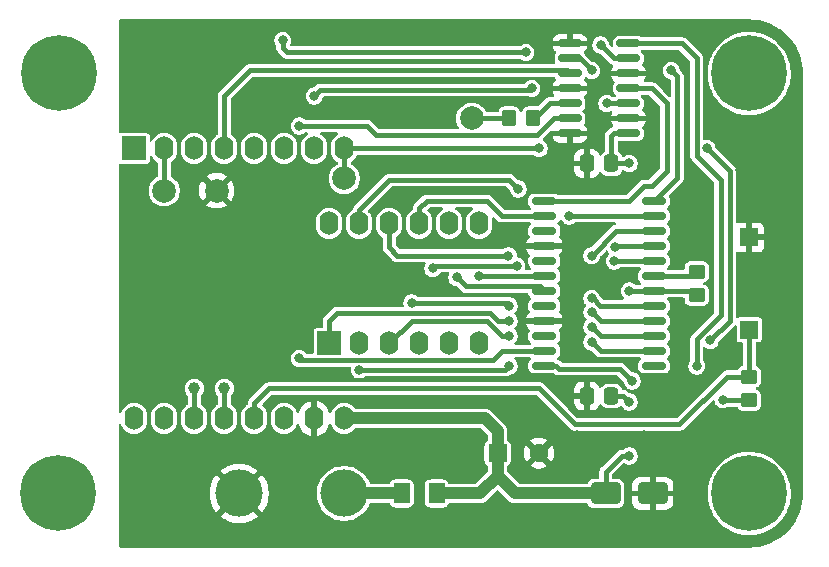
<source format=gbl>
G04 #@! TF.GenerationSoftware,KiCad,Pcbnew,9.0.2*
G04 #@! TF.CreationDate,2025-06-10T21:22:11+02:00*
G04 #@! TF.ProjectId,n-teller,6e2d7465-6c6c-4657-922e-6b696361645f,1.0*
G04 #@! TF.SameCoordinates,Original*
G04 #@! TF.FileFunction,Copper,L2,Bot*
G04 #@! TF.FilePolarity,Positive*
%FSLAX46Y46*%
G04 Gerber Fmt 4.6, Leading zero omitted, Abs format (unit mm)*
G04 Created by KiCad (PCBNEW 9.0.2) date 2025-06-10 21:22:11*
%MOMM*%
%LPD*%
G01*
G04 APERTURE LIST*
G04 Aperture macros list*
%AMRoundRect*
0 Rectangle with rounded corners*
0 $1 Rounding radius*
0 $2 $3 $4 $5 $6 $7 $8 $9 X,Y pos of 4 corners*
0 Add a 4 corners polygon primitive as box body*
4,1,4,$2,$3,$4,$5,$6,$7,$8,$9,$2,$3,0*
0 Add four circle primitives for the rounded corners*
1,1,$1+$1,$2,$3*
1,1,$1+$1,$4,$5*
1,1,$1+$1,$6,$7*
1,1,$1+$1,$8,$9*
0 Add four rect primitives between the rounded corners*
20,1,$1+$1,$2,$3,$4,$5,0*
20,1,$1+$1,$4,$5,$6,$7,0*
20,1,$1+$1,$6,$7,$8,$9,0*
20,1,$1+$1,$8,$9,$2,$3,0*%
G04 Aperture macros list end*
G04 #@! TA.AperFunction,SMDPad,CuDef*
%ADD10C,1.000000*%
G04 #@! TD*
G04 #@! TA.AperFunction,SMDPad,CuDef*
%ADD11C,2.000000*%
G04 #@! TD*
G04 #@! TA.AperFunction,SMDPad,CuDef*
%ADD12RoundRect,0.250000X0.350000X0.450000X-0.350000X0.450000X-0.350000X-0.450000X0.350000X-0.450000X0*%
G04 #@! TD*
G04 #@! TA.AperFunction,ComponentPad*
%ADD13RoundRect,0.250000X-0.550000X-0.550000X0.550000X-0.550000X0.550000X0.550000X-0.550000X0.550000X0*%
G04 #@! TD*
G04 #@! TA.AperFunction,ComponentPad*
%ADD14C,1.600000*%
G04 #@! TD*
G04 #@! TA.AperFunction,ComponentPad*
%ADD15R,2.000000X2.000000*%
G04 #@! TD*
G04 #@! TA.AperFunction,ComponentPad*
%ADD16O,1.600000X2.000000*%
G04 #@! TD*
G04 #@! TA.AperFunction,ComponentPad*
%ADD17C,0.800000*%
G04 #@! TD*
G04 #@! TA.AperFunction,ComponentPad*
%ADD18C,6.400000*%
G04 #@! TD*
G04 #@! TA.AperFunction,SMDPad,CuDef*
%ADD19RoundRect,0.250000X-1.000000X-0.650000X1.000000X-0.650000X1.000000X0.650000X-1.000000X0.650000X0*%
G04 #@! TD*
G04 #@! TA.AperFunction,SMDPad,CuDef*
%ADD20RoundRect,0.250000X0.450000X-0.350000X0.450000X0.350000X-0.450000X0.350000X-0.450000X-0.350000X0*%
G04 #@! TD*
G04 #@! TA.AperFunction,SMDPad,CuDef*
%ADD21RoundRect,0.250000X-0.450000X0.350000X-0.450000X-0.350000X0.450000X-0.350000X0.450000X0.350000X0*%
G04 #@! TD*
G04 #@! TA.AperFunction,SMDPad,CuDef*
%ADD22RoundRect,0.250000X0.337500X0.475000X-0.337500X0.475000X-0.337500X-0.475000X0.337500X-0.475000X0*%
G04 #@! TD*
G04 #@! TA.AperFunction,SMDPad,CuDef*
%ADD23C,4.000000*%
G04 #@! TD*
G04 #@! TA.AperFunction,SMDPad,CuDef*
%ADD24RoundRect,0.150000X-0.875000X-0.150000X0.875000X-0.150000X0.875000X0.150000X-0.875000X0.150000X0*%
G04 #@! TD*
G04 #@! TA.AperFunction,SMDPad,CuDef*
%ADD25R,1.500000X1.500000*%
G04 #@! TD*
G04 #@! TA.AperFunction,SMDPad,CuDef*
%ADD26RoundRect,0.150000X-0.825000X-0.150000X0.825000X-0.150000X0.825000X0.150000X-0.825000X0.150000X0*%
G04 #@! TD*
G04 #@! TA.AperFunction,SMDPad,CuDef*
%ADD27RoundRect,0.250001X-0.462499X-0.624999X0.462499X-0.624999X0.462499X0.624999X-0.462499X0.624999X0*%
G04 #@! TD*
G04 #@! TA.AperFunction,ViaPad*
%ADD28C,0.800000*%
G04 #@! TD*
G04 #@! TA.AperFunction,Conductor*
%ADD29C,0.440000*%
G04 #@! TD*
G04 #@! TA.AperFunction,Conductor*
%ADD30C,1.000000*%
G04 #@! TD*
G04 APERTURE END LIST*
D10*
X74930000Y-57150000D03*
X72390000Y-57150000D03*
D11*
X74295000Y-40400000D03*
X85090000Y-39370000D03*
X69850000Y-40400000D03*
D12*
X99060000Y-34290000D03*
X101060000Y-34290000D03*
D13*
X98075544Y-62625000D03*
D14*
X101575544Y-62625000D03*
D15*
X83820000Y-53340000D03*
D16*
X86360000Y-53340000D03*
X88900000Y-53340000D03*
X91440000Y-53340000D03*
X93980000Y-53340000D03*
X96520000Y-53340000D03*
X96520000Y-43180000D03*
X93980000Y-43180000D03*
X91440000Y-43180000D03*
X88900000Y-43180000D03*
X86360000Y-43180000D03*
X83820000Y-43180000D03*
D17*
X58560000Y-30480000D03*
X59262944Y-28782944D03*
X59262944Y-32177056D03*
X60960000Y-28080000D03*
D18*
X60960000Y-30480000D03*
D17*
X60960000Y-32880000D03*
X62657056Y-28782944D03*
X62657056Y-32177056D03*
X63360000Y-30480000D03*
X58420000Y-66040000D03*
X59122944Y-64342944D03*
X59122944Y-67737056D03*
X60820000Y-63640000D03*
D18*
X60820000Y-66040000D03*
D17*
X60820000Y-68440000D03*
X62517056Y-64342944D03*
X62517056Y-67737056D03*
X63220000Y-66040000D03*
X116980000Y-30480000D03*
X117682944Y-28782944D03*
X117682944Y-32177056D03*
X119380000Y-28080000D03*
D18*
X119380000Y-30480000D03*
D17*
X119380000Y-32880000D03*
X121077056Y-28782944D03*
X121077056Y-32177056D03*
X121780000Y-30480000D03*
X116980000Y-66040000D03*
X117682944Y-64342944D03*
X117682944Y-67737056D03*
X119380000Y-63640000D03*
D18*
X119380000Y-66040000D03*
D17*
X119380000Y-68440000D03*
X121077056Y-64342944D03*
X121077056Y-67737056D03*
X121780000Y-66040000D03*
D11*
X95885000Y-34290000D03*
D19*
X107220000Y-66040000D03*
X111220000Y-66040000D03*
D20*
X114935000Y-49260000D03*
X114935000Y-47260000D03*
D21*
X119380000Y-56150000D03*
X119380000Y-58150000D03*
D15*
X67310000Y-36830000D03*
D16*
X69850000Y-36830000D03*
X72390000Y-36830000D03*
X74930000Y-36830000D03*
X77470000Y-36830000D03*
X80010000Y-36830000D03*
X82550000Y-36830000D03*
X85090000Y-36830000D03*
X85090000Y-59690000D03*
X82550000Y-59690000D03*
X80010000Y-59690000D03*
X77470000Y-59690000D03*
X74930000Y-59690000D03*
X72390000Y-59690000D03*
X69850000Y-59690000D03*
X67310000Y-59690000D03*
D22*
X107717500Y-57785000D03*
X105642500Y-57785000D03*
D23*
X85090000Y-66040000D03*
D22*
X107717500Y-38100000D03*
X105642500Y-38100000D03*
D24*
X102030000Y-55245000D03*
X102030000Y-53975000D03*
X102030000Y-52705000D03*
X102030000Y-51435000D03*
X102030000Y-50165000D03*
X102030000Y-48895000D03*
X102030000Y-47625000D03*
X102030000Y-46355000D03*
X102030000Y-45085000D03*
X102030000Y-43815000D03*
X102030000Y-42545000D03*
X102030000Y-41275000D03*
X111330000Y-41275000D03*
X111330000Y-42545000D03*
X111330000Y-43815000D03*
X111330000Y-45085000D03*
X111330000Y-46355000D03*
X111330000Y-47625000D03*
X111330000Y-48895000D03*
X111330000Y-50165000D03*
X111330000Y-51435000D03*
X111330000Y-52705000D03*
X111330000Y-53975000D03*
X111330000Y-55245000D03*
D23*
X76200000Y-66040000D03*
D25*
X119380000Y-44360000D03*
X119380000Y-52160000D03*
D26*
X104205000Y-35560000D03*
X104205000Y-34290000D03*
X104205000Y-33020000D03*
X104205000Y-31750000D03*
X104205000Y-30480000D03*
X104205000Y-29210000D03*
X104205000Y-27940000D03*
X109155000Y-27940000D03*
X109155000Y-29210000D03*
X109155000Y-30480000D03*
X109155000Y-31750000D03*
X109155000Y-33020000D03*
X109155000Y-34290000D03*
X109155000Y-35560000D03*
D27*
X89952500Y-66040000D03*
X92927500Y-66040000D03*
D28*
X94234000Y-48895000D03*
X112268000Y-31369000D03*
X100203000Y-56007000D03*
X115951000Y-59309000D03*
X118594202Y-38662750D03*
X108966000Y-39624000D03*
X105664000Y-54483000D03*
X90170000Y-44704000D03*
X97663000Y-44704000D03*
X117856000Y-52832000D03*
X113792000Y-53848000D03*
X114681000Y-38735000D03*
X110998000Y-33147000D03*
X102235000Y-31750000D03*
X81915000Y-55880000D03*
X110998000Y-28956000D03*
X106680000Y-26670000D03*
X90170000Y-34290000D03*
X86995000Y-38100000D03*
X66675000Y-62230000D03*
X66675000Y-69850000D03*
X90170000Y-47625000D03*
X81280000Y-33655000D03*
X83820000Y-33655000D03*
X82550000Y-26670000D03*
X66675000Y-26670000D03*
X76962000Y-28956000D03*
X76200000Y-34290000D03*
X82550000Y-39370000D03*
X78740000Y-39370000D03*
X67310000Y-39370000D03*
X76200000Y-57785000D03*
X66675000Y-57785000D03*
X95250000Y-61595000D03*
X95250000Y-64135000D03*
X114935000Y-56896000D03*
X110490000Y-61068000D03*
X104791027Y-61068000D03*
X119380000Y-48260000D03*
X111123798Y-38100000D03*
X106680000Y-31750000D03*
X102235000Y-27940000D03*
X97790000Y-33020000D03*
X106680000Y-34925000D03*
X100584000Y-39370000D03*
X103505000Y-40005000D03*
X106934000Y-43561000D03*
X103759000Y-48260000D03*
X109220000Y-47498000D03*
X113284000Y-46228000D03*
X113284000Y-50292000D03*
X110490000Y-57150000D03*
X103505000Y-57150000D03*
X81280000Y-34925000D03*
X114935000Y-55245000D03*
X109474000Y-56515000D03*
X106045000Y-30226000D03*
X112776000Y-30226000D03*
X106045000Y-51943000D03*
X117157500Y-58102500D03*
X101600000Y-36830000D03*
X115805000Y-36830000D03*
X116078000Y-53086000D03*
X109220000Y-62865000D03*
X107315000Y-33020000D03*
X100965000Y-31750000D03*
X82550000Y-32385000D03*
X106807000Y-28067000D03*
X100457000Y-28702000D03*
X79883000Y-27686000D03*
X104140000Y-42545000D03*
X99822000Y-40259000D03*
X109220000Y-38100000D03*
X109220000Y-58293000D03*
X109220000Y-48895000D03*
X99060000Y-55245000D03*
X106045000Y-53213000D03*
X86360000Y-55581000D03*
X81280000Y-54610000D03*
X96520000Y-47625000D03*
X94615000Y-47752000D03*
X99060000Y-52705000D03*
X106045000Y-50673000D03*
X99060000Y-51435000D03*
X106045000Y-45905000D03*
X98987891Y-45905000D03*
X90805000Y-49911000D03*
X92583000Y-46990000D03*
X107950000Y-46355000D03*
X99695000Y-46755000D03*
X108022683Y-45157683D03*
X106045000Y-49530000D03*
X99060000Y-50165000D03*
D29*
X74930000Y-59690000D02*
X74930000Y-57150000D01*
X72390000Y-59690000D02*
X72390000Y-57150000D01*
X85090000Y-36830000D02*
X85090000Y-39370000D01*
X69850000Y-36830000D02*
X69850000Y-40400000D01*
X100457000Y-28702000D02*
X80264000Y-28702000D01*
X79883000Y-28321000D02*
X79883000Y-27686000D01*
X80264000Y-28702000D02*
X79883000Y-28321000D01*
X102030000Y-48895000D02*
X101649000Y-48514000D01*
X101649000Y-48514000D02*
X95377000Y-48514000D01*
X95377000Y-48514000D02*
X94615000Y-47752000D01*
X104205000Y-30480000D02*
X103951000Y-30226000D01*
X103951000Y-30226000D02*
X77089000Y-30226000D01*
X77089000Y-30226000D02*
X74930000Y-32385000D01*
X74930000Y-32385000D02*
X74930000Y-36830000D01*
X100965000Y-31750000D02*
X100838000Y-31877000D01*
X100838000Y-31877000D02*
X83058000Y-31877000D01*
X83058000Y-31877000D02*
X82550000Y-32385000D01*
X101060000Y-34290000D02*
X101219000Y-34290000D01*
X101219000Y-34290000D02*
X102489000Y-33020000D01*
X102489000Y-33020000D02*
X104205000Y-33020000D01*
X102030000Y-41275000D02*
X109220000Y-41275000D01*
X109220000Y-41275000D02*
X110490000Y-40005000D01*
X112395000Y-33020000D02*
X111125000Y-31750000D01*
X110490000Y-40005000D02*
X111125000Y-40005000D01*
X111125000Y-40005000D02*
X112395000Y-38735000D01*
X111125000Y-31750000D02*
X109155000Y-31750000D01*
X112395000Y-38735000D02*
X112395000Y-33020000D01*
X113284000Y-39321000D02*
X113284000Y-30734000D01*
X111330000Y-41275000D02*
X113284000Y-39321000D01*
X113284000Y-30734000D02*
X112776000Y-30226000D01*
X109155000Y-27940000D02*
X113665000Y-27940000D01*
X116967000Y-50927000D02*
X114935000Y-52959000D01*
X113665000Y-27940000D02*
X114935000Y-29210000D01*
X114935000Y-52959000D02*
X114935000Y-55245000D01*
X114935000Y-29210000D02*
X114935000Y-37465000D01*
X114935000Y-37465000D02*
X116967000Y-39497000D01*
X116967000Y-39497000D02*
X116967000Y-50927000D01*
X115805000Y-36830000D02*
X117729000Y-38754000D01*
X117729000Y-38754000D02*
X117729000Y-51435000D01*
X117729000Y-51435000D02*
X116078000Y-53086000D01*
X77470000Y-58420000D02*
X78740000Y-57150000D01*
X104648000Y-60198000D02*
X113474500Y-60198000D01*
X77470000Y-59690000D02*
X77470000Y-58420000D01*
X101600000Y-57150000D02*
X104648000Y-60198000D01*
X117522500Y-56150000D02*
X119380000Y-56150000D01*
X78740000Y-57150000D02*
X101600000Y-57150000D01*
X113474500Y-60198000D02*
X117522500Y-56150000D01*
X102030000Y-55245000D02*
X103054999Y-55245000D01*
X103054999Y-55245000D02*
X103308999Y-55499000D01*
X103308999Y-55499000D02*
X108458000Y-55499000D01*
X108458000Y-55499000D02*
X109474000Y-56515000D01*
X86360000Y-43180000D02*
X86360000Y-42037000D01*
X86360000Y-42037000D02*
X88900000Y-39497000D01*
X88900000Y-39497000D02*
X99060000Y-39497000D01*
X99060000Y-39497000D02*
X99822000Y-40259000D01*
X99060000Y-50165000D02*
X98806000Y-49911000D01*
X98806000Y-49911000D02*
X90805000Y-49911000D01*
X106807000Y-53975000D02*
X106045000Y-53213000D01*
X111330000Y-53975000D02*
X106807000Y-53975000D01*
X106807000Y-52705000D02*
X106045000Y-51943000D01*
X111330000Y-52705000D02*
X106807000Y-52705000D01*
X106132366Y-49530000D02*
X106045000Y-49530000D01*
X111330000Y-50165000D02*
X106767366Y-50165000D01*
X106767366Y-50165000D02*
X106132366Y-49530000D01*
X111330000Y-51435000D02*
X106807000Y-51435000D01*
X106807000Y-51435000D02*
X106045000Y-50673000D01*
X108712000Y-57785000D02*
X109220000Y-58293000D01*
X107717500Y-57785000D02*
X108712000Y-57785000D01*
X92818000Y-46755000D02*
X92583000Y-46990000D01*
X99695000Y-46755000D02*
X92818000Y-46755000D01*
X109155000Y-29210000D02*
X107950000Y-29210000D01*
X107950000Y-29210000D02*
X106807000Y-28067000D01*
X105029000Y-29210000D02*
X106045000Y-30226000D01*
X104205000Y-29210000D02*
X105029000Y-29210000D01*
X98987891Y-45905000D02*
X98986891Y-45906000D01*
X98986891Y-45906000D02*
X89594000Y-45906000D01*
X89594000Y-45906000D02*
X88900000Y-45212000D01*
X88900000Y-45212000D02*
X88900000Y-43180000D01*
X107717500Y-38100000D02*
X107717500Y-35792500D01*
X107717500Y-35792500D02*
X107950000Y-35560000D01*
X107950000Y-35560000D02*
X109155000Y-35560000D01*
X83820000Y-51435000D02*
X83820000Y-53340000D01*
X91440000Y-41910000D02*
X91440000Y-43180000D01*
X111330000Y-43815000D02*
X108135000Y-43815000D01*
X108135000Y-43815000D02*
X106045000Y-45905000D01*
X102030000Y-53975000D02*
X98435878Y-53975000D01*
X98435878Y-53975000D02*
X97649878Y-54761000D01*
X97649878Y-54761000D02*
X81431000Y-54761000D01*
X81431000Y-54761000D02*
X81280000Y-54610000D01*
X98724000Y-55581000D02*
X99060000Y-55245000D01*
X86360000Y-55581000D02*
X98724000Y-55581000D01*
X98070974Y-51435000D02*
X99060000Y-51435000D01*
X97430975Y-50795000D02*
X98070974Y-51435000D01*
X84460000Y-50795000D02*
X97430975Y-50795000D01*
X83820000Y-51435000D02*
X84460000Y-50795000D01*
X98435878Y-52705000D02*
X99060000Y-52705000D01*
X97165878Y-51435000D02*
X98435878Y-52705000D01*
X90805000Y-51435000D02*
X97165878Y-51435000D01*
X88900000Y-53340000D02*
X90805000Y-51435000D01*
X111330000Y-45085000D02*
X108095366Y-45085000D01*
X108095366Y-45085000D02*
X108022683Y-45157683D01*
X107950000Y-46355000D02*
X111330000Y-46355000D01*
X104205000Y-34290000D02*
X102870000Y-34290000D01*
X102870000Y-34290000D02*
X101449000Y-35711000D01*
X86995000Y-34925000D02*
X81280000Y-34925000D01*
X101449000Y-35711000D02*
X87781000Y-35711000D01*
X87781000Y-35711000D02*
X86995000Y-34925000D01*
X107315000Y-33020000D02*
X109155000Y-33020000D01*
X117205000Y-58150000D02*
X117157500Y-58102500D01*
X119380000Y-58150000D02*
X117205000Y-58150000D01*
X85090000Y-36830000D02*
X101600000Y-36830000D01*
X109220000Y-62865000D02*
X108585000Y-62865000D01*
X108585000Y-62865000D02*
X107220000Y-64230000D01*
X107220000Y-64230000D02*
X107220000Y-66040000D01*
X119380000Y-52160000D02*
X119380000Y-56150000D01*
X95885000Y-34290000D02*
X99060000Y-34290000D01*
X91440000Y-41910000D02*
X92075000Y-41275000D01*
X98435171Y-42545000D02*
X102030000Y-42545000D01*
X92075000Y-41275000D02*
X97165171Y-41275000D01*
X97165171Y-41275000D02*
X98435171Y-42545000D01*
X111330000Y-42545000D02*
X104140000Y-42545000D01*
X109220000Y-38100000D02*
X107717500Y-38100000D01*
X109220000Y-48895000D02*
X111330000Y-48895000D01*
X102030000Y-47625000D02*
X96520000Y-47625000D01*
X111330000Y-47625000D02*
X114570000Y-47625000D01*
X114570000Y-47625000D02*
X114935000Y-47260000D01*
X111330000Y-48895000D02*
X114570000Y-48895000D01*
X114570000Y-48895000D02*
X114935000Y-49260000D01*
D30*
X107220000Y-66040000D02*
X99562268Y-66040000D01*
X99562268Y-66040000D02*
X98075544Y-64553276D01*
X96588820Y-66040000D02*
X98075544Y-64553276D01*
X98075544Y-64553276D02*
X98075544Y-62625000D01*
X96996096Y-59690000D02*
X98075544Y-60769448D01*
X98075544Y-60769448D02*
X98075544Y-62625000D01*
X92927500Y-66040000D02*
X96588820Y-66040000D01*
X85090000Y-59690000D02*
X96996096Y-59690000D01*
X85090000Y-66040000D02*
X89952500Y-66040000D01*
G04 #@! TA.AperFunction,Conductor*
G36*
X119382153Y-25900594D02*
G01*
X119774826Y-25917738D01*
X119783405Y-25918488D01*
X120170956Y-25969511D01*
X120179425Y-25971004D01*
X120561055Y-26055610D01*
X120569365Y-26057836D01*
X120942167Y-26175381D01*
X120950273Y-26178331D01*
X121311390Y-26327910D01*
X121319205Y-26331554D01*
X121665910Y-26512038D01*
X121673391Y-26516356D01*
X121944434Y-26689030D01*
X122003053Y-26726374D01*
X122010127Y-26731328D01*
X122320220Y-26969270D01*
X122326821Y-26974809D01*
X122615028Y-27238901D01*
X122621098Y-27244971D01*
X122885188Y-27533176D01*
X122890729Y-27539779D01*
X123128671Y-27849872D01*
X123133625Y-27856946D01*
X123343643Y-28186609D01*
X123347961Y-28194089D01*
X123528442Y-28540788D01*
X123532092Y-28548616D01*
X123681666Y-28909722D01*
X123684620Y-28917837D01*
X123802158Y-29290618D01*
X123804393Y-29298960D01*
X123888991Y-29680556D01*
X123890491Y-29689062D01*
X123941509Y-30076581D01*
X123942262Y-30085185D01*
X123959406Y-30477846D01*
X123959500Y-30482164D01*
X123959500Y-66037835D01*
X123959406Y-66042153D01*
X123942262Y-66434814D01*
X123941509Y-66443418D01*
X123890491Y-66830937D01*
X123888991Y-66839443D01*
X123804393Y-67221039D01*
X123802158Y-67229381D01*
X123684620Y-67602162D01*
X123681666Y-67610277D01*
X123532092Y-67971383D01*
X123528442Y-67979211D01*
X123347961Y-68325910D01*
X123343643Y-68333390D01*
X123133625Y-68663053D01*
X123128671Y-68670127D01*
X122890729Y-68980220D01*
X122885179Y-68986834D01*
X122621109Y-69275016D01*
X122615016Y-69281109D01*
X122378846Y-69497520D01*
X122326836Y-69545178D01*
X122320220Y-69550729D01*
X122010127Y-69788671D01*
X122003053Y-69793625D01*
X121673390Y-70003643D01*
X121665910Y-70007961D01*
X121319211Y-70188442D01*
X121311383Y-70192092D01*
X120950277Y-70341666D01*
X120942162Y-70344620D01*
X120569381Y-70462158D01*
X120561039Y-70464393D01*
X120179443Y-70548991D01*
X120170937Y-70550491D01*
X119783418Y-70601509D01*
X119774814Y-70602262D01*
X119382153Y-70619406D01*
X119377835Y-70619500D01*
X66139000Y-70619500D01*
X66080809Y-70600593D01*
X66044845Y-70551093D01*
X66040000Y-70520500D01*
X66040000Y-67975811D01*
X74617742Y-67975811D01*
X74751041Y-68082114D01*
X74988798Y-68231507D01*
X75241782Y-68353337D01*
X75241785Y-68353338D01*
X75506817Y-68446077D01*
X75780576Y-68508561D01*
X76059601Y-68539999D01*
X76059604Y-68540000D01*
X76340396Y-68540000D01*
X76340398Y-68539999D01*
X76619423Y-68508561D01*
X76893182Y-68446077D01*
X77158214Y-68353338D01*
X77158217Y-68353337D01*
X77411201Y-68231507D01*
X77648958Y-68082114D01*
X77782256Y-67975811D01*
X76199999Y-66393554D01*
X74617742Y-67975811D01*
X66040000Y-67975811D01*
X66040000Y-65899601D01*
X73700000Y-65899601D01*
X73700000Y-66180398D01*
X73731438Y-66459423D01*
X73793922Y-66733182D01*
X73886661Y-66998214D01*
X73886662Y-66998217D01*
X74008492Y-67251201D01*
X74157885Y-67488958D01*
X74264187Y-67622256D01*
X75846444Y-66039999D01*
X76553554Y-66039999D01*
X78135811Y-67622256D01*
X78242114Y-67488958D01*
X78391507Y-67251201D01*
X78513337Y-66998217D01*
X78513338Y-66998214D01*
X78606077Y-66733182D01*
X78668561Y-66459423D01*
X78699999Y-66180398D01*
X78700000Y-66180396D01*
X78700000Y-65899603D01*
X78699999Y-65899594D01*
X78699566Y-65895746D01*
X78699566Y-65895744D01*
X78698683Y-65887904D01*
X82769500Y-65887904D01*
X82769500Y-66192095D01*
X82809203Y-66493670D01*
X82809203Y-66493675D01*
X82854655Y-66663304D01*
X82887934Y-66787501D01*
X82887935Y-66787505D01*
X82887936Y-66787506D01*
X83004337Y-67068525D01*
X83004339Y-67068528D01*
X83004341Y-67068533D01*
X83127771Y-67282319D01*
X83156437Y-67331970D01*
X83341606Y-67573288D01*
X83341608Y-67573290D01*
X83341612Y-67573295D01*
X83556705Y-67788388D01*
X83556709Y-67788391D01*
X83556711Y-67788393D01*
X83639718Y-67852086D01*
X83798033Y-67973565D01*
X84061467Y-68125659D01*
X84342499Y-68242066D01*
X84636322Y-68320796D01*
X84937906Y-68360500D01*
X84937907Y-68360500D01*
X85242093Y-68360500D01*
X85242094Y-68360500D01*
X85543678Y-68320796D01*
X85837501Y-68242066D01*
X86118533Y-68125659D01*
X86381967Y-67973565D01*
X86623295Y-67788388D01*
X86838388Y-67573295D01*
X87023565Y-67331967D01*
X87175659Y-67068533D01*
X87223635Y-66952708D01*
X87236515Y-66921614D01*
X87276252Y-66875089D01*
X87327979Y-66860500D01*
X88887324Y-66860500D01*
X88945515Y-66879407D01*
X88978788Y-66921614D01*
X88991668Y-66952708D01*
X88991669Y-66952711D01*
X89083115Y-67071885D01*
X89202289Y-67163331D01*
X89202290Y-67163331D01*
X89202291Y-67163332D01*
X89341065Y-67220814D01*
X89341070Y-67220816D01*
X89452607Y-67235500D01*
X90452392Y-67235499D01*
X90563930Y-67220816D01*
X90702711Y-67163331D01*
X90821885Y-67071885D01*
X90913331Y-66952711D01*
X90970816Y-66813930D01*
X90985500Y-66702393D01*
X90985499Y-65377608D01*
X90970816Y-65266070D01*
X90926212Y-65158386D01*
X90913332Y-65127291D01*
X90913331Y-65127290D01*
X90913331Y-65127289D01*
X90821885Y-65008115D01*
X90702711Y-64916669D01*
X90702710Y-64916668D01*
X90702708Y-64916667D01*
X90563934Y-64859185D01*
X90563926Y-64859183D01*
X90452393Y-64844500D01*
X89452610Y-64844500D01*
X89452604Y-64844501D01*
X89341073Y-64859183D01*
X89341065Y-64859185D01*
X89202291Y-64916667D01*
X89083117Y-65008113D01*
X89083113Y-65008117D01*
X88991668Y-65127290D01*
X88978788Y-65158386D01*
X88939051Y-65204911D01*
X88887324Y-65219500D01*
X87327979Y-65219500D01*
X87269788Y-65200593D01*
X87236515Y-65158386D01*
X87175661Y-65011471D01*
X87173725Y-65008117D01*
X87023565Y-64748033D01*
X86948720Y-64650493D01*
X86838393Y-64506711D01*
X86838391Y-64506709D01*
X86838388Y-64506705D01*
X86623295Y-64291612D01*
X86623290Y-64291608D01*
X86623288Y-64291606D01*
X86381970Y-64106437D01*
X86378073Y-64104187D01*
X86118533Y-63954341D01*
X86118529Y-63954339D01*
X86118525Y-63954337D01*
X85837506Y-63837936D01*
X85837505Y-63837935D01*
X85837501Y-63837934D01*
X85543678Y-63759204D01*
X85543675Y-63759203D01*
X85543673Y-63759203D01*
X85242095Y-63719500D01*
X85242094Y-63719500D01*
X84937906Y-63719500D01*
X84937904Y-63719500D01*
X84636329Y-63759203D01*
X84636324Y-63759203D01*
X84342506Y-63837932D01*
X84342493Y-63837936D01*
X84061474Y-63954337D01*
X83798029Y-64106437D01*
X83556711Y-64291606D01*
X83341606Y-64506711D01*
X83156437Y-64748029D01*
X83004337Y-65011474D01*
X82887936Y-65292493D01*
X82887932Y-65292506D01*
X82809203Y-65586324D01*
X82809203Y-65586329D01*
X82769500Y-65887904D01*
X78698683Y-65887904D01*
X78668563Y-65620585D01*
X78668562Y-65620583D01*
X78606077Y-65346817D01*
X78513338Y-65081785D01*
X78513337Y-65081782D01*
X78391507Y-64828798D01*
X78242114Y-64591041D01*
X78135811Y-64457742D01*
X76553554Y-66039999D01*
X75846444Y-66039999D01*
X74264187Y-64457742D01*
X74157889Y-64591035D01*
X74157887Y-64591038D01*
X74008492Y-64828798D01*
X73886662Y-65081782D01*
X73886661Y-65081785D01*
X73793922Y-65346817D01*
X73731438Y-65620576D01*
X73700000Y-65899601D01*
X66040000Y-65899601D01*
X66040000Y-64104187D01*
X74617742Y-64104187D01*
X76199999Y-65686444D01*
X77782256Y-64104187D01*
X77648958Y-63997885D01*
X77411201Y-63848492D01*
X77158217Y-63726662D01*
X77158214Y-63726661D01*
X76893182Y-63633922D01*
X76619423Y-63571438D01*
X76340398Y-63540000D01*
X76059601Y-63540000D01*
X75780576Y-63571438D01*
X75506817Y-63633922D01*
X75241785Y-63726661D01*
X75241782Y-63726662D01*
X74988798Y-63848492D01*
X74751038Y-63997887D01*
X74751035Y-63997889D01*
X74617742Y-64104187D01*
X66040000Y-64104187D01*
X66040000Y-60232419D01*
X66058907Y-60174228D01*
X66108407Y-60138264D01*
X66169593Y-60138264D01*
X66219093Y-60174228D01*
X66233154Y-60201824D01*
X66271592Y-60320123D01*
X66351662Y-60477270D01*
X66455330Y-60619957D01*
X66580043Y-60744670D01*
X66722730Y-60848338D01*
X66879877Y-60928408D01*
X67047616Y-60982910D01*
X67047617Y-60982910D01*
X67047620Y-60982911D01*
X67221812Y-61010500D01*
X67221815Y-61010500D01*
X67398188Y-61010500D01*
X67572379Y-60982911D01*
X67572380Y-60982910D01*
X67572384Y-60982910D01*
X67740123Y-60928408D01*
X67897270Y-60848338D01*
X68039957Y-60744670D01*
X68164670Y-60619957D01*
X68268338Y-60477270D01*
X68348408Y-60320123D01*
X68402910Y-60152384D01*
X68402911Y-60152379D01*
X68430500Y-59978188D01*
X68430500Y-59401811D01*
X68729500Y-59401811D01*
X68729500Y-59978188D01*
X68757088Y-60152379D01*
X68770692Y-60194247D01*
X68811592Y-60320123D01*
X68891662Y-60477270D01*
X68995330Y-60619957D01*
X69120043Y-60744670D01*
X69262730Y-60848338D01*
X69419877Y-60928408D01*
X69587616Y-60982910D01*
X69587617Y-60982910D01*
X69587620Y-60982911D01*
X69761812Y-61010500D01*
X69761815Y-61010500D01*
X69938188Y-61010500D01*
X70112379Y-60982911D01*
X70112380Y-60982910D01*
X70112384Y-60982910D01*
X70280123Y-60928408D01*
X70437270Y-60848338D01*
X70579957Y-60744670D01*
X70704670Y-60619957D01*
X70808338Y-60477270D01*
X70888408Y-60320123D01*
X70942910Y-60152384D01*
X70942911Y-60152379D01*
X70970500Y-59978188D01*
X70970500Y-59401811D01*
X71269500Y-59401811D01*
X71269500Y-59978188D01*
X71297088Y-60152379D01*
X71310692Y-60194247D01*
X71351592Y-60320123D01*
X71431662Y-60477270D01*
X71535330Y-60619957D01*
X71660043Y-60744670D01*
X71802730Y-60848338D01*
X71959877Y-60928408D01*
X72127616Y-60982910D01*
X72127617Y-60982910D01*
X72127620Y-60982911D01*
X72301812Y-61010500D01*
X72301815Y-61010500D01*
X72478188Y-61010500D01*
X72652379Y-60982911D01*
X72652380Y-60982910D01*
X72652384Y-60982910D01*
X72820123Y-60928408D01*
X72977270Y-60848338D01*
X73119957Y-60744670D01*
X73244670Y-60619957D01*
X73348338Y-60477270D01*
X73428408Y-60320123D01*
X73482910Y-60152384D01*
X73482911Y-60152379D01*
X73510500Y-59978188D01*
X73510500Y-59401811D01*
X73809500Y-59401811D01*
X73809500Y-59978188D01*
X73837088Y-60152379D01*
X73850692Y-60194247D01*
X73891592Y-60320123D01*
X73971662Y-60477270D01*
X74075330Y-60619957D01*
X74200043Y-60744670D01*
X74342730Y-60848338D01*
X74499877Y-60928408D01*
X74667616Y-60982910D01*
X74667617Y-60982910D01*
X74667620Y-60982911D01*
X74841812Y-61010500D01*
X74841815Y-61010500D01*
X75018188Y-61010500D01*
X75192379Y-60982911D01*
X75192380Y-60982910D01*
X75192384Y-60982910D01*
X75360123Y-60928408D01*
X75517270Y-60848338D01*
X75659957Y-60744670D01*
X75784670Y-60619957D01*
X75888338Y-60477270D01*
X75968408Y-60320123D01*
X76022910Y-60152384D01*
X76022911Y-60152379D01*
X76050500Y-59978188D01*
X76050500Y-59401811D01*
X76349500Y-59401811D01*
X76349500Y-59978188D01*
X76377088Y-60152379D01*
X76390692Y-60194247D01*
X76431592Y-60320123D01*
X76511662Y-60477270D01*
X76615330Y-60619957D01*
X76740043Y-60744670D01*
X76882730Y-60848338D01*
X77039877Y-60928408D01*
X77207616Y-60982910D01*
X77207617Y-60982910D01*
X77207620Y-60982911D01*
X77381812Y-61010500D01*
X77381815Y-61010500D01*
X77558188Y-61010500D01*
X77732379Y-60982911D01*
X77732380Y-60982910D01*
X77732384Y-60982910D01*
X77900123Y-60928408D01*
X78057270Y-60848338D01*
X78199957Y-60744670D01*
X78324670Y-60619957D01*
X78428338Y-60477270D01*
X78508408Y-60320123D01*
X78562910Y-60152384D01*
X78562911Y-60152379D01*
X78590500Y-59978188D01*
X78590500Y-59401811D01*
X78889500Y-59401811D01*
X78889500Y-59978188D01*
X78917088Y-60152379D01*
X78930692Y-60194247D01*
X78971592Y-60320123D01*
X79051662Y-60477270D01*
X79155330Y-60619957D01*
X79280043Y-60744670D01*
X79422730Y-60848338D01*
X79579877Y-60928408D01*
X79747616Y-60982910D01*
X79747617Y-60982910D01*
X79747620Y-60982911D01*
X79921812Y-61010500D01*
X79921815Y-61010500D01*
X80098188Y-61010500D01*
X80272379Y-60982911D01*
X80272380Y-60982910D01*
X80272384Y-60982910D01*
X80440123Y-60928408D01*
X80597270Y-60848338D01*
X80739957Y-60744670D01*
X80864670Y-60619957D01*
X80968338Y-60477270D01*
X81048408Y-60320123D01*
X81091630Y-60187099D01*
X81127593Y-60137601D01*
X81185784Y-60118693D01*
X81243974Y-60137600D01*
X81279938Y-60187100D01*
X81281954Y-60194247D01*
X81345243Y-60389027D01*
X81438138Y-60571346D01*
X81558414Y-60736891D01*
X81703108Y-60881585D01*
X81868653Y-61001861D01*
X82050972Y-61094756D01*
X82245589Y-61157991D01*
X82245585Y-61157991D01*
X82299999Y-61166608D01*
X82300000Y-61166607D01*
X82300000Y-60065277D01*
X82376306Y-60109333D01*
X82490756Y-60140000D01*
X82609244Y-60140000D01*
X82723694Y-60109333D01*
X82800000Y-60065277D01*
X82800000Y-61166608D01*
X82854412Y-61157991D01*
X83049027Y-61094756D01*
X83231346Y-61001861D01*
X83396891Y-60881585D01*
X83541585Y-60736891D01*
X83661861Y-60571346D01*
X83754756Y-60389027D01*
X83819192Y-60190717D01*
X83820133Y-60191023D01*
X83849912Y-60142419D01*
X83906438Y-60118999D01*
X83965934Y-60133277D01*
X84005675Y-60179799D01*
X84008369Y-60187099D01*
X84051592Y-60320123D01*
X84131662Y-60477270D01*
X84235330Y-60619957D01*
X84360043Y-60744670D01*
X84502730Y-60848338D01*
X84659877Y-60928408D01*
X84827616Y-60982910D01*
X84827617Y-60982910D01*
X84827620Y-60982911D01*
X85001812Y-61010500D01*
X85001815Y-61010500D01*
X85178188Y-61010500D01*
X85352379Y-60982911D01*
X85352380Y-60982910D01*
X85352384Y-60982910D01*
X85520123Y-60928408D01*
X85677270Y-60848338D01*
X85819957Y-60744670D01*
X85944670Y-60619957D01*
X85994546Y-60551308D01*
X86044045Y-60515345D01*
X86074638Y-60510500D01*
X96615226Y-60510500D01*
X96673417Y-60529407D01*
X96685230Y-60539496D01*
X97226048Y-61080314D01*
X97253825Y-61134831D01*
X97255044Y-61150318D01*
X97255044Y-61514640D01*
X97236137Y-61572831D01*
X97216311Y-61593182D01*
X97118663Y-61668109D01*
X97118653Y-61668119D01*
X97027213Y-61787286D01*
X97027211Y-61787291D01*
X96969729Y-61926065D01*
X96969727Y-61926073D01*
X96955044Y-62037605D01*
X96955044Y-63212394D01*
X96969727Y-63323926D01*
X96969729Y-63323934D01*
X97027211Y-63462708D01*
X97027213Y-63462713D01*
X97110641Y-63571438D01*
X97118658Y-63581886D01*
X97118661Y-63581888D01*
X97118663Y-63581890D01*
X97216311Y-63656818D01*
X97250967Y-63707242D01*
X97255044Y-63735360D01*
X97255044Y-64172405D01*
X97236137Y-64230596D01*
X97226048Y-64242409D01*
X96277954Y-65190504D01*
X96223437Y-65218281D01*
X96207950Y-65219500D01*
X93992676Y-65219500D01*
X93934485Y-65200593D01*
X93901212Y-65158386D01*
X93896788Y-65147707D01*
X93888331Y-65127289D01*
X93796885Y-65008115D01*
X93677711Y-64916669D01*
X93677710Y-64916668D01*
X93677708Y-64916667D01*
X93538934Y-64859185D01*
X93538926Y-64859183D01*
X93427393Y-64844500D01*
X92427610Y-64844500D01*
X92427604Y-64844501D01*
X92316073Y-64859183D01*
X92316065Y-64859185D01*
X92177291Y-64916667D01*
X92058117Y-65008113D01*
X92058113Y-65008117D01*
X91966667Y-65127291D01*
X91909185Y-65266065D01*
X91909183Y-65266073D01*
X91894500Y-65377605D01*
X91894500Y-66702389D01*
X91894501Y-66702395D01*
X91909183Y-66813926D01*
X91909185Y-66813934D01*
X91966667Y-66952708D01*
X91966668Y-66952709D01*
X91966669Y-66952711D01*
X92058115Y-67071885D01*
X92177289Y-67163331D01*
X92177290Y-67163331D01*
X92177291Y-67163332D01*
X92316065Y-67220814D01*
X92316070Y-67220816D01*
X92427607Y-67235500D01*
X93427392Y-67235499D01*
X93538930Y-67220816D01*
X93677711Y-67163331D01*
X93796885Y-67071885D01*
X93888331Y-66952711D01*
X93898541Y-66928059D01*
X93901212Y-66921614D01*
X93940949Y-66875089D01*
X93992676Y-66860500D01*
X96669631Y-66860500D01*
X96669632Y-66860500D01*
X96828152Y-66828969D01*
X96977473Y-66767118D01*
X97111858Y-66677324D01*
X98005541Y-65783640D01*
X98060056Y-65755865D01*
X98120488Y-65765436D01*
X98145547Y-65783642D01*
X98574856Y-66212951D01*
X99039229Y-66677324D01*
X99114164Y-66727394D01*
X99173608Y-66767114D01*
X99173610Y-66767115D01*
X99173615Y-66767118D01*
X99222825Y-66787501D01*
X99222826Y-66787502D01*
X99308272Y-66822894D01*
X99322937Y-66828969D01*
X99449924Y-66854227D01*
X99481455Y-66860500D01*
X99481456Y-66860500D01*
X105606969Y-66860500D01*
X105665160Y-66879407D01*
X105698433Y-66921615D01*
X105721667Y-66977708D01*
X105721669Y-66977713D01*
X105813109Y-67096880D01*
X105813114Y-67096886D01*
X105813118Y-67096889D01*
X105813119Y-67096890D01*
X105932286Y-67188330D01*
X105932287Y-67188330D01*
X105932288Y-67188331D01*
X106071070Y-67245816D01*
X106182606Y-67260500D01*
X106182607Y-67260500D01*
X108257393Y-67260500D01*
X108257394Y-67260500D01*
X108368930Y-67245816D01*
X108507712Y-67188331D01*
X108626886Y-67096886D01*
X108718331Y-66977712D01*
X108775816Y-66838930D01*
X108790500Y-66727394D01*
X108790500Y-66290001D01*
X109470001Y-66290001D01*
X109470001Y-66739986D01*
X109480492Y-66842687D01*
X109480495Y-66842699D01*
X109535643Y-67009124D01*
X109627680Y-67158340D01*
X109751659Y-67282319D01*
X109900875Y-67374356D01*
X110067306Y-67429506D01*
X110170012Y-67439999D01*
X110969998Y-67439999D01*
X110970000Y-67439998D01*
X110970000Y-66290001D01*
X111470000Y-66290001D01*
X111470000Y-67439998D01*
X111470001Y-67439999D01*
X112269986Y-67439999D01*
X112372687Y-67429507D01*
X112372699Y-67429504D01*
X112539124Y-67374356D01*
X112688340Y-67282319D01*
X112812319Y-67158340D01*
X112904356Y-67009124D01*
X112959506Y-66842693D01*
X112970000Y-66739987D01*
X112970000Y-66290001D01*
X112969999Y-66290000D01*
X111470001Y-66290000D01*
X111470000Y-66290001D01*
X110970000Y-66290001D01*
X110969999Y-66290000D01*
X109470002Y-66290000D01*
X109470001Y-66290001D01*
X108790500Y-66290001D01*
X108790500Y-65867041D01*
X115859500Y-65867041D01*
X115859500Y-66212958D01*
X115893403Y-66557184D01*
X115960886Y-66896445D01*
X116061292Y-67227442D01*
X116193663Y-67547014D01*
X116193676Y-67547041D01*
X116356724Y-67852082D01*
X116356726Y-67852086D01*
X116548894Y-68139686D01*
X116704876Y-68329750D01*
X116768335Y-68407075D01*
X117012925Y-68651665D01*
X117280311Y-68871103D01*
X117280314Y-68871105D01*
X117280313Y-68871105D01*
X117567913Y-69063273D01*
X117567917Y-69063275D01*
X117716608Y-69142752D01*
X117872977Y-69226333D01*
X118192549Y-69358704D01*
X118192551Y-69358704D01*
X118192557Y-69358707D01*
X118478654Y-69445492D01*
X118523557Y-69459114D01*
X118862812Y-69526596D01*
X118901060Y-69530363D01*
X119207041Y-69560500D01*
X119207049Y-69560500D01*
X119552959Y-69560500D01*
X119782442Y-69537897D01*
X119897188Y-69526596D01*
X120236443Y-69459114D01*
X120432743Y-69399567D01*
X120567442Y-69358707D01*
X120567444Y-69358705D01*
X120567451Y-69358704D01*
X120887023Y-69226333D01*
X121192082Y-69063275D01*
X121192086Y-69063273D01*
X121479686Y-68871105D01*
X121479685Y-68871105D01*
X121479689Y-68871103D01*
X121747075Y-68651665D01*
X121991665Y-68407075D01*
X122211103Y-68139689D01*
X122249573Y-68082114D01*
X122403273Y-67852086D01*
X122403275Y-67852082D01*
X122552294Y-67573288D01*
X122566333Y-67547023D01*
X122698704Y-67227451D01*
X122700718Y-67220814D01*
X122746914Y-67068525D01*
X122799114Y-66896443D01*
X122866596Y-66557188D01*
X122882712Y-66393554D01*
X122900500Y-66212958D01*
X122900500Y-65867041D01*
X122866596Y-65522815D01*
X122866596Y-65522812D01*
X122799114Y-65183557D01*
X122764932Y-65070875D01*
X122698707Y-64852557D01*
X122691097Y-64834183D01*
X122566333Y-64532977D01*
X122566323Y-64532958D01*
X122403275Y-64227917D01*
X122403273Y-64227913D01*
X122211105Y-63940313D01*
X122017557Y-63704475D01*
X121991665Y-63672925D01*
X121747075Y-63428335D01*
X121479689Y-63208897D01*
X121479685Y-63208894D01*
X121479686Y-63208894D01*
X121192086Y-63016726D01*
X121192082Y-63016724D01*
X120887041Y-62853676D01*
X120887029Y-62853670D01*
X120887023Y-62853667D01*
X120887018Y-62853664D01*
X120887014Y-62853663D01*
X120567442Y-62721292D01*
X120236445Y-62620886D01*
X119992381Y-62572339D01*
X119897188Y-62553404D01*
X119897186Y-62553403D01*
X119552959Y-62519500D01*
X119552951Y-62519500D01*
X119207049Y-62519500D01*
X119207041Y-62519500D01*
X118862815Y-62553403D01*
X118523554Y-62620886D01*
X118192557Y-62721292D01*
X117872985Y-62853663D01*
X117872958Y-62853676D01*
X117567917Y-63016724D01*
X117567913Y-63016726D01*
X117280313Y-63208894D01*
X117012930Y-63428330D01*
X116768330Y-63672930D01*
X116548894Y-63940313D01*
X116356726Y-64227913D01*
X116356724Y-64227917D01*
X116193676Y-64532958D01*
X116193663Y-64532985D01*
X116061292Y-64852557D01*
X115960886Y-65183554D01*
X115893403Y-65522815D01*
X115859500Y-65867041D01*
X108790500Y-65867041D01*
X108790500Y-65352606D01*
X108788842Y-65340012D01*
X109470000Y-65340012D01*
X109470000Y-65789999D01*
X109470001Y-65790000D01*
X110969999Y-65790000D01*
X110970000Y-65789999D01*
X110970000Y-64640001D01*
X111470000Y-64640001D01*
X111470000Y-65789999D01*
X111470001Y-65790000D01*
X112969998Y-65790000D01*
X112969999Y-65789999D01*
X112969999Y-65340013D01*
X112959507Y-65237312D01*
X112959504Y-65237300D01*
X112904356Y-65070875D01*
X112812319Y-64921659D01*
X112688340Y-64797680D01*
X112539124Y-64705643D01*
X112372693Y-64650493D01*
X112269987Y-64640000D01*
X111470001Y-64640000D01*
X111470000Y-64640001D01*
X110970000Y-64640001D01*
X110969999Y-64640000D01*
X110170013Y-64640000D01*
X110067312Y-64650492D01*
X110067300Y-64650495D01*
X109900875Y-64705643D01*
X109751659Y-64797680D01*
X109627680Y-64921659D01*
X109535643Y-65070875D01*
X109480493Y-65237306D01*
X109470000Y-65340012D01*
X108788842Y-65340012D01*
X108775816Y-65241070D01*
X108718331Y-65102288D01*
X108718330Y-65102287D01*
X108718330Y-65102286D01*
X108626890Y-64983119D01*
X108626889Y-64983118D01*
X108626886Y-64983114D01*
X108626881Y-64983110D01*
X108626880Y-64983109D01*
X108507713Y-64891669D01*
X108507708Y-64891667D01*
X108368934Y-64834185D01*
X108368926Y-64834183D01*
X108257394Y-64819500D01*
X107859500Y-64819500D01*
X107801309Y-64800593D01*
X107765345Y-64751093D01*
X107760500Y-64720500D01*
X107760500Y-64494890D01*
X107779407Y-64436699D01*
X107789490Y-64424892D01*
X108720658Y-63493723D01*
X108775173Y-63465948D01*
X108835605Y-63475519D01*
X108845660Y-63481412D01*
X108878715Y-63503499D01*
X108878716Y-63503499D01*
X108878717Y-63503500D01*
X108944276Y-63530655D01*
X109009838Y-63557811D01*
X109149037Y-63585500D01*
X109149038Y-63585500D01*
X109290962Y-63585500D01*
X109290963Y-63585500D01*
X109430162Y-63557811D01*
X109561285Y-63503499D01*
X109679292Y-63424649D01*
X109779649Y-63324292D01*
X109858499Y-63206285D01*
X109912811Y-63075162D01*
X109940500Y-62935963D01*
X109940500Y-62794037D01*
X109912811Y-62654838D01*
X109894707Y-62611130D01*
X109858501Y-62523719D01*
X109858495Y-62523708D01*
X109779649Y-62405708D01*
X109679291Y-62305350D01*
X109561291Y-62226504D01*
X109561280Y-62226498D01*
X109430163Y-62172189D01*
X109290963Y-62144500D01*
X109149037Y-62144500D01*
X109149036Y-62144500D01*
X109009836Y-62172189D01*
X108878719Y-62226498D01*
X108878708Y-62226504D01*
X108781285Y-62291601D01*
X108760708Y-62305351D01*
X108760706Y-62305352D01*
X108757021Y-62307815D01*
X108702019Y-62324500D01*
X108662238Y-62324500D01*
X108662222Y-62324499D01*
X108656159Y-62324499D01*
X108513842Y-62324499D01*
X108513839Y-62324499D01*
X108376378Y-62361332D01*
X108253125Y-62432492D01*
X106888125Y-63797492D01*
X106888124Y-63797491D01*
X106787494Y-63898122D01*
X106787492Y-63898124D01*
X106787492Y-63898125D01*
X106716334Y-64021375D01*
X106693543Y-64106435D01*
X106679500Y-64158843D01*
X106679500Y-64720500D01*
X106660593Y-64778691D01*
X106611093Y-64814655D01*
X106580500Y-64819500D01*
X106182605Y-64819500D01*
X106071073Y-64834183D01*
X106071065Y-64834185D01*
X105932291Y-64891667D01*
X105932286Y-64891669D01*
X105813119Y-64983109D01*
X105813109Y-64983119D01*
X105721669Y-65102286D01*
X105721667Y-65102291D01*
X105698433Y-65158385D01*
X105658697Y-65204911D01*
X105606969Y-65219500D01*
X99943139Y-65219500D01*
X99884948Y-65200593D01*
X99873135Y-65190504D01*
X98925040Y-64242409D01*
X98897263Y-64187892D01*
X98896044Y-64172405D01*
X98896044Y-63735360D01*
X98900498Y-63721650D01*
X98900121Y-63707243D01*
X98909715Y-63693282D01*
X98914951Y-63677169D01*
X98934776Y-63656818D01*
X98964615Y-63633922D01*
X99032430Y-63581886D01*
X99123875Y-63462712D01*
X99181360Y-63323930D01*
X99196044Y-63212394D01*
X99196044Y-62522684D01*
X100275544Y-62522684D01*
X100275544Y-62727315D01*
X100307552Y-62929412D01*
X100370787Y-63124027D01*
X100463683Y-63306348D01*
X100463687Y-63306353D01*
X100496067Y-63350920D01*
X100496068Y-63350920D01*
X101175544Y-62671444D01*
X101175544Y-62677661D01*
X101202803Y-62779394D01*
X101255464Y-62870606D01*
X101329938Y-62945080D01*
X101421150Y-62997741D01*
X101522883Y-63025000D01*
X101529097Y-63025000D01*
X100849622Y-63704475D01*
X100894191Y-63736858D01*
X101076516Y-63829756D01*
X101271131Y-63892991D01*
X101473229Y-63925000D01*
X101677859Y-63925000D01*
X101879956Y-63892991D01*
X102074571Y-63829756D01*
X102256886Y-63736863D01*
X102256894Y-63736858D01*
X102301464Y-63704475D01*
X101621989Y-63025000D01*
X101628205Y-63025000D01*
X101729938Y-62997741D01*
X101821150Y-62945080D01*
X101895624Y-62870606D01*
X101948285Y-62779394D01*
X101975544Y-62677661D01*
X101975544Y-62671445D01*
X102655019Y-63350920D01*
X102687402Y-63306350D01*
X102687407Y-63306342D01*
X102780300Y-63124027D01*
X102843535Y-62929412D01*
X102875544Y-62727315D01*
X102875544Y-62522684D01*
X102843535Y-62320587D01*
X102780300Y-62125972D01*
X102687402Y-61943647D01*
X102655019Y-61899078D01*
X101975544Y-62578553D01*
X101975544Y-62572339D01*
X101948285Y-62470606D01*
X101895624Y-62379394D01*
X101821150Y-62304920D01*
X101729938Y-62252259D01*
X101628205Y-62225000D01*
X101621989Y-62225000D01*
X102301464Y-61545524D01*
X102301464Y-61545523D01*
X102256897Y-61513143D01*
X102256892Y-61513139D01*
X102074571Y-61420243D01*
X101879956Y-61357008D01*
X101677859Y-61325000D01*
X101473229Y-61325000D01*
X101271131Y-61357008D01*
X101076516Y-61420243D01*
X100894195Y-61513139D01*
X100894191Y-61513141D01*
X100849622Y-61545523D01*
X101529099Y-62225000D01*
X101522883Y-62225000D01*
X101421150Y-62252259D01*
X101329938Y-62304920D01*
X101255464Y-62379394D01*
X101202803Y-62470606D01*
X101175544Y-62572339D01*
X101175544Y-62578555D01*
X100496067Y-61899078D01*
X100463685Y-61943647D01*
X100463683Y-61943651D01*
X100370787Y-62125972D01*
X100307552Y-62320587D01*
X100275544Y-62522684D01*
X99196044Y-62522684D01*
X99196044Y-62037606D01*
X99181360Y-61926070D01*
X99123875Y-61787288D01*
X99123874Y-61787287D01*
X99123874Y-61787286D01*
X99032434Y-61668119D01*
X99032433Y-61668118D01*
X99032430Y-61668114D01*
X99024197Y-61661796D01*
X98934777Y-61593182D01*
X98900121Y-61542758D01*
X98896044Y-61514640D01*
X98896044Y-60688636D01*
X98896043Y-60688633D01*
X98864513Y-60530117D01*
X98858395Y-60515345D01*
X98856389Y-60510501D01*
X98802662Y-60380795D01*
X98712868Y-60246410D01*
X97519133Y-59052675D01*
X97384748Y-58962881D01*
X97235426Y-58901030D01*
X97076910Y-58869500D01*
X97076908Y-58869500D01*
X86074638Y-58869500D01*
X86016447Y-58850593D01*
X85994547Y-58828693D01*
X85944670Y-58760043D01*
X85819957Y-58635330D01*
X85677270Y-58531662D01*
X85677269Y-58531661D01*
X85677267Y-58531660D01*
X85520123Y-58451592D01*
X85352379Y-58397088D01*
X85178188Y-58369500D01*
X85178185Y-58369500D01*
X85001815Y-58369500D01*
X85001812Y-58369500D01*
X84827620Y-58397088D01*
X84659876Y-58451592D01*
X84502732Y-58531660D01*
X84360044Y-58635329D01*
X84235329Y-58760044D01*
X84131660Y-58902732D01*
X84051590Y-59059880D01*
X84051588Y-59059883D01*
X84008369Y-59192899D01*
X83972405Y-59242399D01*
X83914215Y-59261306D01*
X83856024Y-59242398D01*
X83820060Y-59192898D01*
X83818049Y-59185765D01*
X83754756Y-58990972D01*
X83661861Y-58808653D01*
X83541585Y-58643108D01*
X83396891Y-58498414D01*
X83231346Y-58378138D01*
X83049027Y-58285243D01*
X82854414Y-58222009D01*
X82800000Y-58213390D01*
X82800000Y-59314722D01*
X82723694Y-59270667D01*
X82609244Y-59240000D01*
X82490756Y-59240000D01*
X82376306Y-59270667D01*
X82300000Y-59314722D01*
X82300000Y-58213391D01*
X82299999Y-58213390D01*
X82245585Y-58222009D01*
X82050972Y-58285243D01*
X81868653Y-58378138D01*
X81703108Y-58498414D01*
X81558414Y-58643108D01*
X81438138Y-58808653D01*
X81345243Y-58990972D01*
X81280808Y-59189283D01*
X81279872Y-59188979D01*
X81250062Y-59237601D01*
X81193529Y-59261003D01*
X81134037Y-59246706D01*
X81094311Y-59200171D01*
X81091632Y-59192906D01*
X81048408Y-59059877D01*
X80968338Y-58902730D01*
X80864670Y-58760043D01*
X80739957Y-58635330D01*
X80597270Y-58531662D01*
X80597269Y-58531661D01*
X80597267Y-58531660D01*
X80440123Y-58451592D01*
X80272379Y-58397088D01*
X80098188Y-58369500D01*
X80098185Y-58369500D01*
X79921815Y-58369500D01*
X79921812Y-58369500D01*
X79747620Y-58397088D01*
X79579876Y-58451592D01*
X79422732Y-58531660D01*
X79280044Y-58635329D01*
X79155329Y-58760044D01*
X79051660Y-58902732D01*
X78971592Y-59059876D01*
X78917088Y-59227620D01*
X78889500Y-59401811D01*
X78590500Y-59401811D01*
X78562911Y-59227620D01*
X78562910Y-59227616D01*
X78508408Y-59059877D01*
X78428338Y-58902730D01*
X78324670Y-58760043D01*
X78199957Y-58635330D01*
X78188953Y-58627335D01*
X78152990Y-58577836D01*
X78152991Y-58516651D01*
X78177139Y-58477242D01*
X78934886Y-57719496D01*
X78989403Y-57691719D01*
X79004890Y-57690500D01*
X101335109Y-57690500D01*
X101393300Y-57709407D01*
X101405113Y-57719496D01*
X104316125Y-60630508D01*
X104439375Y-60701666D01*
X104576842Y-60738500D01*
X104576844Y-60738500D01*
X113545656Y-60738500D01*
X113545658Y-60738500D01*
X113683125Y-60701666D01*
X113806375Y-60630508D01*
X116277235Y-58159646D01*
X116331750Y-58131871D01*
X116392182Y-58141442D01*
X116435447Y-58184707D01*
X116444335Y-58210337D01*
X116464689Y-58312663D01*
X116518998Y-58443780D01*
X116519004Y-58443791D01*
X116597850Y-58561791D01*
X116698208Y-58662149D01*
X116816208Y-58740995D01*
X116816219Y-58741001D01*
X116858061Y-58758332D01*
X116947338Y-58795311D01*
X117086537Y-58823000D01*
X117086538Y-58823000D01*
X117228462Y-58823000D01*
X117228463Y-58823000D01*
X117367662Y-58795311D01*
X117498785Y-58740999D01*
X117549391Y-58707184D01*
X117604393Y-58690500D01*
X118325253Y-58690500D01*
X118383444Y-58709407D01*
X118416717Y-58751614D01*
X118431668Y-58787711D01*
X118431669Y-58787713D01*
X118523109Y-58906880D01*
X118523114Y-58906886D01*
X118523118Y-58906889D01*
X118523119Y-58906890D01*
X118642286Y-58998330D01*
X118642287Y-58998330D01*
X118642288Y-58998331D01*
X118781070Y-59055816D01*
X118892606Y-59070500D01*
X118892607Y-59070500D01*
X119867393Y-59070500D01*
X119867394Y-59070500D01*
X119978930Y-59055816D01*
X120117712Y-58998331D01*
X120236886Y-58906886D01*
X120328331Y-58787712D01*
X120385816Y-58648930D01*
X120400500Y-58537394D01*
X120400500Y-57762606D01*
X120385816Y-57651070D01*
X120328331Y-57512288D01*
X120328330Y-57512287D01*
X120328330Y-57512286D01*
X120236890Y-57393119D01*
X120236889Y-57393118D01*
X120236886Y-57393114D01*
X120236881Y-57393110D01*
X120236880Y-57393109D01*
X120117713Y-57301669D01*
X120117708Y-57301667D01*
X119972936Y-57241701D01*
X119974067Y-57238969D01*
X119933007Y-57212314D01*
X119911072Y-57155195D01*
X119926900Y-57096093D01*
X119973092Y-57058676D01*
X119972936Y-57058299D01*
X119974208Y-57057772D01*
X119974444Y-57057581D01*
X119975489Y-57057241D01*
X119978928Y-57055816D01*
X119978930Y-57055816D01*
X120117712Y-56998331D01*
X120236886Y-56906886D01*
X120328331Y-56787712D01*
X120385816Y-56648930D01*
X120400500Y-56537394D01*
X120400500Y-55762606D01*
X120385816Y-55651070D01*
X120383853Y-55646332D01*
X120328332Y-55512291D01*
X120328330Y-55512286D01*
X120236890Y-55393119D01*
X120236889Y-55393118D01*
X120236886Y-55393114D01*
X120236881Y-55393110D01*
X120236880Y-55393109D01*
X120117713Y-55301669D01*
X120117710Y-55301668D01*
X119981614Y-55245295D01*
X119935088Y-55205558D01*
X119920500Y-55153831D01*
X119920500Y-53329500D01*
X119939407Y-53271309D01*
X119988907Y-53235345D01*
X120019500Y-53230500D01*
X120167552Y-53230500D01*
X120167554Y-53230500D01*
X120214231Y-53224355D01*
X120316667Y-53176588D01*
X120396588Y-53096667D01*
X120444355Y-52994231D01*
X120450500Y-52947554D01*
X120450500Y-51372446D01*
X120444355Y-51325769D01*
X120396588Y-51223333D01*
X120316667Y-51143412D01*
X120316665Y-51143411D01*
X120316664Y-51143410D01*
X120214233Y-51095645D01*
X120183113Y-51091548D01*
X120167554Y-51089500D01*
X118592446Y-51089500D01*
X118576887Y-51091548D01*
X118545767Y-51095645D01*
X118545766Y-51095645D01*
X118443335Y-51143410D01*
X118443333Y-51143411D01*
X118443333Y-51143412D01*
X118438501Y-51148243D01*
X118383987Y-51176019D01*
X118323555Y-51166448D01*
X118280290Y-51123183D01*
X118269500Y-51078238D01*
X118269500Y-45651775D01*
X118288407Y-45593584D01*
X118337907Y-45557620D01*
X118399093Y-45557620D01*
X118403097Y-45559017D01*
X118522621Y-45603596D01*
X118522629Y-45603598D01*
X118582176Y-45610000D01*
X119129999Y-45610000D01*
X119130000Y-45609999D01*
X119130000Y-44610001D01*
X119630000Y-44610001D01*
X119630000Y-45609999D01*
X119630001Y-45610000D01*
X120177824Y-45610000D01*
X120237370Y-45603598D01*
X120237381Y-45603596D01*
X120372088Y-45553353D01*
X120372090Y-45553352D01*
X120487184Y-45467192D01*
X120487192Y-45467184D01*
X120573352Y-45352090D01*
X120573353Y-45352088D01*
X120623596Y-45217381D01*
X120623598Y-45217370D01*
X120630000Y-45157824D01*
X120630000Y-44610001D01*
X120629999Y-44610000D01*
X119630001Y-44610000D01*
X119630000Y-44610001D01*
X119130000Y-44610001D01*
X119130000Y-43110001D01*
X119630000Y-43110001D01*
X119630000Y-44109999D01*
X119630001Y-44110000D01*
X120629999Y-44110000D01*
X120630000Y-44109999D01*
X120630000Y-43562175D01*
X120623598Y-43502629D01*
X120623596Y-43502618D01*
X120573353Y-43367911D01*
X120573352Y-43367909D01*
X120487192Y-43252815D01*
X120487184Y-43252807D01*
X120372090Y-43166647D01*
X120372088Y-43166646D01*
X120237381Y-43116403D01*
X120237370Y-43116401D01*
X120177824Y-43110000D01*
X119630001Y-43110000D01*
X119630000Y-43110001D01*
X119130000Y-43110001D01*
X119129999Y-43110000D01*
X118582176Y-43110000D01*
X118522629Y-43116401D01*
X118522618Y-43116403D01*
X118403096Y-43160982D01*
X118341967Y-43163602D01*
X118290972Y-43129791D01*
X118269591Y-43072463D01*
X118269500Y-43068224D01*
X118269500Y-38682843D01*
X118268178Y-38677909D01*
X118232666Y-38545375D01*
X118161508Y-38422125D01*
X118161505Y-38422122D01*
X118060875Y-38321491D01*
X118060875Y-38321492D01*
X116553459Y-36814076D01*
X116526365Y-36763386D01*
X116525500Y-36759036D01*
X116497811Y-36619838D01*
X116479707Y-36576130D01*
X116443501Y-36488719D01*
X116443495Y-36488708D01*
X116364649Y-36370708D01*
X116264291Y-36270350D01*
X116146291Y-36191504D01*
X116146280Y-36191498D01*
X116015163Y-36137189D01*
X115875963Y-36109500D01*
X115734037Y-36109500D01*
X115734034Y-36109500D01*
X115593814Y-36137392D01*
X115533053Y-36130200D01*
X115488123Y-36088668D01*
X115475500Y-36040294D01*
X115475500Y-30307041D01*
X115859500Y-30307041D01*
X115859500Y-30652958D01*
X115893403Y-30997184D01*
X115960886Y-31336445D01*
X116061292Y-31667442D01*
X116193663Y-31987014D01*
X116193676Y-31987041D01*
X116356724Y-32292082D01*
X116356726Y-32292086D01*
X116548894Y-32579686D01*
X116750220Y-32825002D01*
X116768335Y-32847075D01*
X117012925Y-33091665D01*
X117280311Y-33311103D01*
X117280314Y-33311105D01*
X117280313Y-33311105D01*
X117567913Y-33503273D01*
X117567917Y-33503275D01*
X117872958Y-33666323D01*
X117872977Y-33666333D01*
X118192549Y-33798704D01*
X118192551Y-33798704D01*
X118192557Y-33798707D01*
X118459884Y-33879799D01*
X118523557Y-33899114D01*
X118862812Y-33966596D01*
X118901060Y-33970363D01*
X119207041Y-34000500D01*
X119207049Y-34000500D01*
X119552959Y-34000500D01*
X119782442Y-33977897D01*
X119897188Y-33966596D01*
X120236443Y-33899114D01*
X120432743Y-33839567D01*
X120567442Y-33798707D01*
X120567444Y-33798705D01*
X120567451Y-33798704D01*
X120887023Y-33666333D01*
X121192082Y-33503275D01*
X121192086Y-33503273D01*
X121479686Y-33311105D01*
X121479685Y-33311105D01*
X121479689Y-33311103D01*
X121747075Y-33091665D01*
X121991665Y-32847075D01*
X122211103Y-32579689D01*
X122240982Y-32534972D01*
X122403273Y-32292086D01*
X122403275Y-32292082D01*
X122465943Y-32174838D01*
X122566333Y-31987023D01*
X122698704Y-31667451D01*
X122799114Y-31336443D01*
X122866596Y-30997188D01*
X122883703Y-30823500D01*
X122900500Y-30652958D01*
X122900500Y-30307041D01*
X122875842Y-30056694D01*
X122866596Y-29962812D01*
X122799114Y-29623557D01*
X122763039Y-29504634D01*
X122698707Y-29292557D01*
X122685905Y-29261649D01*
X122566333Y-28972977D01*
X122561566Y-28964058D01*
X122403275Y-28667917D01*
X122403273Y-28667913D01*
X122211105Y-28380313D01*
X122015417Y-28141867D01*
X121991665Y-28112925D01*
X121747075Y-27868335D01*
X121733197Y-27856946D01*
X121611365Y-27756961D01*
X121479689Y-27648897D01*
X121479685Y-27648894D01*
X121479686Y-27648894D01*
X121192086Y-27456726D01*
X121192082Y-27456724D01*
X120887041Y-27293676D01*
X120887029Y-27293670D01*
X120887023Y-27293667D01*
X120887018Y-27293664D01*
X120887014Y-27293663D01*
X120567442Y-27161292D01*
X120236445Y-27060886D01*
X120008189Y-27015483D01*
X119897188Y-26993404D01*
X119897186Y-26993403D01*
X119552959Y-26959500D01*
X119552951Y-26959500D01*
X119207049Y-26959500D01*
X119207041Y-26959500D01*
X118862815Y-26993403D01*
X118523554Y-27060886D01*
X118192557Y-27161292D01*
X117872985Y-27293663D01*
X117872958Y-27293676D01*
X117567917Y-27456724D01*
X117567913Y-27456726D01*
X117280313Y-27648894D01*
X117012930Y-27868330D01*
X116768330Y-28112930D01*
X116548894Y-28380313D01*
X116356726Y-28667913D01*
X116356724Y-28667917D01*
X116193676Y-28972958D01*
X116193663Y-28972985D01*
X116061292Y-29292557D01*
X115960886Y-29623554D01*
X115893403Y-29962815D01*
X115859500Y-30307041D01*
X115475500Y-30307041D01*
X115475500Y-29138844D01*
X115475498Y-29138836D01*
X115473999Y-29133241D01*
X115473999Y-29133239D01*
X115438666Y-29001374D01*
X115387159Y-28912162D01*
X115367508Y-28878125D01*
X115266875Y-28777492D01*
X115266872Y-28777490D01*
X113996875Y-27507492D01*
X113873625Y-27436334D01*
X113736158Y-27399500D01*
X113736156Y-27399500D01*
X110276414Y-27399500D01*
X110218223Y-27380593D01*
X110217158Y-27379807D01*
X110207805Y-27372806D01*
X110207804Y-27372805D01*
X110207802Y-27372804D01*
X110109411Y-27336106D01*
X110081040Y-27325525D01*
X110081036Y-27325524D01*
X110081034Y-27325524D01*
X110051676Y-27322368D01*
X110025000Y-27319500D01*
X108285000Y-27319500D01*
X108261977Y-27321975D01*
X108228965Y-27325524D01*
X108228961Y-27325524D01*
X108228960Y-27325525D01*
X108228957Y-27325525D01*
X108228957Y-27325526D01*
X108102195Y-27372805D01*
X107993887Y-27453882D01*
X107993882Y-27453887D01*
X107912805Y-27562195D01*
X107865526Y-27688957D01*
X107865524Y-27688965D01*
X107859500Y-27745002D01*
X107859500Y-28116109D01*
X107852336Y-28138156D01*
X107848710Y-28161054D01*
X107843061Y-28166702D01*
X107840593Y-28174300D01*
X107821836Y-28187927D01*
X107805445Y-28204319D01*
X107797555Y-28205568D01*
X107791093Y-28210264D01*
X107767908Y-28210264D01*
X107745013Y-28213890D01*
X107737896Y-28210264D01*
X107729907Y-28210264D01*
X107690496Y-28186113D01*
X107555459Y-28051076D01*
X107528365Y-28000386D01*
X107507633Y-27896163D01*
X107499811Y-27856838D01*
X107458442Y-27756963D01*
X107445501Y-27725719D01*
X107445495Y-27725708D01*
X107366649Y-27607708D01*
X107266291Y-27507350D01*
X107148291Y-27428504D01*
X107148280Y-27428498D01*
X107017163Y-27374189D01*
X106877963Y-27346500D01*
X106736037Y-27346500D01*
X106736036Y-27346500D01*
X106596836Y-27374189D01*
X106465719Y-27428498D01*
X106465708Y-27428504D01*
X106347708Y-27507350D01*
X106247350Y-27607708D01*
X106168504Y-27725708D01*
X106168498Y-27725719D01*
X106114189Y-27856836D01*
X106086500Y-27996036D01*
X106086500Y-28137963D01*
X106114189Y-28277163D01*
X106168498Y-28408280D01*
X106168504Y-28408291D01*
X106247350Y-28526291D01*
X106347708Y-28626649D01*
X106465708Y-28705495D01*
X106465719Y-28705501D01*
X106502629Y-28720789D01*
X106596838Y-28759811D01*
X106736037Y-28787500D01*
X106736038Y-28787500D01*
X106740386Y-28788365D01*
X106791076Y-28815459D01*
X107517490Y-29541872D01*
X107517492Y-29541875D01*
X107618125Y-29642508D01*
X107659423Y-29666351D01*
X107741374Y-29713666D01*
X107808495Y-29731650D01*
X107815501Y-29734749D01*
X107832853Y-29750294D01*
X107852399Y-29762987D01*
X107855217Y-29770329D01*
X107861074Y-29775576D01*
X107865975Y-29798353D01*
X107874326Y-29820108D01*
X107872290Y-29827704D01*
X107873945Y-29835392D01*
X107864520Y-29856703D01*
X107858491Y-29879209D01*
X107849849Y-29889881D01*
X107849200Y-29891350D01*
X107848181Y-29891941D01*
X107845467Y-29895294D01*
X107812314Y-29928447D01*
X107728719Y-30069798D01*
X107728719Y-30069799D01*
X107682901Y-30227506D01*
X107682899Y-30227513D01*
X107682704Y-30230000D01*
X110627295Y-30230000D01*
X110627100Y-30227513D01*
X110627098Y-30227506D01*
X110581280Y-30069799D01*
X110581280Y-30069798D01*
X110497685Y-29928447D01*
X110381552Y-29812314D01*
X110370900Y-29806014D01*
X110330440Y-29760117D01*
X110324684Y-29699203D01*
X110342044Y-29661476D01*
X110397194Y-29587805D01*
X110444475Y-29461040D01*
X110450500Y-29405000D01*
X110450500Y-29015000D01*
X110444475Y-28958960D01*
X110397194Y-28832195D01*
X110363736Y-28787500D01*
X110316117Y-28723887D01*
X110316112Y-28723882D01*
X110229110Y-28658754D01*
X110193856Y-28608746D01*
X110194730Y-28547567D01*
X110231396Y-28498585D01*
X110288438Y-28480500D01*
X113400109Y-28480500D01*
X113458300Y-28499407D01*
X113470113Y-28509496D01*
X114365504Y-29404886D01*
X114393281Y-29459403D01*
X114394500Y-29474890D01*
X114394500Y-37393842D01*
X114394500Y-37536158D01*
X114431334Y-37673625D01*
X114502492Y-37796875D01*
X116397505Y-39691888D01*
X116425281Y-39746403D01*
X116426500Y-39761890D01*
X116426500Y-50662109D01*
X116407593Y-50720300D01*
X116397504Y-50732113D01*
X114603125Y-52526492D01*
X114603124Y-52526491D01*
X114502494Y-52627122D01*
X114502492Y-52627124D01*
X114502492Y-52627125D01*
X114431334Y-52750375D01*
X114413120Y-52818353D01*
X114394500Y-52887843D01*
X114394500Y-54727019D01*
X114377815Y-54782021D01*
X114296504Y-54903708D01*
X114296498Y-54903719D01*
X114242189Y-55034836D01*
X114214500Y-55174036D01*
X114214500Y-55315963D01*
X114242189Y-55455163D01*
X114296498Y-55586280D01*
X114296504Y-55586291D01*
X114375350Y-55704291D01*
X114475708Y-55804649D01*
X114593708Y-55883495D01*
X114593719Y-55883501D01*
X114681130Y-55919707D01*
X114724838Y-55937811D01*
X114864037Y-55965500D01*
X114864038Y-55965500D01*
X115005962Y-55965500D01*
X115005963Y-55965500D01*
X115145162Y-55937811D01*
X115276285Y-55883499D01*
X115394292Y-55804649D01*
X115494649Y-55704292D01*
X115573499Y-55586285D01*
X115627811Y-55455162D01*
X115655500Y-55315963D01*
X115655500Y-55174037D01*
X115627811Y-55034838D01*
X115573499Y-54903715D01*
X115573498Y-54903713D01*
X115573495Y-54903708D01*
X115517670Y-54820162D01*
X115494649Y-54785708D01*
X115494647Y-54785706D01*
X115492185Y-54782021D01*
X115475500Y-54727019D01*
X115475500Y-53735175D01*
X115494407Y-53676984D01*
X115543907Y-53641020D01*
X115605093Y-53641020D01*
X115629492Y-53652854D01*
X115721348Y-53714231D01*
X115736713Y-53724498D01*
X115736719Y-53724501D01*
X115824130Y-53760707D01*
X115867838Y-53778811D01*
X116007037Y-53806500D01*
X116007038Y-53806500D01*
X116148962Y-53806500D01*
X116148963Y-53806500D01*
X116288162Y-53778811D01*
X116419285Y-53724499D01*
X116537292Y-53645649D01*
X116637649Y-53545292D01*
X116716499Y-53427285D01*
X116770811Y-53296162D01*
X116798500Y-53156963D01*
X116798500Y-53156961D01*
X116799365Y-53152613D01*
X116826457Y-53101925D01*
X118140498Y-51787884D01*
X118195013Y-51760109D01*
X118255445Y-51769680D01*
X118298710Y-51812945D01*
X118309500Y-51857890D01*
X118309500Y-52947554D01*
X118310810Y-52957501D01*
X118315645Y-52994232D01*
X118315645Y-52994233D01*
X118363410Y-53096664D01*
X118363411Y-53096665D01*
X118363412Y-53096667D01*
X118443333Y-53176588D01*
X118443334Y-53176588D01*
X118443335Y-53176589D01*
X118545766Y-53224354D01*
X118545767Y-53224354D01*
X118545769Y-53224355D01*
X118592446Y-53230500D01*
X118740500Y-53230500D01*
X118798691Y-53249407D01*
X118834655Y-53298907D01*
X118839500Y-53329500D01*
X118839500Y-55153831D01*
X118820593Y-55212022D01*
X118778386Y-55245295D01*
X118642289Y-55301668D01*
X118642286Y-55301669D01*
X118523119Y-55393109D01*
X118523109Y-55393119D01*
X118431669Y-55512286D01*
X118431668Y-55512288D01*
X118416717Y-55548386D01*
X118376980Y-55594911D01*
X118325253Y-55609500D01*
X117599738Y-55609500D01*
X117599722Y-55609499D01*
X117593659Y-55609499D01*
X117451342Y-55609499D01*
X117451339Y-55609499D01*
X117313878Y-55646332D01*
X117190625Y-55717492D01*
X113279613Y-59628504D01*
X113225096Y-59656281D01*
X113209609Y-59657500D01*
X104912891Y-59657500D01*
X104854700Y-59638593D01*
X104842887Y-59628504D01*
X104064976Y-58850593D01*
X103249384Y-58035001D01*
X104555001Y-58035001D01*
X104555001Y-58309986D01*
X104565492Y-58412687D01*
X104565495Y-58412699D01*
X104620643Y-58579124D01*
X104712680Y-58728340D01*
X104836659Y-58852319D01*
X104985875Y-58944356D01*
X105152306Y-58999506D01*
X105255013Y-59009999D01*
X105392500Y-59009999D01*
X105392500Y-58035001D01*
X105392499Y-58035000D01*
X104555002Y-58035000D01*
X104555001Y-58035001D01*
X103249384Y-58035001D01*
X102474395Y-57260012D01*
X104555000Y-57260012D01*
X104555000Y-57534999D01*
X104555001Y-57535000D01*
X105392499Y-57535000D01*
X105392500Y-57534999D01*
X105392500Y-56560001D01*
X105892500Y-56560001D01*
X105892500Y-59009998D01*
X105892501Y-59009999D01*
X106029986Y-59009999D01*
X106132687Y-58999507D01*
X106132699Y-58999504D01*
X106299124Y-58944356D01*
X106448340Y-58852319D01*
X106572319Y-58728340D01*
X106664357Y-58579123D01*
X106683063Y-58522671D01*
X106719313Y-58473381D01*
X106777613Y-58454812D01*
X106835693Y-58474057D01*
X106868502Y-58515924D01*
X106881668Y-58547710D01*
X106881669Y-58547713D01*
X106973109Y-58666880D01*
X106973114Y-58666886D01*
X106973118Y-58666889D01*
X106973119Y-58666890D01*
X107092286Y-58758330D01*
X107092287Y-58758330D01*
X107092288Y-58758331D01*
X107231070Y-58815816D01*
X107342606Y-58830500D01*
X107342607Y-58830500D01*
X108092393Y-58830500D01*
X108092394Y-58830500D01*
X108203930Y-58815816D01*
X108342712Y-58758331D01*
X108412653Y-58704663D01*
X108467034Y-58662936D01*
X108467912Y-58664081D01*
X108515852Y-58639648D01*
X108576285Y-58649212D01*
X108613666Y-58682424D01*
X108630211Y-58707185D01*
X108660351Y-58752292D01*
X108660354Y-58752295D01*
X108760708Y-58852649D01*
X108878708Y-58931495D01*
X108878719Y-58931501D01*
X108966130Y-58967707D01*
X109009838Y-58985811D01*
X109149037Y-59013500D01*
X109149038Y-59013500D01*
X109290962Y-59013500D01*
X109290963Y-59013500D01*
X109430162Y-58985811D01*
X109561285Y-58931499D01*
X109679292Y-58852649D01*
X109779649Y-58752292D01*
X109858499Y-58634285D01*
X109912811Y-58503162D01*
X109940500Y-58363963D01*
X109940500Y-58222037D01*
X109912811Y-58082838D01*
X109858499Y-57951715D01*
X109858498Y-57951713D01*
X109858495Y-57951708D01*
X109779649Y-57833708D01*
X109679291Y-57733350D01*
X109561291Y-57654504D01*
X109561280Y-57654498D01*
X109430163Y-57600189D01*
X109286612Y-57571634D01*
X109235924Y-57544540D01*
X109043877Y-57352494D01*
X109043875Y-57352492D01*
X108920625Y-57281334D01*
X108783158Y-57244500D01*
X108783156Y-57244500D01*
X108708620Y-57244500D01*
X108650429Y-57225593D01*
X108614465Y-57176093D01*
X108612422Y-57167064D01*
X108610816Y-57161075D01*
X108610816Y-57161070D01*
X108553331Y-57022288D01*
X108553330Y-57022287D01*
X108553330Y-57022286D01*
X108461890Y-56903119D01*
X108461889Y-56903118D01*
X108461886Y-56903114D01*
X108461881Y-56903110D01*
X108461880Y-56903109D01*
X108342713Y-56811669D01*
X108342708Y-56811667D01*
X108203934Y-56754185D01*
X108203926Y-56754183D01*
X108092394Y-56739500D01*
X107342606Y-56739500D01*
X107342605Y-56739500D01*
X107231073Y-56754183D01*
X107231065Y-56754185D01*
X107092291Y-56811667D01*
X107092286Y-56811669D01*
X106973119Y-56903109D01*
X106973109Y-56903119D01*
X106881669Y-57022286D01*
X106881669Y-57022287D01*
X106868502Y-57054076D01*
X106828764Y-57100601D01*
X106769269Y-57114884D01*
X106712742Y-57091468D01*
X106683063Y-57047328D01*
X106664357Y-56990876D01*
X106572319Y-56841659D01*
X106448340Y-56717680D01*
X106299124Y-56625643D01*
X106132693Y-56570493D01*
X106029987Y-56560000D01*
X105892501Y-56560000D01*
X105892500Y-56560001D01*
X105392500Y-56560001D01*
X105392499Y-56560000D01*
X105255013Y-56560000D01*
X105255013Y-56560001D01*
X105152312Y-56570492D01*
X105152300Y-56570495D01*
X104985875Y-56625643D01*
X104836659Y-56717680D01*
X104712680Y-56841659D01*
X104620643Y-56990875D01*
X104565493Y-57157306D01*
X104555000Y-57260012D01*
X102474395Y-57260012D01*
X101931875Y-56717492D01*
X101808625Y-56646334D01*
X101671158Y-56609500D01*
X78811158Y-56609500D01*
X78668842Y-56609500D01*
X78531374Y-56646334D01*
X78531372Y-56646334D01*
X78531372Y-56646335D01*
X78486261Y-56672377D01*
X78486262Y-56672378D01*
X78408126Y-56717490D01*
X78408124Y-56717492D01*
X78307491Y-56818124D01*
X78307492Y-56818125D01*
X78307490Y-56818127D01*
X77138125Y-57987491D01*
X77138125Y-57987492D01*
X77138124Y-57987491D01*
X77037494Y-58088122D01*
X77037492Y-58088124D01*
X77037492Y-58088125D01*
X76966334Y-58211375D01*
X76939195Y-58312662D01*
X76929500Y-58348843D01*
X76929500Y-58447558D01*
X76910593Y-58505749D01*
X76885539Y-58528911D01*
X76885877Y-58529376D01*
X76882731Y-58531661D01*
X76882730Y-58531662D01*
X76817404Y-58579124D01*
X76740044Y-58635329D01*
X76615329Y-58760044D01*
X76511660Y-58902732D01*
X76431592Y-59059876D01*
X76377088Y-59227620D01*
X76349500Y-59401811D01*
X76050500Y-59401811D01*
X76022911Y-59227620D01*
X76022910Y-59227616D01*
X75968408Y-59059877D01*
X75888338Y-58902730D01*
X75784670Y-58760043D01*
X75659957Y-58635330D01*
X75517270Y-58531662D01*
X75517268Y-58531660D01*
X75514123Y-58529376D01*
X75514779Y-58528471D01*
X75478030Y-58485430D01*
X75470500Y-58447558D01*
X75470500Y-57810870D01*
X75489407Y-57752679D01*
X75499496Y-57740866D01*
X75530955Y-57709407D01*
X75567324Y-57673038D01*
X75657118Y-57538652D01*
X75718969Y-57389331D01*
X75750500Y-57230812D01*
X75750500Y-57069188D01*
X75718969Y-56910669D01*
X75657118Y-56761348D01*
X75567324Y-56626962D01*
X75453038Y-56512676D01*
X75318652Y-56422882D01*
X75318653Y-56422882D01*
X75318651Y-56422881D01*
X75169329Y-56361030D01*
X75010814Y-56329500D01*
X75010812Y-56329500D01*
X74849188Y-56329500D01*
X74849185Y-56329500D01*
X74690670Y-56361030D01*
X74541348Y-56422881D01*
X74406962Y-56512676D01*
X74406958Y-56512679D01*
X74292679Y-56626958D01*
X74292676Y-56626962D01*
X74202881Y-56761348D01*
X74141030Y-56910670D01*
X74109500Y-57069185D01*
X74109500Y-57230814D01*
X74141030Y-57389329D01*
X74202881Y-57538651D01*
X74230847Y-57580504D01*
X74292676Y-57673038D01*
X74292679Y-57673041D01*
X74360504Y-57740866D01*
X74388281Y-57795383D01*
X74389500Y-57810870D01*
X74389500Y-58447558D01*
X74370593Y-58505749D01*
X74345539Y-58528911D01*
X74345877Y-58529376D01*
X74342731Y-58531661D01*
X74342730Y-58531662D01*
X74277404Y-58579124D01*
X74200044Y-58635329D01*
X74075329Y-58760044D01*
X73971660Y-58902732D01*
X73891592Y-59059876D01*
X73837088Y-59227620D01*
X73809500Y-59401811D01*
X73510500Y-59401811D01*
X73482911Y-59227620D01*
X73482910Y-59227616D01*
X73428408Y-59059877D01*
X73348338Y-58902730D01*
X73244670Y-58760043D01*
X73119957Y-58635330D01*
X72977270Y-58531662D01*
X72977268Y-58531660D01*
X72974123Y-58529376D01*
X72974779Y-58528471D01*
X72938030Y-58485430D01*
X72930500Y-58447558D01*
X72930500Y-57810870D01*
X72949407Y-57752679D01*
X72959496Y-57740866D01*
X72990955Y-57709407D01*
X73027324Y-57673038D01*
X73117118Y-57538652D01*
X73178969Y-57389331D01*
X73210500Y-57230812D01*
X73210500Y-57069188D01*
X73178969Y-56910669D01*
X73117118Y-56761348D01*
X73027324Y-56626962D01*
X72913038Y-56512676D01*
X72778652Y-56422882D01*
X72778653Y-56422882D01*
X72778651Y-56422881D01*
X72629329Y-56361030D01*
X72470814Y-56329500D01*
X72470812Y-56329500D01*
X72309188Y-56329500D01*
X72309185Y-56329500D01*
X72150670Y-56361030D01*
X72001348Y-56422881D01*
X71866962Y-56512676D01*
X71866958Y-56512679D01*
X71752679Y-56626958D01*
X71752676Y-56626962D01*
X71662881Y-56761348D01*
X71601030Y-56910670D01*
X71569500Y-57069185D01*
X71569500Y-57230814D01*
X71601030Y-57389329D01*
X71662881Y-57538651D01*
X71690847Y-57580504D01*
X71752676Y-57673038D01*
X71752679Y-57673041D01*
X71820504Y-57740866D01*
X71848281Y-57795383D01*
X71849500Y-57810870D01*
X71849500Y-58447558D01*
X71830593Y-58505749D01*
X71805539Y-58528911D01*
X71805877Y-58529376D01*
X71802731Y-58531661D01*
X71802730Y-58531662D01*
X71737404Y-58579124D01*
X71660044Y-58635329D01*
X71535329Y-58760044D01*
X71431660Y-58902732D01*
X71351592Y-59059876D01*
X71297088Y-59227620D01*
X71269500Y-59401811D01*
X70970500Y-59401811D01*
X70942911Y-59227620D01*
X70942910Y-59227616D01*
X70888408Y-59059877D01*
X70808338Y-58902730D01*
X70704670Y-58760043D01*
X70579957Y-58635330D01*
X70437270Y-58531662D01*
X70437269Y-58531661D01*
X70437267Y-58531660D01*
X70280123Y-58451592D01*
X70112379Y-58397088D01*
X69938188Y-58369500D01*
X69938185Y-58369500D01*
X69761815Y-58369500D01*
X69761812Y-58369500D01*
X69587620Y-58397088D01*
X69419876Y-58451592D01*
X69262732Y-58531660D01*
X69120044Y-58635329D01*
X68995329Y-58760044D01*
X68891660Y-58902732D01*
X68811592Y-59059876D01*
X68757088Y-59227620D01*
X68729500Y-59401811D01*
X68430500Y-59401811D01*
X68402911Y-59227620D01*
X68402910Y-59227616D01*
X68348408Y-59059877D01*
X68268338Y-58902730D01*
X68164670Y-58760043D01*
X68039957Y-58635330D01*
X67897270Y-58531662D01*
X67897269Y-58531661D01*
X67897267Y-58531660D01*
X67740123Y-58451592D01*
X67572379Y-58397088D01*
X67398188Y-58369500D01*
X67398185Y-58369500D01*
X67221815Y-58369500D01*
X67221812Y-58369500D01*
X67047620Y-58397088D01*
X66879876Y-58451592D01*
X66722732Y-58531660D01*
X66580044Y-58635329D01*
X66455329Y-58760044D01*
X66351660Y-58902732D01*
X66271590Y-59059880D01*
X66271588Y-59059883D01*
X66233154Y-59178173D01*
X66197190Y-59227673D01*
X66139000Y-59246580D01*
X66080809Y-59227673D01*
X66044845Y-59178172D01*
X66040000Y-59147580D01*
X66040000Y-54539036D01*
X80559500Y-54539036D01*
X80559500Y-54680963D01*
X80587189Y-54820163D01*
X80641498Y-54951280D01*
X80641504Y-54951291D01*
X80720350Y-55069291D01*
X80820708Y-55169649D01*
X80938708Y-55248495D01*
X80938719Y-55248501D01*
X81026130Y-55284707D01*
X81069838Y-55302811D01*
X81209037Y-55330500D01*
X81209038Y-55330500D01*
X81350962Y-55330500D01*
X81350963Y-55330500D01*
X81487192Y-55303401D01*
X81506504Y-55301500D01*
X85560349Y-55301500D01*
X85618540Y-55320407D01*
X85654504Y-55369907D01*
X85657447Y-55419815D01*
X85639500Y-55510036D01*
X85639500Y-55651963D01*
X85667189Y-55791163D01*
X85721498Y-55922280D01*
X85721504Y-55922291D01*
X85800350Y-56040291D01*
X85900708Y-56140649D01*
X86018708Y-56219495D01*
X86018719Y-56219501D01*
X86106130Y-56255707D01*
X86149838Y-56273811D01*
X86289037Y-56301500D01*
X86289038Y-56301500D01*
X86430962Y-56301500D01*
X86430963Y-56301500D01*
X86570162Y-56273811D01*
X86701285Y-56219499D01*
X86819292Y-56140649D01*
X86819293Y-56140647D01*
X86822979Y-56138185D01*
X86877981Y-56121500D01*
X98795156Y-56121500D01*
X98795158Y-56121500D01*
X98932625Y-56084666D01*
X99055875Y-56013508D01*
X99075925Y-55993457D01*
X99126613Y-55966365D01*
X99130961Y-55965500D01*
X99130963Y-55965500D01*
X99270162Y-55937811D01*
X99401285Y-55883499D01*
X99519292Y-55804649D01*
X99619649Y-55704292D01*
X99698499Y-55586285D01*
X99752811Y-55455162D01*
X99780500Y-55315963D01*
X99780500Y-55174037D01*
X99752811Y-55034838D01*
X99698499Y-54903715D01*
X99698498Y-54903713D01*
X99698495Y-54903708D01*
X99619649Y-54785708D01*
X99518445Y-54684504D01*
X99490668Y-54629987D01*
X99500239Y-54569555D01*
X99543504Y-54526290D01*
X99588449Y-54515500D01*
X100846562Y-54515500D01*
X100904753Y-54534407D01*
X100940717Y-54583907D01*
X100940717Y-54645093D01*
X100905890Y-54693754D01*
X100818887Y-54758882D01*
X100818882Y-54758887D01*
X100737805Y-54867195D01*
X100703751Y-54958500D01*
X100690525Y-54993960D01*
X100684500Y-55050000D01*
X100684500Y-55440000D01*
X100690525Y-55496040D01*
X100696585Y-55512288D01*
X100737805Y-55622804D01*
X100818882Y-55731112D01*
X100818887Y-55731117D01*
X100902401Y-55793634D01*
X100927195Y-55812194D01*
X101053960Y-55859475D01*
X101110000Y-55865500D01*
X102870108Y-55865500D01*
X102928027Y-55884210D01*
X102934483Y-55888867D01*
X102977124Y-55931508D01*
X103055260Y-55976620D01*
X103100373Y-56002666D01*
X103237841Y-56039500D01*
X108193109Y-56039500D01*
X108251300Y-56058407D01*
X108263113Y-56068496D01*
X108725540Y-56530923D01*
X108752634Y-56581612D01*
X108781189Y-56725163D01*
X108835498Y-56856280D01*
X108835504Y-56856291D01*
X108914350Y-56974291D01*
X109014708Y-57074649D01*
X109132708Y-57153495D01*
X109132719Y-57153501D01*
X109220130Y-57189707D01*
X109263838Y-57207811D01*
X109403037Y-57235500D01*
X109403038Y-57235500D01*
X109544962Y-57235500D01*
X109544963Y-57235500D01*
X109684162Y-57207811D01*
X109815285Y-57153499D01*
X109933292Y-57074649D01*
X110033649Y-56974292D01*
X110112499Y-56856285D01*
X110166811Y-56725162D01*
X110194500Y-56585963D01*
X110194500Y-56444037D01*
X110166811Y-56304838D01*
X110131463Y-56219499D01*
X110112501Y-56173719D01*
X110112495Y-56173708D01*
X110033649Y-56055708D01*
X109933291Y-55955350D01*
X109815291Y-55876504D01*
X109815280Y-55876498D01*
X109684163Y-55822189D01*
X109540612Y-55793634D01*
X109489923Y-55766540D01*
X109143198Y-55419815D01*
X108789875Y-55066492D01*
X108666625Y-54995334D01*
X108529158Y-54958500D01*
X108529156Y-54958500D01*
X103573890Y-54958500D01*
X103515699Y-54939593D01*
X103503887Y-54929504D01*
X103386873Y-54812491D01*
X103263629Y-54741336D01*
X103263626Y-54741335D01*
X103263624Y-54741334D01*
X103210473Y-54727091D01*
X103176778Y-54710723D01*
X103148095Y-54689252D01*
X103112843Y-54639246D01*
X103113717Y-54578067D01*
X103148098Y-54530746D01*
X103241109Y-54461120D01*
X103241111Y-54461117D01*
X103241115Y-54461115D01*
X103322194Y-54352805D01*
X103369475Y-54226040D01*
X103375500Y-54170000D01*
X103375500Y-53780000D01*
X103369475Y-53723960D01*
X103322194Y-53597195D01*
X103290077Y-53554291D01*
X103241117Y-53488887D01*
X103241112Y-53488882D01*
X103148098Y-53419254D01*
X103112844Y-53369246D01*
X103113718Y-53308067D01*
X103148098Y-53260746D01*
X103241112Y-53191117D01*
X103241111Y-53191117D01*
X103241115Y-53191115D01*
X103322194Y-53082805D01*
X103369475Y-52956040D01*
X103375500Y-52900000D01*
X103375500Y-52510000D01*
X103369475Y-52453960D01*
X103322194Y-52327195D01*
X103303668Y-52302447D01*
X103267045Y-52253523D01*
X103247309Y-52195608D01*
X103265384Y-52137153D01*
X103295908Y-52108979D01*
X103306554Y-52102683D01*
X103422685Y-51986552D01*
X103506280Y-51845201D01*
X103506280Y-51845200D01*
X103552098Y-51687493D01*
X103552100Y-51687486D01*
X103552296Y-51685000D01*
X100507704Y-51685000D01*
X100507899Y-51687486D01*
X100507901Y-51687493D01*
X100553719Y-51845200D01*
X100553719Y-51845201D01*
X100637314Y-51986552D01*
X100753445Y-52102683D01*
X100764093Y-52108980D01*
X100804557Y-52154875D01*
X100810316Y-52215789D01*
X100792955Y-52253522D01*
X100737805Y-52327196D01*
X100709796Y-52402292D01*
X100690525Y-52453960D01*
X100684500Y-52510000D01*
X100684500Y-52900000D01*
X100686130Y-52915162D01*
X100689612Y-52947554D01*
X100690525Y-52956040D01*
X100690526Y-52956042D01*
X100737805Y-53082804D01*
X100818882Y-53191112D01*
X100818887Y-53191117D01*
X100905890Y-53256246D01*
X100941144Y-53306254D01*
X100940270Y-53367433D01*
X100903604Y-53416415D01*
X100846562Y-53434500D01*
X99588449Y-53434500D01*
X99530258Y-53415593D01*
X99494294Y-53366093D01*
X99494294Y-53304907D01*
X99518445Y-53265496D01*
X99559587Y-53224354D01*
X99619649Y-53164292D01*
X99698499Y-53046285D01*
X99752811Y-52915162D01*
X99780500Y-52775963D01*
X99780500Y-52634037D01*
X99752811Y-52494838D01*
X99717689Y-52410044D01*
X99698501Y-52363719D01*
X99698495Y-52363708D01*
X99619649Y-52245708D01*
X99619641Y-52245699D01*
X99515853Y-52141912D01*
X99517025Y-52140739D01*
X99487743Y-52095019D01*
X99491331Y-52033939D01*
X99516736Y-51998971D01*
X99515853Y-51998088D01*
X99619641Y-51894300D01*
X99619649Y-51894292D01*
X99698499Y-51776285D01*
X99752811Y-51645162D01*
X99780500Y-51505963D01*
X99780500Y-51364037D01*
X99752811Y-51224838D01*
X99732590Y-51176019D01*
X99698501Y-51093719D01*
X99698495Y-51093708D01*
X99619649Y-50975708D01*
X99619641Y-50975699D01*
X99515853Y-50871912D01*
X99517025Y-50870739D01*
X99487743Y-50825019D01*
X99491331Y-50763939D01*
X99516736Y-50728971D01*
X99515853Y-50728088D01*
X99619641Y-50624300D01*
X99619649Y-50624292D01*
X99698499Y-50506285D01*
X99752811Y-50375162D01*
X99780500Y-50235963D01*
X99780500Y-50094037D01*
X99752811Y-49954838D01*
X99734707Y-49911130D01*
X99698501Y-49823719D01*
X99698495Y-49823708D01*
X99619649Y-49705708D01*
X99519291Y-49605350D01*
X99401291Y-49526504D01*
X99401280Y-49526498D01*
X99270163Y-49472189D01*
X99130963Y-49444500D01*
X99105526Y-49444500D01*
X99056027Y-49431237D01*
X99014626Y-49407334D01*
X98968802Y-49395056D01*
X98877158Y-49370500D01*
X98877156Y-49370500D01*
X91322981Y-49370500D01*
X91267979Y-49353815D01*
X91264293Y-49351352D01*
X91264292Y-49351351D01*
X91217127Y-49319836D01*
X91146291Y-49272504D01*
X91146280Y-49272498D01*
X91015163Y-49218189D01*
X90875963Y-49190500D01*
X90734037Y-49190500D01*
X90734036Y-49190500D01*
X90594836Y-49218189D01*
X90463719Y-49272498D01*
X90463708Y-49272504D01*
X90345708Y-49351350D01*
X90245350Y-49451708D01*
X90166504Y-49569708D01*
X90166498Y-49569719D01*
X90112189Y-49700836D01*
X90084500Y-49840036D01*
X90084500Y-49981963D01*
X90112189Y-50121163D01*
X90113600Y-50125812D01*
X90111414Y-50126475D01*
X90115524Y-50178598D01*
X90083562Y-50230771D01*
X90027037Y-50254194D01*
X90019256Y-50254500D01*
X84537238Y-50254500D01*
X84537222Y-50254499D01*
X84531159Y-50254499D01*
X84388842Y-50254499D01*
X84388839Y-50254499D01*
X84251378Y-50291332D01*
X84128125Y-50362492D01*
X83488125Y-51002492D01*
X83488124Y-51002491D01*
X83387494Y-51103122D01*
X83387492Y-51103124D01*
X83387492Y-51103125D01*
X83316334Y-51226375D01*
X83279501Y-51363841D01*
X83279500Y-51363843D01*
X83279500Y-51920500D01*
X83260593Y-51978691D01*
X83211093Y-52014655D01*
X83180500Y-52019500D01*
X82782446Y-52019500D01*
X82766887Y-52021548D01*
X82735767Y-52025645D01*
X82735766Y-52025645D01*
X82633335Y-52073410D01*
X82553410Y-52153335D01*
X82505645Y-52255766D01*
X82505645Y-52255767D01*
X82499500Y-52302447D01*
X82499500Y-54121500D01*
X82480593Y-54179691D01*
X82431093Y-54215655D01*
X82400500Y-54220500D01*
X81939199Y-54220500D01*
X81881008Y-54201593D01*
X81856884Y-54176502D01*
X81839649Y-54150708D01*
X81739292Y-54050351D01*
X81739291Y-54050350D01*
X81621291Y-53971504D01*
X81621280Y-53971498D01*
X81490163Y-53917189D01*
X81350963Y-53889500D01*
X81209037Y-53889500D01*
X81209036Y-53889500D01*
X81069836Y-53917189D01*
X80938719Y-53971498D01*
X80938708Y-53971504D01*
X80820708Y-54050350D01*
X80720350Y-54150708D01*
X80641504Y-54268708D01*
X80641498Y-54268719D01*
X80587189Y-54399836D01*
X80559500Y-54539036D01*
X66040000Y-54539036D01*
X66040000Y-42891811D01*
X82699500Y-42891811D01*
X82699500Y-43468188D01*
X82727088Y-43642379D01*
X82727090Y-43642384D01*
X82781592Y-43810123D01*
X82861662Y-43967270D01*
X82965330Y-44109957D01*
X83090043Y-44234670D01*
X83232730Y-44338338D01*
X83389877Y-44418408D01*
X83557616Y-44472910D01*
X83557617Y-44472910D01*
X83557620Y-44472911D01*
X83731812Y-44500500D01*
X83731815Y-44500500D01*
X83908188Y-44500500D01*
X84082379Y-44472911D01*
X84082380Y-44472910D01*
X84082384Y-44472910D01*
X84250123Y-44418408D01*
X84407270Y-44338338D01*
X84549957Y-44234670D01*
X84674670Y-44109957D01*
X84778338Y-43967270D01*
X84858408Y-43810123D01*
X84912910Y-43642384D01*
X84925331Y-43563960D01*
X84940500Y-43468188D01*
X84940500Y-42891811D01*
X85239500Y-42891811D01*
X85239500Y-43468188D01*
X85267088Y-43642379D01*
X85267090Y-43642384D01*
X85321592Y-43810123D01*
X85401662Y-43967270D01*
X85505330Y-44109957D01*
X85630043Y-44234670D01*
X85772730Y-44338338D01*
X85929877Y-44418408D01*
X86097616Y-44472910D01*
X86097617Y-44472910D01*
X86097620Y-44472911D01*
X86271812Y-44500500D01*
X86271815Y-44500500D01*
X86448188Y-44500500D01*
X86622379Y-44472911D01*
X86622380Y-44472910D01*
X86622384Y-44472910D01*
X86790123Y-44418408D01*
X86947270Y-44338338D01*
X87089957Y-44234670D01*
X87214670Y-44109957D01*
X87318338Y-43967270D01*
X87398408Y-43810123D01*
X87452910Y-43642384D01*
X87465331Y-43563960D01*
X87480500Y-43468188D01*
X87480500Y-42891811D01*
X87779500Y-42891811D01*
X87779500Y-43468188D01*
X87807088Y-43642379D01*
X87807090Y-43642384D01*
X87861592Y-43810123D01*
X87941662Y-43967270D01*
X88045330Y-44109957D01*
X88170043Y-44234670D01*
X88312730Y-44338338D01*
X88312731Y-44338339D01*
X88315877Y-44340624D01*
X88315216Y-44341533D01*
X88351960Y-44384545D01*
X88359500Y-44422441D01*
X88359500Y-45140842D01*
X88359500Y-45283158D01*
X88396334Y-45420625D01*
X88467492Y-45543875D01*
X89161490Y-46237872D01*
X89161492Y-46237875D01*
X89262125Y-46338508D01*
X89340261Y-46383620D01*
X89385374Y-46409666D01*
X89522842Y-46446500D01*
X89665158Y-46446500D01*
X91894401Y-46446500D01*
X91952592Y-46465407D01*
X91988556Y-46514907D01*
X91988556Y-46576093D01*
X91976717Y-46600499D01*
X91960013Y-46625500D01*
X91944502Y-46648713D01*
X91944498Y-46648719D01*
X91890189Y-46779836D01*
X91862500Y-46919036D01*
X91862500Y-47060963D01*
X91890189Y-47200163D01*
X91944498Y-47331280D01*
X91944504Y-47331291D01*
X92023350Y-47449291D01*
X92123708Y-47549649D01*
X92241708Y-47628495D01*
X92241719Y-47628501D01*
X92287330Y-47647393D01*
X92372838Y-47682811D01*
X92512037Y-47710500D01*
X92512038Y-47710500D01*
X92653962Y-47710500D01*
X92653963Y-47710500D01*
X92793162Y-47682811D01*
X92924285Y-47628499D01*
X93042292Y-47549649D01*
X93142649Y-47449292D01*
X93216011Y-47339497D01*
X93264061Y-47301619D01*
X93298326Y-47295500D01*
X93876061Y-47295500D01*
X93934252Y-47314407D01*
X93970216Y-47363907D01*
X93970216Y-47425093D01*
X93967525Y-47432385D01*
X93922189Y-47541836D01*
X93894500Y-47681036D01*
X93894500Y-47822963D01*
X93922189Y-47962163D01*
X93976498Y-48093280D01*
X93976504Y-48093291D01*
X94055350Y-48211291D01*
X94155708Y-48311649D01*
X94273708Y-48390495D01*
X94273719Y-48390501D01*
X94318096Y-48408882D01*
X94404838Y-48444811D01*
X94544037Y-48472500D01*
X94544038Y-48472500D01*
X94548386Y-48473365D01*
X94599075Y-48500459D01*
X94859682Y-48761065D01*
X95045125Y-48946508D01*
X95168375Y-49017666D01*
X95168377Y-49017666D01*
X95168378Y-49017667D01*
X95237108Y-49036083D01*
X95305839Y-49054500D01*
X95305841Y-49054501D01*
X95305842Y-49054501D01*
X95454221Y-49054501D01*
X95454237Y-49054500D01*
X100591756Y-49054500D01*
X100649947Y-49073407D01*
X100685911Y-49122907D01*
X100690188Y-49142914D01*
X100690522Y-49146028D01*
X100690526Y-49146042D01*
X100737805Y-49272804D01*
X100818882Y-49381112D01*
X100818887Y-49381117D01*
X100911901Y-49450746D01*
X100947155Y-49500755D01*
X100946281Y-49561934D01*
X100911901Y-49609254D01*
X100818887Y-49678882D01*
X100818882Y-49678887D01*
X100737805Y-49787195D01*
X100696585Y-49897712D01*
X100690525Y-49913960D01*
X100684500Y-49970000D01*
X100684500Y-50360000D01*
X100690525Y-50416040D01*
X100690526Y-50416042D01*
X100737805Y-50542804D01*
X100792954Y-50616475D01*
X100812690Y-50674390D01*
X100794615Y-50732845D01*
X100764099Y-50761014D01*
X100753448Y-50767313D01*
X100637314Y-50883447D01*
X100553719Y-51024798D01*
X100553719Y-51024799D01*
X100507901Y-51182506D01*
X100507899Y-51182513D01*
X100507704Y-51185000D01*
X103552295Y-51185000D01*
X103552100Y-51182513D01*
X103552098Y-51182506D01*
X103506280Y-51024799D01*
X103506280Y-51024798D01*
X103422685Y-50883447D01*
X103306552Y-50767314D01*
X103295900Y-50761014D01*
X103255440Y-50715117D01*
X103249684Y-50654203D01*
X103267046Y-50616475D01*
X103322194Y-50542805D01*
X103369475Y-50416040D01*
X103375500Y-50360000D01*
X103375500Y-49970000D01*
X103369475Y-49913960D01*
X103322194Y-49787195D01*
X103286986Y-49740162D01*
X103241117Y-49678887D01*
X103241112Y-49678882D01*
X103148098Y-49609254D01*
X103112844Y-49559246D01*
X103113718Y-49498067D01*
X103148098Y-49450746D01*
X103209188Y-49405015D01*
X103241115Y-49381115D01*
X103322194Y-49272805D01*
X103369475Y-49146040D01*
X103375500Y-49090000D01*
X103375500Y-48700000D01*
X103369475Y-48643960D01*
X103322194Y-48517195D01*
X103311653Y-48503114D01*
X103241117Y-48408887D01*
X103241112Y-48408882D01*
X103148098Y-48339254D01*
X103112844Y-48289246D01*
X103113718Y-48228067D01*
X103148098Y-48180746D01*
X103241112Y-48111117D01*
X103241111Y-48111117D01*
X103241115Y-48111115D01*
X103322194Y-48002805D01*
X103369475Y-47876040D01*
X103375500Y-47820000D01*
X103375500Y-47430000D01*
X103369475Y-47373960D01*
X103322194Y-47247195D01*
X103286986Y-47200162D01*
X103241117Y-47138887D01*
X103241112Y-47138882D01*
X103148098Y-47069254D01*
X103112844Y-47019246D01*
X103113718Y-46958067D01*
X103148098Y-46910746D01*
X103199046Y-46872607D01*
X103241115Y-46841115D01*
X103322194Y-46732805D01*
X103369475Y-46606040D01*
X103375500Y-46550000D01*
X103375500Y-46160000D01*
X103369475Y-46103960D01*
X103322194Y-45977195D01*
X103304408Y-45953435D01*
X103267045Y-45903523D01*
X103247309Y-45845608D01*
X103265384Y-45787153D01*
X103295908Y-45758979D01*
X103306554Y-45752683D01*
X103422685Y-45636552D01*
X103506280Y-45495201D01*
X103506280Y-45495200D01*
X103552098Y-45337493D01*
X103552100Y-45337486D01*
X103552296Y-45335000D01*
X100507704Y-45335000D01*
X100507899Y-45337486D01*
X100507901Y-45337493D01*
X100553719Y-45495200D01*
X100553719Y-45495201D01*
X100637314Y-45636552D01*
X100753445Y-45752683D01*
X100764093Y-45758980D01*
X100804557Y-45804875D01*
X100810316Y-45865789D01*
X100792955Y-45903522D01*
X100737805Y-45977196D01*
X100690526Y-46103957D01*
X100690524Y-46103965D01*
X100684500Y-46160002D01*
X100684500Y-46549997D01*
X100689929Y-46600503D01*
X100690525Y-46606040D01*
X100696585Y-46622288D01*
X100737805Y-46732804D01*
X100818882Y-46841112D01*
X100818887Y-46841117D01*
X100905890Y-46906246D01*
X100941144Y-46956254D01*
X100940270Y-47017433D01*
X100903604Y-47066415D01*
X100846562Y-47084500D01*
X100484705Y-47084500D01*
X100426514Y-47065593D01*
X100390550Y-47016093D01*
X100387607Y-46966185D01*
X100387810Y-46965164D01*
X100387811Y-46965162D01*
X100415500Y-46825963D01*
X100415500Y-46684037D01*
X100387811Y-46544838D01*
X100333499Y-46413715D01*
X100333498Y-46413713D01*
X100333495Y-46413708D01*
X100254649Y-46295708D01*
X100154291Y-46195350D01*
X100036291Y-46116504D01*
X100036280Y-46116498D01*
X99905163Y-46062189D01*
X99788076Y-46038898D01*
X99734692Y-46009000D01*
X99709077Y-45953435D01*
X99708391Y-45941800D01*
X99708391Y-45834038D01*
X99708391Y-45834037D01*
X99680702Y-45694838D01*
X99626390Y-45563715D01*
X99626389Y-45563713D01*
X99626386Y-45563708D01*
X99547540Y-45445708D01*
X99447182Y-45345350D01*
X99329182Y-45266504D01*
X99329171Y-45266498D01*
X99198054Y-45212189D01*
X99058854Y-45184500D01*
X98916928Y-45184500D01*
X98916927Y-45184500D01*
X98777727Y-45212189D01*
X98646610Y-45266498D01*
X98646599Y-45266504D01*
X98554504Y-45328041D01*
X98528599Y-45345351D01*
X98528597Y-45345352D01*
X98524556Y-45348053D01*
X98523322Y-45346207D01*
X98474427Y-45365330D01*
X98468625Y-45365500D01*
X89858889Y-45365500D01*
X89800698Y-45346593D01*
X89788885Y-45336503D01*
X89469496Y-45017113D01*
X89441719Y-44962597D01*
X89440500Y-44947110D01*
X89440500Y-44422441D01*
X89459407Y-44364250D01*
X89484462Y-44341091D01*
X89484123Y-44340624D01*
X89487267Y-44338339D01*
X89487270Y-44338338D01*
X89629957Y-44234670D01*
X89754670Y-44109957D01*
X89858338Y-43967270D01*
X89938408Y-43810123D01*
X89992910Y-43642384D01*
X90005331Y-43563960D01*
X90020500Y-43468188D01*
X90020500Y-42891811D01*
X90319500Y-42891811D01*
X90319500Y-43468188D01*
X90347088Y-43642379D01*
X90347090Y-43642384D01*
X90401592Y-43810123D01*
X90481662Y-43967270D01*
X90585330Y-44109957D01*
X90710043Y-44234670D01*
X90852730Y-44338338D01*
X91009877Y-44418408D01*
X91177616Y-44472910D01*
X91177617Y-44472910D01*
X91177620Y-44472911D01*
X91351812Y-44500500D01*
X91351815Y-44500500D01*
X91528188Y-44500500D01*
X91702379Y-44472911D01*
X91702380Y-44472910D01*
X91702384Y-44472910D01*
X91870123Y-44418408D01*
X92027270Y-44338338D01*
X92169957Y-44234670D01*
X92294670Y-44109957D01*
X92398338Y-43967270D01*
X92478408Y-43810123D01*
X92532910Y-43642384D01*
X92545331Y-43563960D01*
X92560500Y-43468188D01*
X92560500Y-42891811D01*
X92532911Y-42717620D01*
X92513927Y-42659193D01*
X92478408Y-42549877D01*
X92398338Y-42392730D01*
X92294670Y-42250043D01*
X92169957Y-42125330D01*
X92158953Y-42117335D01*
X92145328Y-42098581D01*
X92128935Y-42082189D01*
X92127685Y-42074298D01*
X92122990Y-42067836D01*
X92122990Y-42044654D01*
X92119364Y-42021757D01*
X92122990Y-42014638D01*
X92122991Y-42006651D01*
X92147142Y-41967240D01*
X92183858Y-41930525D01*
X92269887Y-41844496D01*
X92324403Y-41816719D01*
X92339890Y-41815500D01*
X93384981Y-41815500D01*
X93443172Y-41834407D01*
X93479136Y-41883907D01*
X93479136Y-41945093D01*
X93443172Y-41994593D01*
X93429928Y-42002708D01*
X93422191Y-42006651D01*
X93392731Y-42021661D01*
X93250044Y-42125329D01*
X93125329Y-42250044D01*
X93021660Y-42392732D01*
X92941592Y-42549876D01*
X92887088Y-42717620D01*
X92859500Y-42891811D01*
X92859500Y-43468188D01*
X92887088Y-43642379D01*
X92887090Y-43642384D01*
X92941592Y-43810123D01*
X93021662Y-43967270D01*
X93125330Y-44109957D01*
X93250043Y-44234670D01*
X93392730Y-44338338D01*
X93549877Y-44418408D01*
X93717616Y-44472910D01*
X93717617Y-44472910D01*
X93717620Y-44472911D01*
X93891812Y-44500500D01*
X93891815Y-44500500D01*
X94068188Y-44500500D01*
X94242379Y-44472911D01*
X94242380Y-44472910D01*
X94242384Y-44472910D01*
X94410123Y-44418408D01*
X94567270Y-44338338D01*
X94709957Y-44234670D01*
X94834670Y-44109957D01*
X94938338Y-43967270D01*
X95018408Y-43810123D01*
X95072910Y-43642384D01*
X95085331Y-43563960D01*
X95100500Y-43468188D01*
X95100500Y-42891811D01*
X95072911Y-42717620D01*
X95053927Y-42659193D01*
X95018408Y-42549877D01*
X94938338Y-42392730D01*
X94834670Y-42250043D01*
X94709957Y-42125330D01*
X94567270Y-42021662D01*
X94530073Y-42002709D01*
X94486810Y-41959446D01*
X94477238Y-41899014D01*
X94505015Y-41844497D01*
X94559531Y-41816719D01*
X94575019Y-41815500D01*
X95924981Y-41815500D01*
X95983172Y-41834407D01*
X96019136Y-41883907D01*
X96019136Y-41945093D01*
X95983172Y-41994593D01*
X95969928Y-42002708D01*
X95962191Y-42006651D01*
X95932731Y-42021661D01*
X95790044Y-42125329D01*
X95665329Y-42250044D01*
X95561660Y-42392732D01*
X95481592Y-42549876D01*
X95427088Y-42717620D01*
X95399500Y-42891811D01*
X95399500Y-43468188D01*
X95427088Y-43642379D01*
X95427090Y-43642384D01*
X95481592Y-43810123D01*
X95561662Y-43967270D01*
X95665330Y-44109957D01*
X95790043Y-44234670D01*
X95932730Y-44338338D01*
X96089877Y-44418408D01*
X96257616Y-44472910D01*
X96257617Y-44472910D01*
X96257620Y-44472911D01*
X96431812Y-44500500D01*
X96431815Y-44500500D01*
X96608188Y-44500500D01*
X96782379Y-44472911D01*
X96782380Y-44472910D01*
X96782384Y-44472910D01*
X96950123Y-44418408D01*
X97107270Y-44338338D01*
X97249957Y-44234670D01*
X97374670Y-44109957D01*
X97478338Y-43967270D01*
X97558408Y-43810123D01*
X97612910Y-43642384D01*
X97625331Y-43563960D01*
X97640500Y-43468188D01*
X97640500Y-42891811D01*
X97617197Y-42744684D01*
X97626768Y-42684252D01*
X97670033Y-42640987D01*
X97730465Y-42631416D01*
X97784981Y-42659193D01*
X97784982Y-42659193D01*
X98002661Y-42876872D01*
X98002663Y-42876875D01*
X98103296Y-42977508D01*
X98149688Y-43004292D01*
X98226545Y-43048666D01*
X98364013Y-43085500D01*
X98506329Y-43085500D01*
X100846562Y-43085500D01*
X100904753Y-43104407D01*
X100940717Y-43153907D01*
X100940717Y-43215093D01*
X100905890Y-43263754D01*
X100818887Y-43328882D01*
X100818882Y-43328887D01*
X100737805Y-43437195D01*
X100720674Y-43483127D01*
X100690525Y-43563960D01*
X100684500Y-43620000D01*
X100684500Y-44010000D01*
X100690525Y-44066040D01*
X100690526Y-44066042D01*
X100737805Y-44192804D01*
X100792954Y-44266475D01*
X100812690Y-44324390D01*
X100794615Y-44382845D01*
X100764099Y-44411014D01*
X100753448Y-44417313D01*
X100637314Y-44533447D01*
X100553719Y-44674798D01*
X100553719Y-44674799D01*
X100507901Y-44832506D01*
X100507899Y-44832513D01*
X100507704Y-44835000D01*
X103552295Y-44835000D01*
X103552100Y-44832513D01*
X103552098Y-44832506D01*
X103506280Y-44674799D01*
X103506280Y-44674798D01*
X103422685Y-44533447D01*
X103306552Y-44417314D01*
X103295900Y-44411014D01*
X103255440Y-44365117D01*
X103249684Y-44304203D01*
X103267046Y-44266475D01*
X103322194Y-44192805D01*
X103369475Y-44066040D01*
X103375500Y-44010000D01*
X103375500Y-43620000D01*
X103369475Y-43563960D01*
X103322194Y-43437195D01*
X103241117Y-43328887D01*
X103241112Y-43328882D01*
X103148098Y-43259254D01*
X103112844Y-43209246D01*
X103113718Y-43148067D01*
X103148098Y-43100746D01*
X103217669Y-43048666D01*
X103241115Y-43031115D01*
X103322194Y-42922805D01*
X103327568Y-42908398D01*
X103365618Y-42860483D01*
X103424565Y-42844085D01*
X103481893Y-42865466D01*
X103502641Y-42887992D01*
X103525902Y-42922804D01*
X103580351Y-43004292D01*
X103580354Y-43004295D01*
X103680708Y-43104649D01*
X103798708Y-43183495D01*
X103798719Y-43183501D01*
X103825274Y-43194500D01*
X103929838Y-43237811D01*
X104069037Y-43265500D01*
X104069038Y-43265500D01*
X104210962Y-43265500D01*
X104210963Y-43265500D01*
X104350162Y-43237811D01*
X104481285Y-43183499D01*
X104599292Y-43104649D01*
X104599293Y-43104647D01*
X104602979Y-43102185D01*
X104657981Y-43085500D01*
X108017220Y-43085500D01*
X108075411Y-43104407D01*
X108111375Y-43153907D01*
X108111375Y-43215093D01*
X108075411Y-43264593D01*
X108042846Y-43280125D01*
X107926374Y-43311334D01*
X107926372Y-43311335D01*
X107881261Y-43337377D01*
X107881262Y-43337378D01*
X107803126Y-43382490D01*
X107803124Y-43382492D01*
X107702491Y-43483124D01*
X107702492Y-43483125D01*
X107702490Y-43483127D01*
X106029076Y-45156540D01*
X105978387Y-45183634D01*
X105834836Y-45212189D01*
X105703719Y-45266498D01*
X105703708Y-45266504D01*
X105585708Y-45345350D01*
X105485350Y-45445708D01*
X105406504Y-45563708D01*
X105406498Y-45563719D01*
X105352189Y-45694836D01*
X105324500Y-45834036D01*
X105324500Y-45975963D01*
X105352189Y-46115163D01*
X105406498Y-46246280D01*
X105406504Y-46246291D01*
X105485350Y-46364291D01*
X105585708Y-46464649D01*
X105703708Y-46543495D01*
X105703719Y-46543501D01*
X105756015Y-46565162D01*
X105834838Y-46597811D01*
X105974037Y-46625500D01*
X105974038Y-46625500D01*
X106115962Y-46625500D01*
X106115963Y-46625500D01*
X106255162Y-46597811D01*
X106386285Y-46543499D01*
X106504292Y-46464649D01*
X106604649Y-46364292D01*
X106683499Y-46246285D01*
X106737811Y-46115162D01*
X106765500Y-45975963D01*
X106765500Y-45975960D01*
X106766365Y-45971612D01*
X106793457Y-45920924D01*
X107231286Y-45483095D01*
X107285801Y-45455320D01*
X107346233Y-45464891D01*
X107383603Y-45498099D01*
X107384184Y-45498968D01*
X107463034Y-45616975D01*
X107463037Y-45616978D01*
X107496243Y-45650184D01*
X107524020Y-45704701D01*
X107514449Y-45765133D01*
X107493462Y-45791229D01*
X107494146Y-45791913D01*
X107390358Y-45895699D01*
X107390350Y-45895708D01*
X107311504Y-46013708D01*
X107311498Y-46013719D01*
X107257189Y-46144836D01*
X107229500Y-46284036D01*
X107229500Y-46425963D01*
X107257189Y-46565163D01*
X107311498Y-46696280D01*
X107311504Y-46696291D01*
X107390350Y-46814291D01*
X107490708Y-46914649D01*
X107608708Y-46993495D01*
X107608719Y-46993501D01*
X107670875Y-47019246D01*
X107739838Y-47047811D01*
X107879037Y-47075500D01*
X107879038Y-47075500D01*
X108020962Y-47075500D01*
X108020963Y-47075500D01*
X108160162Y-47047811D01*
X108291285Y-46993499D01*
X108409292Y-46914649D01*
X108409293Y-46914647D01*
X108412979Y-46912185D01*
X108467981Y-46895500D01*
X110146562Y-46895500D01*
X110204753Y-46914407D01*
X110240717Y-46963907D01*
X110240717Y-47025093D01*
X110205890Y-47073754D01*
X110118887Y-47138882D01*
X110118882Y-47138887D01*
X110037805Y-47247195D01*
X109991484Y-47371388D01*
X109990525Y-47373960D01*
X109984500Y-47430000D01*
X109984500Y-47820000D01*
X109990525Y-47876040D01*
X109990526Y-47876042D01*
X110037805Y-48002804D01*
X110118882Y-48111112D01*
X110118887Y-48111117D01*
X110205890Y-48176246D01*
X110241144Y-48226254D01*
X110240270Y-48287433D01*
X110203604Y-48336415D01*
X110146562Y-48354500D01*
X109737981Y-48354500D01*
X109682979Y-48337815D01*
X109679293Y-48335352D01*
X109679292Y-48335351D01*
X109643820Y-48311649D01*
X109561291Y-48256504D01*
X109561280Y-48256498D01*
X109430163Y-48202189D01*
X109290963Y-48174500D01*
X109149037Y-48174500D01*
X109149036Y-48174500D01*
X109009836Y-48202189D01*
X108878719Y-48256498D01*
X108878708Y-48256504D01*
X108760708Y-48335350D01*
X108660350Y-48435708D01*
X108581504Y-48553708D01*
X108581498Y-48553719D01*
X108527189Y-48684836D01*
X108499500Y-48824036D01*
X108499500Y-48965963D01*
X108527189Y-49105163D01*
X108581498Y-49236280D01*
X108581504Y-49236291D01*
X108660350Y-49354291D01*
X108761555Y-49455496D01*
X108789332Y-49510013D01*
X108779761Y-49570445D01*
X108736496Y-49613710D01*
X108691551Y-49624500D01*
X107032257Y-49624500D01*
X106974066Y-49605593D01*
X106962253Y-49595504D01*
X106771764Y-49405015D01*
X106744670Y-49354323D01*
X106744079Y-49351350D01*
X106737811Y-49319838D01*
X106703201Y-49236280D01*
X106683501Y-49188719D01*
X106683495Y-49188708D01*
X106604649Y-49070708D01*
X106504291Y-48970350D01*
X106386291Y-48891504D01*
X106386280Y-48891498D01*
X106255163Y-48837189D01*
X106115963Y-48809500D01*
X105974037Y-48809500D01*
X105974036Y-48809500D01*
X105834836Y-48837189D01*
X105703719Y-48891498D01*
X105703708Y-48891504D01*
X105585708Y-48970350D01*
X105485350Y-49070708D01*
X105406504Y-49188708D01*
X105406498Y-49188719D01*
X105352189Y-49319836D01*
X105324500Y-49459036D01*
X105324500Y-49600963D01*
X105352189Y-49740163D01*
X105406498Y-49871280D01*
X105406504Y-49871291D01*
X105485350Y-49989291D01*
X105527555Y-50031496D01*
X105555332Y-50086013D01*
X105545761Y-50146445D01*
X105527555Y-50171504D01*
X105485354Y-50213704D01*
X105485350Y-50213708D01*
X105406504Y-50331708D01*
X105406498Y-50331719D01*
X105352189Y-50462836D01*
X105324500Y-50602036D01*
X105324500Y-50743963D01*
X105352189Y-50883163D01*
X105406498Y-51014280D01*
X105406504Y-51014291D01*
X105485350Y-51132291D01*
X105589147Y-51236088D01*
X105587976Y-51237258D01*
X105617260Y-51283001D01*
X105613659Y-51344081D01*
X105588265Y-51379030D01*
X105589147Y-51379912D01*
X105485354Y-51483704D01*
X105485350Y-51483708D01*
X105406504Y-51601708D01*
X105406498Y-51601719D01*
X105352189Y-51732836D01*
X105324500Y-51872036D01*
X105324500Y-52013963D01*
X105352189Y-52153163D01*
X105406498Y-52284280D01*
X105406504Y-52284291D01*
X105485350Y-52402291D01*
X105589147Y-52506088D01*
X105587976Y-52507258D01*
X105617260Y-52553001D01*
X105613659Y-52614081D01*
X105588265Y-52649030D01*
X105589147Y-52649912D01*
X105485354Y-52753704D01*
X105485350Y-52753708D01*
X105406504Y-52871708D01*
X105406498Y-52871719D01*
X105352189Y-53002836D01*
X105324500Y-53142036D01*
X105324500Y-53283963D01*
X105352189Y-53423163D01*
X105406498Y-53554280D01*
X105406504Y-53554291D01*
X105485350Y-53672291D01*
X105585708Y-53772649D01*
X105703708Y-53851495D01*
X105703719Y-53851501D01*
X105728210Y-53861645D01*
X105834838Y-53905811D01*
X105974037Y-53933500D01*
X105974038Y-53933500D01*
X105978386Y-53934365D01*
X106029075Y-53961459D01*
X106259120Y-54191503D01*
X106475125Y-54407508D01*
X106598375Y-54478666D01*
X106598377Y-54478666D01*
X106598378Y-54478667D01*
X106667108Y-54497083D01*
X106735839Y-54515500D01*
X106735841Y-54515501D01*
X106735842Y-54515501D01*
X106884221Y-54515501D01*
X106884237Y-54515500D01*
X110146562Y-54515500D01*
X110204753Y-54534407D01*
X110240717Y-54583907D01*
X110240717Y-54645093D01*
X110205890Y-54693754D01*
X110118887Y-54758882D01*
X110118882Y-54758887D01*
X110037805Y-54867195D01*
X110003751Y-54958500D01*
X109990525Y-54993960D01*
X109984500Y-55050000D01*
X109984500Y-55440000D01*
X109990525Y-55496040D01*
X109996585Y-55512288D01*
X110037805Y-55622804D01*
X110118882Y-55731112D01*
X110118887Y-55731117D01*
X110202401Y-55793634D01*
X110227195Y-55812194D01*
X110353960Y-55859475D01*
X110410000Y-55865500D01*
X110410003Y-55865500D01*
X112249997Y-55865500D01*
X112250000Y-55865500D01*
X112306040Y-55859475D01*
X112432805Y-55812194D01*
X112541115Y-55731115D01*
X112622194Y-55622805D01*
X112669475Y-55496040D01*
X112675500Y-55440000D01*
X112675500Y-55050000D01*
X112669475Y-54993960D01*
X112622194Y-54867195D01*
X112586986Y-54820162D01*
X112541117Y-54758887D01*
X112541112Y-54758882D01*
X112448098Y-54689254D01*
X112412844Y-54639246D01*
X112413718Y-54578067D01*
X112448098Y-54530746D01*
X112541112Y-54461117D01*
X112541111Y-54461117D01*
X112541115Y-54461115D01*
X112622194Y-54352805D01*
X112669475Y-54226040D01*
X112675500Y-54170000D01*
X112675500Y-53780000D01*
X112669475Y-53723960D01*
X112622194Y-53597195D01*
X112590077Y-53554291D01*
X112541117Y-53488887D01*
X112541112Y-53488882D01*
X112448098Y-53419254D01*
X112412844Y-53369246D01*
X112413718Y-53308067D01*
X112448098Y-53260746D01*
X112541112Y-53191117D01*
X112541111Y-53191117D01*
X112541115Y-53191115D01*
X112622194Y-53082805D01*
X112669475Y-52956040D01*
X112675500Y-52900000D01*
X112675500Y-52510000D01*
X112669475Y-52453960D01*
X112622194Y-52327195D01*
X112590077Y-52284291D01*
X112541117Y-52218887D01*
X112541112Y-52218882D01*
X112448098Y-52149254D01*
X112412844Y-52099246D01*
X112413718Y-52038067D01*
X112448098Y-51990746D01*
X112541112Y-51921117D01*
X112541111Y-51921117D01*
X112541115Y-51921115D01*
X112622194Y-51812805D01*
X112669475Y-51686040D01*
X112675500Y-51630000D01*
X112675500Y-51240000D01*
X112669475Y-51183960D01*
X112622194Y-51057195D01*
X112590077Y-51014291D01*
X112541117Y-50948887D01*
X112541112Y-50948882D01*
X112448098Y-50879254D01*
X112412844Y-50829246D01*
X112413718Y-50768067D01*
X112448098Y-50720746D01*
X112510023Y-50674390D01*
X112541115Y-50651115D01*
X112622194Y-50542805D01*
X112669475Y-50416040D01*
X112675500Y-50360000D01*
X112675500Y-49970000D01*
X112669475Y-49913960D01*
X112622194Y-49787195D01*
X112586986Y-49740162D01*
X112541117Y-49678887D01*
X112541112Y-49678882D01*
X112454110Y-49613754D01*
X112418856Y-49563746D01*
X112419730Y-49502567D01*
X112456396Y-49453585D01*
X112513438Y-49435500D01*
X113815500Y-49435500D01*
X113873691Y-49454407D01*
X113909655Y-49503907D01*
X113914500Y-49534500D01*
X113914500Y-49647394D01*
X113929183Y-49758926D01*
X113929185Y-49758934D01*
X113986667Y-49897708D01*
X113986669Y-49897713D01*
X114056940Y-49989292D01*
X114078114Y-50016886D01*
X114078118Y-50016889D01*
X114078119Y-50016890D01*
X114197286Y-50108330D01*
X114197287Y-50108330D01*
X114197288Y-50108331D01*
X114336070Y-50165816D01*
X114447606Y-50180500D01*
X114447607Y-50180500D01*
X115422393Y-50180500D01*
X115422394Y-50180500D01*
X115533930Y-50165816D01*
X115672712Y-50108331D01*
X115791886Y-50016886D01*
X115883331Y-49897712D01*
X115940816Y-49758930D01*
X115955500Y-49647394D01*
X115955500Y-48872606D01*
X115940816Y-48761070D01*
X115883331Y-48622288D01*
X115883330Y-48622287D01*
X115883330Y-48622286D01*
X115791890Y-48503119D01*
X115791889Y-48503118D01*
X115791886Y-48503114D01*
X115791881Y-48503110D01*
X115791880Y-48503109D01*
X115672713Y-48411669D01*
X115672708Y-48411667D01*
X115527936Y-48351701D01*
X115529067Y-48348969D01*
X115488007Y-48322314D01*
X115466072Y-48265195D01*
X115481900Y-48206093D01*
X115528092Y-48168676D01*
X115527936Y-48168299D01*
X115529208Y-48167772D01*
X115529444Y-48167581D01*
X115530489Y-48167241D01*
X115533928Y-48165816D01*
X115533930Y-48165816D01*
X115672712Y-48108331D01*
X115791886Y-48016886D01*
X115883331Y-47897712D01*
X115940816Y-47758930D01*
X115955500Y-47647394D01*
X115955500Y-46872606D01*
X115940816Y-46761070D01*
X115883331Y-46622288D01*
X115883330Y-46622287D01*
X115883330Y-46622286D01*
X115791890Y-46503119D01*
X115791889Y-46503118D01*
X115791886Y-46503114D01*
X115791881Y-46503110D01*
X115791880Y-46503109D01*
X115672713Y-46411669D01*
X115672708Y-46411667D01*
X115533934Y-46354185D01*
X115533926Y-46354183D01*
X115422394Y-46339500D01*
X114447606Y-46339500D01*
X114447605Y-46339500D01*
X114336073Y-46354183D01*
X114336065Y-46354185D01*
X114197291Y-46411667D01*
X114197286Y-46411669D01*
X114078119Y-46503109D01*
X114078109Y-46503119D01*
X113986669Y-46622286D01*
X113986667Y-46622291D01*
X113929185Y-46761065D01*
X113929183Y-46761073D01*
X113914500Y-46872605D01*
X113914500Y-46985500D01*
X113895593Y-47043691D01*
X113846093Y-47079655D01*
X113815500Y-47084500D01*
X112513438Y-47084500D01*
X112455247Y-47065593D01*
X112419283Y-47016093D01*
X112419283Y-46954907D01*
X112454110Y-46906246D01*
X112541112Y-46841117D01*
X112541111Y-46841117D01*
X112541115Y-46841115D01*
X112622194Y-46732805D01*
X112669475Y-46606040D01*
X112675500Y-46550000D01*
X112675500Y-46160000D01*
X112669475Y-46103960D01*
X112622194Y-45977195D01*
X112604408Y-45953435D01*
X112541117Y-45868887D01*
X112541112Y-45868882D01*
X112448098Y-45799254D01*
X112412844Y-45749246D01*
X112413718Y-45688067D01*
X112448098Y-45640746D01*
X112489170Y-45610000D01*
X112541115Y-45571115D01*
X112622194Y-45462805D01*
X112669475Y-45336040D01*
X112675500Y-45280000D01*
X112675500Y-44890000D01*
X112669475Y-44833960D01*
X112622194Y-44707195D01*
X112597942Y-44674798D01*
X112541117Y-44598887D01*
X112541112Y-44598882D01*
X112448098Y-44529254D01*
X112412844Y-44479246D01*
X112413718Y-44418067D01*
X112448098Y-44370746D01*
X112541112Y-44301117D01*
X112541111Y-44301117D01*
X112541115Y-44301115D01*
X112622194Y-44192805D01*
X112669475Y-44066040D01*
X112675500Y-44010000D01*
X112675500Y-43620000D01*
X112669475Y-43563960D01*
X112622194Y-43437195D01*
X112541117Y-43328887D01*
X112541112Y-43328882D01*
X112448098Y-43259254D01*
X112412844Y-43209246D01*
X112413718Y-43148067D01*
X112448098Y-43100746D01*
X112517669Y-43048666D01*
X112541115Y-43031115D01*
X112622194Y-42922805D01*
X112669475Y-42796040D01*
X112675500Y-42740000D01*
X112675500Y-42350000D01*
X112669475Y-42293960D01*
X112622194Y-42167195D01*
X112590854Y-42125329D01*
X112541117Y-42058887D01*
X112541112Y-42058882D01*
X112448098Y-41989254D01*
X112412844Y-41939246D01*
X112413718Y-41878067D01*
X112448098Y-41830746D01*
X112517669Y-41778666D01*
X112541115Y-41761115D01*
X112622194Y-41652805D01*
X112669475Y-41526040D01*
X112675500Y-41470000D01*
X112675500Y-41080000D01*
X112669475Y-41023960D01*
X112622308Y-40897501D01*
X112622195Y-40897197D01*
X112622194Y-40897195D01*
X112609381Y-40880079D01*
X112589646Y-40822168D01*
X112607720Y-40763713D01*
X112618626Y-40750754D01*
X113615872Y-39753509D01*
X113615875Y-39753508D01*
X113716508Y-39652875D01*
X113766556Y-39566189D01*
X113787666Y-39529626D01*
X113824500Y-39392158D01*
X113824500Y-39249842D01*
X113824500Y-30662842D01*
X113787666Y-30525375D01*
X113716508Y-30402125D01*
X113716505Y-30402122D01*
X113615875Y-30301491D01*
X113615875Y-30301492D01*
X113524459Y-30210076D01*
X113497365Y-30159386D01*
X113482605Y-30085185D01*
X113468811Y-30015838D01*
X113418397Y-29894125D01*
X113414501Y-29884719D01*
X113414495Y-29884708D01*
X113335649Y-29766708D01*
X113235291Y-29666350D01*
X113117291Y-29587504D01*
X113117280Y-29587498D01*
X112986163Y-29533189D01*
X112846963Y-29505500D01*
X112705037Y-29505500D01*
X112705036Y-29505500D01*
X112565836Y-29533189D01*
X112434719Y-29587498D01*
X112434708Y-29587504D01*
X112316708Y-29666350D01*
X112216350Y-29766708D01*
X112137504Y-29884708D01*
X112137498Y-29884719D01*
X112083189Y-30015836D01*
X112055500Y-30155036D01*
X112055500Y-30296963D01*
X112083189Y-30436163D01*
X112137498Y-30567280D01*
X112137504Y-30567291D01*
X112216350Y-30685291D01*
X112316708Y-30785649D01*
X112434708Y-30864495D01*
X112434719Y-30864501D01*
X112483155Y-30884563D01*
X112565838Y-30918811D01*
X112663080Y-30938154D01*
X112663814Y-30938300D01*
X112717198Y-30968197D01*
X112742814Y-31023762D01*
X112743500Y-31035398D01*
X112743500Y-32365110D01*
X112724593Y-32423301D01*
X112675093Y-32459265D01*
X112613907Y-32459265D01*
X112574496Y-32435114D01*
X112091874Y-31952492D01*
X111456875Y-31317492D01*
X111333625Y-31246334D01*
X111196158Y-31209500D01*
X111196156Y-31209500D01*
X110558746Y-31209500D01*
X110500555Y-31190593D01*
X110464591Y-31141093D01*
X110464591Y-31079907D01*
X110488742Y-31040496D01*
X110497685Y-31031552D01*
X110581280Y-30890201D01*
X110581280Y-30890200D01*
X110627098Y-30732493D01*
X110627100Y-30732486D01*
X110627296Y-30730000D01*
X107682704Y-30730000D01*
X107682899Y-30732486D01*
X107682901Y-30732493D01*
X107728719Y-30890200D01*
X107728719Y-30890201D01*
X107812314Y-31031552D01*
X107928445Y-31147683D01*
X107939093Y-31153980D01*
X107979557Y-31199875D01*
X107985316Y-31260789D01*
X107967955Y-31298522D01*
X107912805Y-31372196D01*
X107866067Y-31497506D01*
X107865525Y-31498960D01*
X107859500Y-31555000D01*
X107859500Y-31945000D01*
X107865525Y-32001040D01*
X107866067Y-32002493D01*
X107912805Y-32127804D01*
X107993882Y-32236112D01*
X107993887Y-32236117D01*
X108080890Y-32301246D01*
X108098121Y-32325688D01*
X108115717Y-32349907D01*
X108115717Y-32350648D01*
X108116144Y-32351254D01*
X108115717Y-32381143D01*
X108115717Y-32411093D01*
X108115280Y-32411693D01*
X108115270Y-32412433D01*
X108097365Y-32436351D01*
X108079753Y-32460593D01*
X108079047Y-32460822D01*
X108078604Y-32461415D01*
X108021562Y-32479500D01*
X107832981Y-32479500D01*
X107777979Y-32462815D01*
X107774293Y-32460352D01*
X107774292Y-32460351D01*
X107736522Y-32435114D01*
X107656291Y-32381504D01*
X107656280Y-32381498D01*
X107525163Y-32327189D01*
X107385963Y-32299500D01*
X107244037Y-32299500D01*
X107244036Y-32299500D01*
X107104836Y-32327189D01*
X106973719Y-32381498D01*
X106973708Y-32381504D01*
X106855708Y-32460350D01*
X106755350Y-32560708D01*
X106676504Y-32678708D01*
X106676498Y-32678719D01*
X106622189Y-32809836D01*
X106594500Y-32949036D01*
X106594500Y-33090963D01*
X106622189Y-33230163D01*
X106676498Y-33361280D01*
X106676504Y-33361291D01*
X106755350Y-33479291D01*
X106855708Y-33579649D01*
X106973708Y-33658495D01*
X106973719Y-33658501D01*
X107000274Y-33669500D01*
X107104838Y-33712811D01*
X107244037Y-33740500D01*
X107244038Y-33740500D01*
X107385962Y-33740500D01*
X107385963Y-33740500D01*
X107525162Y-33712811D01*
X107651408Y-33660518D01*
X107712403Y-33655718D01*
X107764572Y-33687688D01*
X107787987Y-33744216D01*
X107774506Y-33802377D01*
X107728718Y-33879800D01*
X107682901Y-34037506D01*
X107682899Y-34037513D01*
X107682704Y-34040000D01*
X110627295Y-34040000D01*
X110627100Y-34037513D01*
X110627098Y-34037506D01*
X110581280Y-33879799D01*
X110581280Y-33879798D01*
X110497685Y-33738447D01*
X110381552Y-33622314D01*
X110370900Y-33616014D01*
X110330440Y-33570117D01*
X110324684Y-33509203D01*
X110342044Y-33471476D01*
X110397194Y-33397805D01*
X110444475Y-33271040D01*
X110450500Y-33215000D01*
X110450500Y-32825000D01*
X110444475Y-32768960D01*
X110397194Y-32642195D01*
X110316117Y-32533887D01*
X110316112Y-32533882D01*
X110229110Y-32468754D01*
X110193856Y-32418746D01*
X110194730Y-32357567D01*
X110231396Y-32308585D01*
X110288438Y-32290500D01*
X110860109Y-32290500D01*
X110918300Y-32309407D01*
X110930113Y-32319496D01*
X111825504Y-33214886D01*
X111853281Y-33269403D01*
X111854500Y-33284890D01*
X111854500Y-38470109D01*
X111835593Y-38528300D01*
X111825504Y-38540113D01*
X110930113Y-39435504D01*
X110875596Y-39463281D01*
X110860109Y-39464500D01*
X110561158Y-39464500D01*
X110418842Y-39464500D01*
X110281374Y-39501334D01*
X110281372Y-39501334D01*
X110281372Y-39501335D01*
X110236261Y-39527377D01*
X110236262Y-39527378D01*
X110158126Y-39572490D01*
X110158124Y-39572492D01*
X110057491Y-39673124D01*
X110057492Y-39673125D01*
X109025113Y-40705504D01*
X108970596Y-40733281D01*
X108955109Y-40734500D01*
X103201414Y-40734500D01*
X103143223Y-40715593D01*
X103142158Y-40714807D01*
X103132805Y-40707806D01*
X103132804Y-40707805D01*
X103132802Y-40707804D01*
X103034411Y-40671106D01*
X103006040Y-40660525D01*
X103006036Y-40660524D01*
X103006034Y-40660524D01*
X102976676Y-40657368D01*
X102950000Y-40654500D01*
X101110000Y-40654500D01*
X101086977Y-40656975D01*
X101053965Y-40660524D01*
X101053961Y-40660524D01*
X101053960Y-40660525D01*
X101053957Y-40660525D01*
X101053957Y-40660526D01*
X100927195Y-40707805D01*
X100818887Y-40788882D01*
X100818882Y-40788887D01*
X100737805Y-40897195D01*
X100690526Y-41023957D01*
X100690525Y-41023960D01*
X100684500Y-41080000D01*
X100684500Y-41470000D01*
X100690525Y-41526040D01*
X100690526Y-41526042D01*
X100737805Y-41652804D01*
X100818882Y-41761112D01*
X100818887Y-41761117D01*
X100905890Y-41826246D01*
X100941144Y-41876254D01*
X100940270Y-41937433D01*
X100903604Y-41986415D01*
X100846562Y-42004500D01*
X98700061Y-42004500D01*
X98641870Y-41985593D01*
X98630057Y-41975504D01*
X98086483Y-41431930D01*
X97497046Y-40842492D01*
X97373796Y-40771334D01*
X97236329Y-40734500D01*
X97236327Y-40734500D01*
X92152238Y-40734500D01*
X92152222Y-40734499D01*
X92146159Y-40734499D01*
X92003842Y-40734499D01*
X92003839Y-40734499D01*
X91866378Y-40771332D01*
X91743125Y-40842492D01*
X91108125Y-41477492D01*
X91108124Y-41477491D01*
X91007494Y-41578122D01*
X91007492Y-41578124D01*
X91007492Y-41578125D01*
X90936334Y-41701375D01*
X90900689Y-41834407D01*
X90899500Y-41838843D01*
X90899500Y-41937558D01*
X90880593Y-41995749D01*
X90855539Y-42018911D01*
X90855877Y-42019376D01*
X90852731Y-42021661D01*
X90852730Y-42021662D01*
X90814822Y-42049204D01*
X90710044Y-42125329D01*
X90585329Y-42250044D01*
X90481660Y-42392732D01*
X90401592Y-42549876D01*
X90347088Y-42717620D01*
X90319500Y-42891811D01*
X90020500Y-42891811D01*
X89992911Y-42717620D01*
X89973927Y-42659193D01*
X89938408Y-42549877D01*
X89858338Y-42392730D01*
X89754670Y-42250043D01*
X89629957Y-42125330D01*
X89487270Y-42021662D01*
X89487269Y-42021661D01*
X89487267Y-42021660D01*
X89330123Y-41941592D01*
X89162379Y-41887088D01*
X88988188Y-41859500D01*
X88988185Y-41859500D01*
X88811815Y-41859500D01*
X88811812Y-41859500D01*
X88637620Y-41887088D01*
X88469876Y-41941592D01*
X88312732Y-42021660D01*
X88170044Y-42125329D01*
X88045329Y-42250044D01*
X87941660Y-42392732D01*
X87861592Y-42549876D01*
X87807088Y-42717620D01*
X87779500Y-42891811D01*
X87480500Y-42891811D01*
X87452911Y-42717620D01*
X87433927Y-42659193D01*
X87398408Y-42549877D01*
X87318338Y-42392730D01*
X87214670Y-42250043D01*
X87133006Y-42168379D01*
X87105231Y-42113865D01*
X87114802Y-42053433D01*
X87133008Y-42028374D01*
X89094886Y-40066496D01*
X89149403Y-40038719D01*
X89164890Y-40037500D01*
X98795109Y-40037500D01*
X98853300Y-40056407D01*
X98865113Y-40066496D01*
X99073540Y-40274923D01*
X99100634Y-40325612D01*
X99129189Y-40469163D01*
X99183498Y-40600280D01*
X99183504Y-40600291D01*
X99262350Y-40718291D01*
X99362708Y-40818649D01*
X99480708Y-40897495D01*
X99480719Y-40897501D01*
X99568130Y-40933707D01*
X99611838Y-40951811D01*
X99751037Y-40979500D01*
X99751038Y-40979500D01*
X99892962Y-40979500D01*
X99892963Y-40979500D01*
X100032162Y-40951811D01*
X100163285Y-40897499D01*
X100281292Y-40818649D01*
X100381649Y-40718292D01*
X100460499Y-40600285D01*
X100514811Y-40469162D01*
X100542500Y-40329963D01*
X100542500Y-40188037D01*
X100514811Y-40048838D01*
X100460499Y-39917715D01*
X100460498Y-39917713D01*
X100460495Y-39917708D01*
X100381649Y-39799708D01*
X100281291Y-39699350D01*
X100163291Y-39620504D01*
X100163280Y-39620498D01*
X100032163Y-39566189D01*
X99888612Y-39537634D01*
X99837924Y-39510540D01*
X99391877Y-39064494D01*
X99391875Y-39064492D01*
X99268625Y-38993334D01*
X99131158Y-38956500D01*
X88971158Y-38956500D01*
X88828841Y-38956500D01*
X88805978Y-38962625D01*
X88805979Y-38962626D01*
X88691374Y-38993334D01*
X88607192Y-39041936D01*
X88574555Y-39060780D01*
X88568122Y-39064494D01*
X88467491Y-39165124D01*
X88467492Y-39165125D01*
X88467490Y-39165127D01*
X86028125Y-41604491D01*
X86028125Y-41604492D01*
X86028124Y-41604491D01*
X85927494Y-41705122D01*
X85927492Y-41705124D01*
X85927492Y-41705125D01*
X85895168Y-41761112D01*
X85856334Y-41828375D01*
X85820981Y-41960314D01*
X85787656Y-42011629D01*
X85775839Y-42019306D01*
X85776040Y-42019634D01*
X85772733Y-42021659D01*
X85630044Y-42125329D01*
X85505329Y-42250044D01*
X85401660Y-42392732D01*
X85321592Y-42549876D01*
X85267088Y-42717620D01*
X85239500Y-42891811D01*
X84940500Y-42891811D01*
X84912911Y-42717620D01*
X84893927Y-42659193D01*
X84858408Y-42549877D01*
X84778338Y-42392730D01*
X84674670Y-42250043D01*
X84549957Y-42125330D01*
X84407270Y-42021662D01*
X84407269Y-42021661D01*
X84407267Y-42021660D01*
X84250123Y-41941592D01*
X84082379Y-41887088D01*
X83908188Y-41859500D01*
X83908185Y-41859500D01*
X83731815Y-41859500D01*
X83731812Y-41859500D01*
X83557620Y-41887088D01*
X83389876Y-41941592D01*
X83232732Y-42021660D01*
X83090044Y-42125329D01*
X82965329Y-42250044D01*
X82861660Y-42392732D01*
X82781592Y-42549876D01*
X82727088Y-42717620D01*
X82699500Y-42891811D01*
X66040000Y-42891811D01*
X66040000Y-38213128D01*
X66058907Y-38154937D01*
X66108407Y-38118973D01*
X66169593Y-38118973D01*
X66180839Y-38123404D01*
X66225766Y-38144354D01*
X66225767Y-38144354D01*
X66225769Y-38144355D01*
X66272446Y-38150500D01*
X66272447Y-38150500D01*
X68347552Y-38150500D01*
X68347554Y-38150500D01*
X68394231Y-38144355D01*
X68496667Y-38096588D01*
X68576588Y-38016667D01*
X68624355Y-37914231D01*
X68630500Y-37867554D01*
X68630500Y-37517075D01*
X68649407Y-37458884D01*
X68698907Y-37422920D01*
X68760093Y-37422920D01*
X68809593Y-37458884D01*
X68817710Y-37472130D01*
X68891660Y-37617268D01*
X68932606Y-37673625D01*
X68995330Y-37759957D01*
X69120043Y-37884670D01*
X69262730Y-37988338D01*
X69262731Y-37988339D01*
X69265877Y-37990624D01*
X69265216Y-37991533D01*
X69301960Y-38034545D01*
X69309500Y-38072441D01*
X69309500Y-39132698D01*
X69290593Y-39190889D01*
X69255446Y-39220907D01*
X69157912Y-39270603D01*
X69157910Y-39270604D01*
X68989753Y-39392778D01*
X68842778Y-39539753D01*
X68720605Y-39707909D01*
X68626243Y-39893107D01*
X68626241Y-39893110D01*
X68562015Y-40090776D01*
X68562014Y-40090780D01*
X68529500Y-40296070D01*
X68529500Y-40503929D01*
X68562014Y-40709219D01*
X68562015Y-40709223D01*
X68626241Y-40906889D01*
X68626243Y-40906892D01*
X68685891Y-41023960D01*
X68720607Y-41092093D01*
X68842779Y-41260248D01*
X68989752Y-41407221D01*
X69157907Y-41529393D01*
X69343104Y-41623755D01*
X69343106Y-41623755D01*
X69343107Y-41623756D01*
X69343110Y-41623758D01*
X69540776Y-41687984D01*
X69540780Y-41687985D01*
X69746071Y-41720500D01*
X69746074Y-41720500D01*
X69953929Y-41720500D01*
X70159219Y-41687985D01*
X70159223Y-41687984D01*
X70356889Y-41623758D01*
X70356891Y-41623756D01*
X70356896Y-41623755D01*
X70359047Y-41622659D01*
X73425893Y-41622659D01*
X73508825Y-41682913D01*
X73508829Y-41682915D01*
X73719203Y-41790105D01*
X73719206Y-41790107D01*
X73943743Y-41863064D01*
X73943747Y-41863065D01*
X74176944Y-41900000D01*
X74413056Y-41900000D01*
X74646252Y-41863065D01*
X74646256Y-41863064D01*
X74870793Y-41790107D01*
X74870796Y-41790105D01*
X75081170Y-41682915D01*
X75081176Y-41682911D01*
X75164105Y-41622659D01*
X75164105Y-41622658D01*
X74295000Y-40753553D01*
X73425893Y-41622659D01*
X70359047Y-41622659D01*
X70542093Y-41529393D01*
X70710248Y-41407221D01*
X70857221Y-41260248D01*
X70979393Y-41092093D01*
X71073755Y-40906896D01*
X71073756Y-40906891D01*
X71073758Y-40906889D01*
X71137984Y-40709223D01*
X71137985Y-40709219D01*
X71170500Y-40503929D01*
X71170500Y-40296073D01*
X71170099Y-40293541D01*
X71170099Y-40293539D01*
X71168262Y-40281943D01*
X72795000Y-40281943D01*
X72795000Y-40518056D01*
X72831934Y-40751252D01*
X72831935Y-40751256D01*
X72904892Y-40975793D01*
X72904894Y-40975796D01*
X73012084Y-41186169D01*
X73072339Y-41269105D01*
X73941444Y-40400000D01*
X74648553Y-40400000D01*
X75517658Y-41269105D01*
X75517659Y-41269105D01*
X75577911Y-41186176D01*
X75577915Y-41186170D01*
X75685105Y-40975796D01*
X75685107Y-40975793D01*
X75758064Y-40751256D01*
X75758065Y-40751252D01*
X75795000Y-40518056D01*
X75795000Y-40281943D01*
X75758065Y-40048747D01*
X75758064Y-40048743D01*
X75685107Y-39824206D01*
X75685105Y-39824203D01*
X75577915Y-39613829D01*
X75577913Y-39613825D01*
X75517659Y-39530893D01*
X74648553Y-40400000D01*
X73941444Y-40400000D01*
X73941445Y-40399999D01*
X73072339Y-39530893D01*
X73012088Y-39613823D01*
X72904894Y-39824203D01*
X72904892Y-39824206D01*
X72831935Y-40048743D01*
X72831934Y-40048747D01*
X72795000Y-40281943D01*
X71168262Y-40281943D01*
X71137985Y-40090780D01*
X71137984Y-40090776D01*
X71073758Y-39893110D01*
X71073756Y-39893107D01*
X71073755Y-39893106D01*
X71073755Y-39893104D01*
X70979393Y-39707907D01*
X70857221Y-39539752D01*
X70710248Y-39392779D01*
X70542093Y-39270607D01*
X70442517Y-39219870D01*
X70440493Y-39218717D01*
X70421368Y-39197720D01*
X70401290Y-39177642D01*
X70401217Y-39177339D01*
X73425893Y-39177339D01*
X74294999Y-40046445D01*
X75164105Y-39177339D01*
X75081169Y-39117084D01*
X74870796Y-39009894D01*
X74870793Y-39009892D01*
X74646256Y-38936935D01*
X74646252Y-38936934D01*
X74413056Y-38900000D01*
X74176944Y-38900000D01*
X73943747Y-38936934D01*
X73943743Y-38936935D01*
X73719206Y-39009892D01*
X73719203Y-39009894D01*
X73508823Y-39117088D01*
X73425893Y-39177339D01*
X70401217Y-39177339D01*
X70400649Y-39174974D01*
X70399291Y-39173483D01*
X70398432Y-39165737D01*
X70390500Y-39132698D01*
X70390500Y-38072441D01*
X70409407Y-38014250D01*
X70434462Y-37991091D01*
X70434123Y-37990624D01*
X70437267Y-37988339D01*
X70437270Y-37988338D01*
X70579957Y-37884670D01*
X70704670Y-37759957D01*
X70808338Y-37617270D01*
X70888408Y-37460123D01*
X70942910Y-37292384D01*
X70943400Y-37289291D01*
X70970500Y-37118188D01*
X70970500Y-36541811D01*
X71269500Y-36541811D01*
X71269500Y-37118188D01*
X71297088Y-37292379D01*
X71351592Y-37460123D01*
X71416547Y-37587606D01*
X71431662Y-37617270D01*
X71535330Y-37759957D01*
X71660043Y-37884670D01*
X71802730Y-37988338D01*
X71959877Y-38068408D01*
X72127616Y-38122910D01*
X72127617Y-38122910D01*
X72127620Y-38122911D01*
X72301812Y-38150500D01*
X72301815Y-38150500D01*
X72478188Y-38150500D01*
X72652379Y-38122911D01*
X72652380Y-38122910D01*
X72652384Y-38122910D01*
X72820123Y-38068408D01*
X72977270Y-37988338D01*
X73119957Y-37884670D01*
X73244670Y-37759957D01*
X73348338Y-37617270D01*
X73428408Y-37460123D01*
X73482910Y-37292384D01*
X73483400Y-37289291D01*
X73510500Y-37118188D01*
X73510500Y-36541811D01*
X73809500Y-36541811D01*
X73809500Y-37118188D01*
X73837088Y-37292379D01*
X73891592Y-37460123D01*
X73956547Y-37587606D01*
X73971662Y-37617270D01*
X74075330Y-37759957D01*
X74200043Y-37884670D01*
X74342730Y-37988338D01*
X74499877Y-38068408D01*
X74667616Y-38122910D01*
X74667617Y-38122910D01*
X74667620Y-38122911D01*
X74841812Y-38150500D01*
X74841815Y-38150500D01*
X75018188Y-38150500D01*
X75192379Y-38122911D01*
X75192380Y-38122910D01*
X75192384Y-38122910D01*
X75360123Y-38068408D01*
X75517270Y-37988338D01*
X75659957Y-37884670D01*
X75784670Y-37759957D01*
X75888338Y-37617270D01*
X75968408Y-37460123D01*
X76022910Y-37292384D01*
X76023400Y-37289291D01*
X76050500Y-37118188D01*
X76050500Y-36541811D01*
X76349500Y-36541811D01*
X76349500Y-37118188D01*
X76377088Y-37292379D01*
X76431592Y-37460123D01*
X76496547Y-37587606D01*
X76511662Y-37617270D01*
X76615330Y-37759957D01*
X76740043Y-37884670D01*
X76882730Y-37988338D01*
X77039877Y-38068408D01*
X77207616Y-38122910D01*
X77207617Y-38122910D01*
X77207620Y-38122911D01*
X77381812Y-38150500D01*
X77381815Y-38150500D01*
X77558188Y-38150500D01*
X77732379Y-38122911D01*
X77732380Y-38122910D01*
X77732384Y-38122910D01*
X77900123Y-38068408D01*
X78057270Y-37988338D01*
X78199957Y-37884670D01*
X78324670Y-37759957D01*
X78428338Y-37617270D01*
X78508408Y-37460123D01*
X78562910Y-37292384D01*
X78563400Y-37289291D01*
X78590500Y-37118188D01*
X78590500Y-36541811D01*
X78889500Y-36541811D01*
X78889500Y-37118188D01*
X78917088Y-37292379D01*
X78971592Y-37460123D01*
X79036547Y-37587606D01*
X79051662Y-37617270D01*
X79155330Y-37759957D01*
X79280043Y-37884670D01*
X79422730Y-37988338D01*
X79579877Y-38068408D01*
X79747616Y-38122910D01*
X79747617Y-38122910D01*
X79747620Y-38122911D01*
X79921812Y-38150500D01*
X79921815Y-38150500D01*
X80098188Y-38150500D01*
X80272379Y-38122911D01*
X80272380Y-38122910D01*
X80272384Y-38122910D01*
X80440123Y-38068408D01*
X80597270Y-37988338D01*
X80739957Y-37884670D01*
X80864670Y-37759957D01*
X80968338Y-37617270D01*
X81048408Y-37460123D01*
X81102910Y-37292384D01*
X81103400Y-37289291D01*
X81130500Y-37118188D01*
X81130500Y-36541811D01*
X81102911Y-36367620D01*
X81074279Y-36279500D01*
X81048408Y-36199877D01*
X80968338Y-36042730D01*
X80864670Y-35900043D01*
X80739957Y-35775330D01*
X80597270Y-35671662D01*
X80597269Y-35671661D01*
X80597267Y-35671660D01*
X80440123Y-35591592D01*
X80272379Y-35537088D01*
X80098188Y-35509500D01*
X80098185Y-35509500D01*
X79921815Y-35509500D01*
X79921812Y-35509500D01*
X79747620Y-35537088D01*
X79579876Y-35591592D01*
X79422732Y-35671660D01*
X79280044Y-35775329D01*
X79155329Y-35900044D01*
X79051660Y-36042732D01*
X78971592Y-36199876D01*
X78917088Y-36367620D01*
X78889500Y-36541811D01*
X78590500Y-36541811D01*
X78562911Y-36367620D01*
X78534279Y-36279500D01*
X78508408Y-36199877D01*
X78428338Y-36042730D01*
X78324670Y-35900043D01*
X78199957Y-35775330D01*
X78057270Y-35671662D01*
X78057269Y-35671661D01*
X78057267Y-35671660D01*
X77900123Y-35591592D01*
X77732379Y-35537088D01*
X77558188Y-35509500D01*
X77558185Y-35509500D01*
X77381815Y-35509500D01*
X77381812Y-35509500D01*
X77207620Y-35537088D01*
X77039876Y-35591592D01*
X76882732Y-35671660D01*
X76740044Y-35775329D01*
X76615329Y-35900044D01*
X76511660Y-36042732D01*
X76431592Y-36199876D01*
X76377088Y-36367620D01*
X76349500Y-36541811D01*
X76050500Y-36541811D01*
X76022911Y-36367620D01*
X75994279Y-36279500D01*
X75968408Y-36199877D01*
X75888338Y-36042730D01*
X75784670Y-35900043D01*
X75659957Y-35775330D01*
X75517270Y-35671662D01*
X75517268Y-35671660D01*
X75514123Y-35669376D01*
X75514779Y-35668471D01*
X75478030Y-35625430D01*
X75470500Y-35587558D01*
X75470500Y-34854036D01*
X80559500Y-34854036D01*
X80559500Y-34995963D01*
X80587189Y-35135163D01*
X80641498Y-35266280D01*
X80641504Y-35266291D01*
X80720350Y-35384291D01*
X80820708Y-35484649D01*
X80938708Y-35563495D01*
X80938719Y-35563501D01*
X81014991Y-35595093D01*
X81069838Y-35617811D01*
X81209037Y-35645500D01*
X81209038Y-35645500D01*
X81350962Y-35645500D01*
X81350963Y-35645500D01*
X81490162Y-35617811D01*
X81621285Y-35563499D01*
X81739292Y-35484649D01*
X81739293Y-35484647D01*
X81742979Y-35482185D01*
X81797981Y-35465500D01*
X81954981Y-35465500D01*
X82013172Y-35484407D01*
X82049136Y-35533907D01*
X82049136Y-35595093D01*
X82013172Y-35644593D01*
X81999926Y-35652710D01*
X81962731Y-35671661D01*
X81820044Y-35775329D01*
X81695329Y-35900044D01*
X81591660Y-36042732D01*
X81511592Y-36199876D01*
X81457088Y-36367620D01*
X81429500Y-36541811D01*
X81429500Y-37118188D01*
X81457088Y-37292379D01*
X81511592Y-37460123D01*
X81576547Y-37587606D01*
X81591662Y-37617270D01*
X81695330Y-37759957D01*
X81820043Y-37884670D01*
X81962730Y-37988338D01*
X82119877Y-38068408D01*
X82287616Y-38122910D01*
X82287617Y-38122910D01*
X82287620Y-38122911D01*
X82461812Y-38150500D01*
X82461815Y-38150500D01*
X82638188Y-38150500D01*
X82812379Y-38122911D01*
X82812380Y-38122910D01*
X82812384Y-38122910D01*
X82980123Y-38068408D01*
X83137270Y-37988338D01*
X83279957Y-37884670D01*
X83404670Y-37759957D01*
X83508338Y-37617270D01*
X83588408Y-37460123D01*
X83642910Y-37292384D01*
X83643400Y-37289291D01*
X83670500Y-37118188D01*
X83670500Y-36541811D01*
X83642911Y-36367620D01*
X83614279Y-36279500D01*
X83588408Y-36199877D01*
X83508338Y-36042730D01*
X83404670Y-35900043D01*
X83279957Y-35775330D01*
X83137270Y-35671662D01*
X83100073Y-35652709D01*
X83056810Y-35609446D01*
X83047238Y-35549014D01*
X83075015Y-35494497D01*
X83129531Y-35466719D01*
X83145019Y-35465500D01*
X84494981Y-35465500D01*
X84553172Y-35484407D01*
X84589136Y-35533907D01*
X84589136Y-35595093D01*
X84553172Y-35644593D01*
X84539926Y-35652710D01*
X84502731Y-35671661D01*
X84360044Y-35775329D01*
X84235329Y-35900044D01*
X84131660Y-36042732D01*
X84051592Y-36199876D01*
X83997088Y-36367620D01*
X83969500Y-36541811D01*
X83969500Y-37118188D01*
X83997088Y-37292379D01*
X84051592Y-37460123D01*
X84116547Y-37587606D01*
X84131662Y-37617270D01*
X84235330Y-37759957D01*
X84360043Y-37884670D01*
X84502730Y-37988338D01*
X84502731Y-37988339D01*
X84505877Y-37990624D01*
X84505216Y-37991533D01*
X84514852Y-38002814D01*
X84530593Y-38014250D01*
X84534257Y-38025528D01*
X84541960Y-38034545D01*
X84549500Y-38072441D01*
X84549500Y-38102698D01*
X84530593Y-38160889D01*
X84495446Y-38190907D01*
X84397912Y-38240603D01*
X84397910Y-38240604D01*
X84229753Y-38362778D01*
X84082778Y-38509753D01*
X83960605Y-38677909D01*
X83866243Y-38863107D01*
X83866241Y-38863110D01*
X83802015Y-39060776D01*
X83802014Y-39060780D01*
X83769500Y-39266070D01*
X83769500Y-39473929D01*
X83802014Y-39679219D01*
X83802015Y-39679223D01*
X83866241Y-39876889D01*
X83866243Y-39876892D01*
X83957709Y-40056407D01*
X83960607Y-40062093D01*
X84082779Y-40230248D01*
X84229752Y-40377221D01*
X84397907Y-40499393D01*
X84583104Y-40593755D01*
X84583106Y-40593755D01*
X84583107Y-40593756D01*
X84583110Y-40593758D01*
X84780776Y-40657984D01*
X84780780Y-40657985D01*
X84986071Y-40690500D01*
X84986074Y-40690500D01*
X85193929Y-40690500D01*
X85399219Y-40657985D01*
X85399223Y-40657984D01*
X85596889Y-40593758D01*
X85596891Y-40593756D01*
X85596896Y-40593755D01*
X85782093Y-40499393D01*
X85950248Y-40377221D01*
X86097221Y-40230248D01*
X86219393Y-40062093D01*
X86313755Y-39876896D01*
X86313756Y-39876891D01*
X86313758Y-39876889D01*
X86377984Y-39679223D01*
X86377985Y-39679219D01*
X86410500Y-39473929D01*
X86410500Y-39266070D01*
X86377985Y-39060780D01*
X86377984Y-39060776D01*
X86313758Y-38863110D01*
X86313756Y-38863107D01*
X86313755Y-38863106D01*
X86313755Y-38863104D01*
X86219393Y-38677907D01*
X86097221Y-38509752D01*
X85950248Y-38362779D01*
X85932661Y-38350001D01*
X104555001Y-38350001D01*
X104555001Y-38624986D01*
X104565492Y-38727687D01*
X104565495Y-38727699D01*
X104620643Y-38894124D01*
X104712680Y-39043340D01*
X104836659Y-39167319D01*
X104985875Y-39259356D01*
X105152306Y-39314506D01*
X105255013Y-39324999D01*
X105392500Y-39324999D01*
X105392500Y-38350001D01*
X105392499Y-38350000D01*
X104555002Y-38350000D01*
X104555001Y-38350001D01*
X85932661Y-38350001D01*
X85782093Y-38240607D01*
X85782089Y-38240604D01*
X85782087Y-38240603D01*
X85684554Y-38190907D01*
X85668164Y-38174517D01*
X85649407Y-38160889D01*
X85646938Y-38153290D01*
X85641290Y-38147642D01*
X85630500Y-38102698D01*
X85630500Y-38072441D01*
X85649407Y-38014250D01*
X85674462Y-37991091D01*
X85674123Y-37990624D01*
X85677267Y-37988339D01*
X85677270Y-37988338D01*
X85819957Y-37884670D01*
X85944670Y-37759957D01*
X86048338Y-37617270D01*
X86069869Y-37575012D01*
X104555000Y-37575012D01*
X104555000Y-37849999D01*
X104555001Y-37850000D01*
X105392499Y-37850000D01*
X105392500Y-37849999D01*
X105392500Y-36875001D01*
X105892500Y-36875001D01*
X105892500Y-39324998D01*
X105892501Y-39324999D01*
X106029986Y-39324999D01*
X106132687Y-39314507D01*
X106132699Y-39314504D01*
X106299124Y-39259356D01*
X106448340Y-39167319D01*
X106572319Y-39043340D01*
X106664357Y-38894123D01*
X106683063Y-38837671D01*
X106719313Y-38788381D01*
X106777613Y-38769812D01*
X106835693Y-38789057D01*
X106868502Y-38830924D01*
X106881668Y-38862710D01*
X106881669Y-38862713D01*
X106958335Y-38962626D01*
X106973114Y-38981886D01*
X106973118Y-38981889D01*
X106973119Y-38981890D01*
X107092286Y-39073330D01*
X107092287Y-39073330D01*
X107092288Y-39073331D01*
X107231070Y-39130816D01*
X107342606Y-39145500D01*
X107342607Y-39145500D01*
X108092393Y-39145500D01*
X108092394Y-39145500D01*
X108203930Y-39130816D01*
X108342712Y-39073331D01*
X108461886Y-38981886D01*
X108553331Y-38862712D01*
X108610816Y-38723930D01*
X108610817Y-38723919D01*
X108612427Y-38717914D01*
X108645749Y-38666598D01*
X108702870Y-38644669D01*
X108761971Y-38660502D01*
X108762994Y-38661176D01*
X108788033Y-38677907D01*
X108878708Y-38738495D01*
X108878719Y-38738501D01*
X108966130Y-38774707D01*
X109009838Y-38792811D01*
X109149037Y-38820500D01*
X109149038Y-38820500D01*
X109290962Y-38820500D01*
X109290963Y-38820500D01*
X109430162Y-38792811D01*
X109561285Y-38738499D01*
X109679292Y-38659649D01*
X109779649Y-38559292D01*
X109858499Y-38441285D01*
X109912811Y-38310162D01*
X109940500Y-38170963D01*
X109940500Y-38029037D01*
X109912811Y-37889838D01*
X109874305Y-37796874D01*
X109858501Y-37758719D01*
X109858495Y-37758708D01*
X109779649Y-37640708D01*
X109679291Y-37540350D01*
X109561291Y-37461504D01*
X109561280Y-37461498D01*
X109430163Y-37407189D01*
X109290963Y-37379500D01*
X109149037Y-37379500D01*
X109149036Y-37379500D01*
X109009836Y-37407189D01*
X108878719Y-37461498D01*
X108878707Y-37461504D01*
X108763057Y-37538781D01*
X108704169Y-37555390D01*
X108646765Y-37534213D01*
X108612772Y-37483339D01*
X108612428Y-37482087D01*
X108610815Y-37476067D01*
X108553332Y-37337291D01*
X108553330Y-37337286D01*
X108461890Y-37218119D01*
X108461889Y-37218118D01*
X108461886Y-37218114D01*
X108461881Y-37218110D01*
X108461880Y-37218109D01*
X108381796Y-37156659D01*
X108342712Y-37126669D01*
X108342710Y-37126668D01*
X108319114Y-37116894D01*
X108272588Y-37077157D01*
X108258000Y-37025430D01*
X108258000Y-36279500D01*
X108276907Y-36221309D01*
X108326407Y-36185345D01*
X108357000Y-36180500D01*
X110024997Y-36180500D01*
X110025000Y-36180500D01*
X110081040Y-36174475D01*
X110207805Y-36127194D01*
X110316115Y-36046115D01*
X110397194Y-35937805D01*
X110444475Y-35811040D01*
X110450500Y-35755000D01*
X110450500Y-35365000D01*
X110444475Y-35308960D01*
X110397194Y-35182195D01*
X110386081Y-35167350D01*
X110342045Y-35108523D01*
X110322309Y-35050608D01*
X110340384Y-34992153D01*
X110370908Y-34963979D01*
X110381554Y-34957683D01*
X110497685Y-34841552D01*
X110581280Y-34700201D01*
X110581280Y-34700200D01*
X110627098Y-34542493D01*
X110627100Y-34542486D01*
X110627296Y-34540000D01*
X107682704Y-34540000D01*
X107682899Y-34542486D01*
X107682901Y-34542493D01*
X107728719Y-34700200D01*
X107728719Y-34700201D01*
X107812314Y-34841552D01*
X107845465Y-34874703D01*
X107873242Y-34929220D01*
X107863671Y-34989652D01*
X107820406Y-35032917D01*
X107801086Y-35040333D01*
X107741377Y-35056333D01*
X107741375Y-35056333D01*
X107741375Y-35056334D01*
X107632590Y-35119141D01*
X107618122Y-35127494D01*
X107284994Y-35460622D01*
X107284992Y-35460624D01*
X107284992Y-35460625D01*
X107213834Y-35583875D01*
X107202700Y-35625430D01*
X107177000Y-35721343D01*
X107177000Y-37025430D01*
X107158093Y-37083621D01*
X107115886Y-37116894D01*
X107092289Y-37126668D01*
X106973119Y-37218109D01*
X106973109Y-37218119D01*
X106881669Y-37337286D01*
X106881669Y-37337287D01*
X106868502Y-37369076D01*
X106828764Y-37415601D01*
X106769269Y-37429884D01*
X106712742Y-37406468D01*
X106683063Y-37362328D01*
X106664357Y-37305876D01*
X106572319Y-37156659D01*
X106448340Y-37032680D01*
X106299124Y-36940643D01*
X106132693Y-36885493D01*
X106029987Y-36875000D01*
X105892501Y-36875000D01*
X105892500Y-36875001D01*
X105392500Y-36875001D01*
X105392499Y-36875000D01*
X105255013Y-36875000D01*
X105255013Y-36875001D01*
X105152312Y-36885492D01*
X105152300Y-36885495D01*
X104985875Y-36940643D01*
X104836659Y-37032680D01*
X104712680Y-37156659D01*
X104620643Y-37305875D01*
X104565493Y-37472306D01*
X104555000Y-37575012D01*
X86069869Y-37575012D01*
X86128408Y-37460123D01*
X86135301Y-37438909D01*
X86171264Y-37389408D01*
X86229455Y-37370500D01*
X101082019Y-37370500D01*
X101137021Y-37387185D01*
X101140706Y-37389647D01*
X101140708Y-37389649D01*
X101179548Y-37415601D01*
X101258708Y-37468495D01*
X101258719Y-37468501D01*
X101346130Y-37504707D01*
X101389838Y-37522811D01*
X101529037Y-37550500D01*
X101529038Y-37550500D01*
X101670962Y-37550500D01*
X101670963Y-37550500D01*
X101810162Y-37522811D01*
X101871132Y-37497556D01*
X101911016Y-37481037D01*
X101941280Y-37468501D01*
X101941279Y-37468501D01*
X101941285Y-37468499D01*
X102059292Y-37389649D01*
X102159649Y-37289292D01*
X102238499Y-37171285D01*
X102292811Y-37040162D01*
X102320500Y-36900963D01*
X102320500Y-36759037D01*
X102292811Y-36619838D01*
X102274707Y-36576130D01*
X102238501Y-36488719D01*
X102238495Y-36488708D01*
X102159649Y-36370708D01*
X102059291Y-36270350D01*
X101941291Y-36191504D01*
X101941281Y-36191499D01*
X101930804Y-36187159D01*
X101884279Y-36147421D01*
X101869997Y-36087926D01*
X101893413Y-36031399D01*
X101898663Y-36025718D01*
X102114381Y-35810000D01*
X102732704Y-35810000D01*
X102732899Y-35812486D01*
X102732901Y-35812493D01*
X102778719Y-35970200D01*
X102778719Y-35970201D01*
X102862314Y-36111552D01*
X102978447Y-36227685D01*
X103119799Y-36311280D01*
X103277510Y-36357100D01*
X103314363Y-36360000D01*
X103954999Y-36360000D01*
X103955000Y-36359999D01*
X103955000Y-35810001D01*
X104455000Y-35810001D01*
X104455000Y-36359999D01*
X104455001Y-36360000D01*
X105095637Y-36360000D01*
X105132489Y-36357100D01*
X105290200Y-36311280D01*
X105290201Y-36311280D01*
X105431552Y-36227685D01*
X105547685Y-36111552D01*
X105631280Y-35970201D01*
X105631280Y-35970200D01*
X105677098Y-35812493D01*
X105677100Y-35812486D01*
X105677296Y-35810000D01*
X104455001Y-35810000D01*
X104455000Y-35810001D01*
X103955000Y-35810001D01*
X103954999Y-35810000D01*
X102732704Y-35810000D01*
X102114381Y-35810000D01*
X102603060Y-35321322D01*
X102657576Y-35293545D01*
X102718008Y-35303116D01*
X102727102Y-35310000D01*
X105677295Y-35310000D01*
X105677100Y-35307513D01*
X105677098Y-35307506D01*
X105631280Y-35149799D01*
X105631280Y-35149798D01*
X105547685Y-35008447D01*
X105431552Y-34892314D01*
X105420900Y-34886014D01*
X105380440Y-34840117D01*
X105374684Y-34779203D01*
X105392044Y-34741476D01*
X105447194Y-34667805D01*
X105494475Y-34541040D01*
X105500500Y-34485000D01*
X105500500Y-34095000D01*
X105494475Y-34038960D01*
X105447194Y-33912195D01*
X105422942Y-33879798D01*
X105366117Y-33803887D01*
X105366112Y-33803882D01*
X105273098Y-33734254D01*
X105237844Y-33684246D01*
X105238718Y-33623067D01*
X105273098Y-33575746D01*
X105366112Y-33506117D01*
X105366111Y-33506117D01*
X105366115Y-33506115D01*
X105447194Y-33397805D01*
X105494475Y-33271040D01*
X105500500Y-33215000D01*
X105500500Y-32825000D01*
X105494475Y-32768960D01*
X105447194Y-32642195D01*
X105392045Y-32568523D01*
X105372309Y-32510608D01*
X105390384Y-32452153D01*
X105420908Y-32423979D01*
X105431554Y-32417683D01*
X105547685Y-32301552D01*
X105631280Y-32160201D01*
X105631280Y-32160200D01*
X105677098Y-32002493D01*
X105677100Y-32002486D01*
X105677296Y-32000000D01*
X102732704Y-32000000D01*
X102732899Y-32002486D01*
X102732901Y-32002493D01*
X102778719Y-32160200D01*
X102778719Y-32160201D01*
X102862314Y-32301552D01*
X102871258Y-32310496D01*
X102899035Y-32365013D01*
X102889464Y-32425445D01*
X102846199Y-32468710D01*
X102801254Y-32479500D01*
X102560158Y-32479500D01*
X102417842Y-32479500D01*
X102280374Y-32516334D01*
X102280373Y-32516334D01*
X102280371Y-32516335D01*
X102248094Y-32534971D01*
X102248093Y-32534971D01*
X102157125Y-32587491D01*
X102056491Y-32688124D01*
X102056492Y-32688125D01*
X101504113Y-33240504D01*
X101449596Y-33268281D01*
X101434109Y-33269500D01*
X100672605Y-33269500D01*
X100561073Y-33284183D01*
X100561065Y-33284185D01*
X100422291Y-33341667D01*
X100422286Y-33341669D01*
X100303119Y-33433109D01*
X100303109Y-33433119D01*
X100211669Y-33552286D01*
X100211667Y-33552291D01*
X100151701Y-33697064D01*
X100148974Y-33695934D01*
X100122292Y-33737009D01*
X100065167Y-33758928D01*
X100006069Y-33743084D01*
X99968685Y-33696904D01*
X99968299Y-33697064D01*
X99967758Y-33695760D01*
X99967571Y-33695528D01*
X99967236Y-33694499D01*
X99955569Y-33666333D01*
X99908331Y-33552288D01*
X99908330Y-33552287D01*
X99908330Y-33552286D01*
X99816890Y-33433119D01*
X99816889Y-33433118D01*
X99816886Y-33433114D01*
X99816881Y-33433110D01*
X99816880Y-33433109D01*
X99697713Y-33341669D01*
X99697708Y-33341667D01*
X99558934Y-33284185D01*
X99558926Y-33284183D01*
X99447394Y-33269500D01*
X98672606Y-33269500D01*
X98672605Y-33269500D01*
X98561073Y-33284183D01*
X98561065Y-33284185D01*
X98422291Y-33341667D01*
X98422286Y-33341669D01*
X98303119Y-33433109D01*
X98303109Y-33433119D01*
X98211669Y-33552286D01*
X98211667Y-33552291D01*
X98155296Y-33688385D01*
X98115560Y-33734911D01*
X98063832Y-33749500D01*
X97152301Y-33749500D01*
X97094110Y-33730593D01*
X97064091Y-33695445D01*
X97014394Y-33597909D01*
X97014393Y-33597907D01*
X96892221Y-33429752D01*
X96745248Y-33282779D01*
X96577093Y-33160607D01*
X96577092Y-33160606D01*
X96577090Y-33160605D01*
X96391892Y-33066243D01*
X96391889Y-33066241D01*
X96194223Y-33002015D01*
X96194219Y-33002014D01*
X95988929Y-32969500D01*
X95988926Y-32969500D01*
X95781074Y-32969500D01*
X95781071Y-32969500D01*
X95575780Y-33002014D01*
X95575776Y-33002015D01*
X95378110Y-33066241D01*
X95378107Y-33066243D01*
X95192909Y-33160605D01*
X95024753Y-33282778D01*
X94877778Y-33429753D01*
X94755605Y-33597909D01*
X94661243Y-33783107D01*
X94661241Y-33783110D01*
X94597015Y-33980776D01*
X94597014Y-33980780D01*
X94564500Y-34186070D01*
X94564500Y-34393929D01*
X94597014Y-34599219D01*
X94597015Y-34599223D01*
X94661241Y-34796889D01*
X94661243Y-34796892D01*
X94755606Y-34982092D01*
X94755608Y-34982096D01*
X94778287Y-35013310D01*
X94797194Y-35071500D01*
X94778286Y-35129691D01*
X94728786Y-35165655D01*
X94698194Y-35170500D01*
X88045891Y-35170500D01*
X87987700Y-35151593D01*
X87975887Y-35141504D01*
X87664883Y-34830500D01*
X87326875Y-34492492D01*
X87203625Y-34421334D01*
X87066158Y-34384500D01*
X87066156Y-34384500D01*
X81797981Y-34384500D01*
X81742979Y-34367815D01*
X81739293Y-34365352D01*
X81739292Y-34365351D01*
X81707350Y-34344008D01*
X81621291Y-34286504D01*
X81621280Y-34286498D01*
X81490163Y-34232189D01*
X81350963Y-34204500D01*
X81209037Y-34204500D01*
X81209036Y-34204500D01*
X81069836Y-34232189D01*
X80938719Y-34286498D01*
X80938708Y-34286504D01*
X80820708Y-34365350D01*
X80720350Y-34465708D01*
X80641504Y-34583708D01*
X80641498Y-34583719D01*
X80587189Y-34714836D01*
X80559500Y-34854036D01*
X75470500Y-34854036D01*
X75470500Y-32649890D01*
X75489407Y-32591699D01*
X75499496Y-32579886D01*
X75765346Y-32314036D01*
X81829500Y-32314036D01*
X81829500Y-32455963D01*
X81857189Y-32595163D01*
X81911498Y-32726280D01*
X81911504Y-32726291D01*
X81990350Y-32844291D01*
X82090708Y-32944649D01*
X82208708Y-33023495D01*
X82208719Y-33023501D01*
X82296130Y-33059707D01*
X82339838Y-33077811D01*
X82479037Y-33105500D01*
X82479038Y-33105500D01*
X82620962Y-33105500D01*
X82620963Y-33105500D01*
X82760162Y-33077811D01*
X82891285Y-33023499D01*
X83009292Y-32944649D01*
X83109649Y-32844292D01*
X83188499Y-32726285D01*
X83242811Y-32595162D01*
X83262300Y-32497185D01*
X83292197Y-32443802D01*
X83347762Y-32418186D01*
X83359398Y-32417500D01*
X100674040Y-32417500D01*
X100711924Y-32425035D01*
X100754838Y-32442811D01*
X100894037Y-32470500D01*
X100894038Y-32470500D01*
X101035962Y-32470500D01*
X101035963Y-32470500D01*
X101175162Y-32442811D01*
X101306285Y-32388499D01*
X101424292Y-32309649D01*
X101524649Y-32209292D01*
X101603499Y-32091285D01*
X101657811Y-31960162D01*
X101685500Y-31820963D01*
X101685500Y-31679037D01*
X101657811Y-31539838D01*
X101603499Y-31408715D01*
X101603498Y-31408713D01*
X101603495Y-31408708D01*
X101524649Y-31290708D01*
X101424291Y-31190350D01*
X101306291Y-31111504D01*
X101306280Y-31111498D01*
X101175163Y-31057189D01*
X101035963Y-31029500D01*
X100894037Y-31029500D01*
X100894036Y-31029500D01*
X100754836Y-31057189D01*
X100623719Y-31111498D01*
X100623708Y-31111504D01*
X100505708Y-31190350D01*
X100505699Y-31190358D01*
X100405352Y-31290706D01*
X100404154Y-31292500D01*
X100403377Y-31293112D01*
X100402263Y-31294470D01*
X100401965Y-31294225D01*
X100356104Y-31330380D01*
X100321837Y-31336500D01*
X82986837Y-31336500D01*
X82950007Y-31346367D01*
X82950008Y-31346368D01*
X82849375Y-31373333D01*
X82849371Y-31373335D01*
X82726125Y-31444491D01*
X82631138Y-31539476D01*
X82631133Y-31539483D01*
X82534078Y-31636539D01*
X82483389Y-31663634D01*
X82339836Y-31692189D01*
X82208719Y-31746498D01*
X82208708Y-31746504D01*
X82090708Y-31825350D01*
X81990350Y-31925708D01*
X81911504Y-32043708D01*
X81911498Y-32043719D01*
X81857189Y-32174836D01*
X81829500Y-32314036D01*
X75765346Y-32314036D01*
X77283886Y-30795496D01*
X77338403Y-30767719D01*
X77353890Y-30766500D01*
X102860014Y-30766500D01*
X102918205Y-30785407D01*
X102943854Y-30812851D01*
X102949235Y-30821420D01*
X102962806Y-30857805D01*
X103020385Y-30934722D01*
X103022540Y-30938154D01*
X103029066Y-30964083D01*
X103037690Y-30989390D01*
X103036447Y-30993409D01*
X103037474Y-30997489D01*
X103027513Y-31022301D01*
X103019615Y-31047845D01*
X103015872Y-31051299D01*
X103014680Y-31054270D01*
X103008345Y-31058248D01*
X102989099Y-31076014D01*
X102978448Y-31082313D01*
X102862314Y-31198447D01*
X102778719Y-31339798D01*
X102778719Y-31339799D01*
X102732901Y-31497506D01*
X102732899Y-31497513D01*
X102732704Y-31500000D01*
X105677295Y-31500000D01*
X105677100Y-31497513D01*
X105677098Y-31497506D01*
X105631280Y-31339799D01*
X105631280Y-31339798D01*
X105547685Y-31198447D01*
X105431552Y-31082314D01*
X105420900Y-31076014D01*
X105409060Y-31062583D01*
X105394088Y-31052766D01*
X105389327Y-31040198D01*
X105380440Y-31030117D01*
X105378755Y-31012292D01*
X105372413Y-30995549D01*
X105376051Y-30983674D01*
X105374684Y-30969203D01*
X105388509Y-30936519D01*
X105390195Y-30933946D01*
X105447194Y-30857805D01*
X105456526Y-30832784D01*
X105462614Y-30823500D01*
X105478236Y-30810962D01*
X105490695Y-30795274D01*
X105501547Y-30792254D01*
X105510333Y-30785204D01*
X105530343Y-30784243D01*
X105549641Y-30778875D01*
X105561492Y-30782748D01*
X105571448Y-30782271D01*
X105582797Y-30789713D01*
X105600402Y-30795467D01*
X105703715Y-30864499D01*
X105703717Y-30864500D01*
X105703719Y-30864501D01*
X105765764Y-30890200D01*
X105834838Y-30918811D01*
X105974037Y-30946500D01*
X105974038Y-30946500D01*
X106115962Y-30946500D01*
X106115963Y-30946500D01*
X106255162Y-30918811D01*
X106386285Y-30864499D01*
X106504292Y-30785649D01*
X106604649Y-30685292D01*
X106683499Y-30567285D01*
X106737811Y-30436162D01*
X106765500Y-30296963D01*
X106765500Y-30155037D01*
X106737811Y-30015838D01*
X106687397Y-29894125D01*
X106683501Y-29884719D01*
X106683495Y-29884708D01*
X106604649Y-29766708D01*
X106504291Y-29666350D01*
X106386291Y-29587504D01*
X106386280Y-29587498D01*
X106255163Y-29533189D01*
X106111612Y-29504634D01*
X106060923Y-29477540D01*
X105481227Y-28897844D01*
X105467141Y-28880088D01*
X105461926Y-28871696D01*
X105447194Y-28832195D01*
X105389477Y-28755093D01*
X105387209Y-28751443D01*
X105380860Y-28725703D01*
X105372309Y-28700608D01*
X105373623Y-28696357D01*
X105372558Y-28692038D01*
X105382551Y-28667483D01*
X105390384Y-28642153D01*
X105394350Y-28638491D01*
X105395623Y-28635366D01*
X105402091Y-28631346D01*
X105420908Y-28613979D01*
X105431554Y-28607683D01*
X105547685Y-28491552D01*
X105631280Y-28350201D01*
X105631280Y-28350200D01*
X105677098Y-28192493D01*
X105677100Y-28192486D01*
X105677296Y-28190000D01*
X102732704Y-28190000D01*
X102732899Y-28192486D01*
X102732901Y-28192493D01*
X102778719Y-28350200D01*
X102778719Y-28350201D01*
X102862314Y-28491552D01*
X102978445Y-28607683D01*
X102989093Y-28613980D01*
X103029557Y-28659875D01*
X103035316Y-28720789D01*
X103017955Y-28758522D01*
X102962805Y-28832196D01*
X102932979Y-28912163D01*
X102915525Y-28958960D01*
X102909500Y-29015000D01*
X102909500Y-29405000D01*
X102912368Y-29431676D01*
X102915524Y-29461034D01*
X102915526Y-29461044D01*
X102949415Y-29551904D01*
X102952035Y-29613033D01*
X102918224Y-29664027D01*
X102860896Y-29685409D01*
X102856657Y-29685500D01*
X77160158Y-29685500D01*
X77017842Y-29685500D01*
X76880374Y-29722334D01*
X76880373Y-29722334D01*
X76880371Y-29722335D01*
X76848094Y-29740971D01*
X76848093Y-29740971D01*
X76757125Y-29793491D01*
X76656491Y-29894124D01*
X76656492Y-29894125D01*
X76656490Y-29894127D01*
X74598125Y-31952491D01*
X74598125Y-31952492D01*
X74598124Y-31952491D01*
X74497494Y-32053122D01*
X74497492Y-32053124D01*
X74497492Y-32053125D01*
X74426334Y-32176375D01*
X74390689Y-32309407D01*
X74389500Y-32313843D01*
X74389500Y-35587558D01*
X74370593Y-35645749D01*
X74345539Y-35668911D01*
X74345877Y-35669376D01*
X74342731Y-35671661D01*
X74342730Y-35671662D01*
X74274351Y-35721342D01*
X74200044Y-35775329D01*
X74075329Y-35900044D01*
X73971660Y-36042732D01*
X73891592Y-36199876D01*
X73837088Y-36367620D01*
X73809500Y-36541811D01*
X73510500Y-36541811D01*
X73482911Y-36367620D01*
X73454279Y-36279500D01*
X73428408Y-36199877D01*
X73348338Y-36042730D01*
X73244670Y-35900043D01*
X73119957Y-35775330D01*
X72977270Y-35671662D01*
X72977269Y-35671661D01*
X72977267Y-35671660D01*
X72820123Y-35591592D01*
X72652379Y-35537088D01*
X72478188Y-35509500D01*
X72478185Y-35509500D01*
X72301815Y-35509500D01*
X72301812Y-35509500D01*
X72127620Y-35537088D01*
X71959876Y-35591592D01*
X71802732Y-35671660D01*
X71660044Y-35775329D01*
X71535329Y-35900044D01*
X71431660Y-36042732D01*
X71351592Y-36199876D01*
X71297088Y-36367620D01*
X71269500Y-36541811D01*
X70970500Y-36541811D01*
X70942911Y-36367620D01*
X70914279Y-36279500D01*
X70888408Y-36199877D01*
X70808338Y-36042730D01*
X70704670Y-35900043D01*
X70579957Y-35775330D01*
X70437270Y-35671662D01*
X70437269Y-35671661D01*
X70437267Y-35671660D01*
X70280123Y-35591592D01*
X70112379Y-35537088D01*
X69938188Y-35509500D01*
X69938185Y-35509500D01*
X69761815Y-35509500D01*
X69761812Y-35509500D01*
X69587620Y-35537088D01*
X69419876Y-35591592D01*
X69262732Y-35671660D01*
X69120044Y-35775329D01*
X68995329Y-35900044D01*
X68891660Y-36042732D01*
X68817710Y-36187869D01*
X68774445Y-36231134D01*
X68714013Y-36240705D01*
X68659496Y-36212928D01*
X68631719Y-36158411D01*
X68630500Y-36142924D01*
X68630500Y-35792447D01*
X68630500Y-35792446D01*
X68624355Y-35745769D01*
X68612964Y-35721342D01*
X68576589Y-35643335D01*
X68576588Y-35643334D01*
X68576588Y-35643333D01*
X68496667Y-35563412D01*
X68496665Y-35563411D01*
X68496664Y-35563410D01*
X68394233Y-35515645D01*
X68363113Y-35511548D01*
X68347554Y-35509500D01*
X66272446Y-35509500D01*
X66256887Y-35511548D01*
X66225767Y-35515645D01*
X66180838Y-35536596D01*
X66120108Y-35544052D01*
X66066595Y-35514388D01*
X66040738Y-35458935D01*
X66040000Y-35446871D01*
X66040000Y-27615036D01*
X79162500Y-27615036D01*
X79162500Y-27756963D01*
X79190189Y-27896163D01*
X79244498Y-28027280D01*
X79244504Y-28027291D01*
X79283668Y-28085902D01*
X79323351Y-28145292D01*
X79323354Y-28145295D01*
X79325815Y-28148978D01*
X79342500Y-28203980D01*
X79342500Y-28249842D01*
X79342500Y-28392158D01*
X79379334Y-28529625D01*
X79450492Y-28652875D01*
X79450494Y-28652877D01*
X79831489Y-29033873D01*
X79831490Y-29033873D01*
X79831492Y-29033875D01*
X79831491Y-29033875D01*
X79930856Y-29133239D01*
X79932125Y-29134508D01*
X79978517Y-29161292D01*
X80055374Y-29205666D01*
X80192841Y-29242500D01*
X80192842Y-29242500D01*
X99939019Y-29242500D01*
X99994021Y-29259185D01*
X99997706Y-29261647D01*
X99997708Y-29261649D01*
X100040445Y-29290205D01*
X100115708Y-29340495D01*
X100115719Y-29340501D01*
X100203130Y-29376707D01*
X100246838Y-29394811D01*
X100386037Y-29422500D01*
X100386038Y-29422500D01*
X100527962Y-29422500D01*
X100527963Y-29422500D01*
X100667162Y-29394811D01*
X100798285Y-29340499D01*
X100916292Y-29261649D01*
X101016649Y-29161292D01*
X101095499Y-29043285D01*
X101149811Y-28912162D01*
X101177500Y-28772963D01*
X101177500Y-28631037D01*
X101149811Y-28491838D01*
X101095499Y-28360715D01*
X101095498Y-28360713D01*
X101095495Y-28360708D01*
X101016649Y-28242708D01*
X100916291Y-28142350D01*
X100798291Y-28063504D01*
X100798280Y-28063498D01*
X100667163Y-28009189D01*
X100527963Y-27981500D01*
X100386037Y-27981500D01*
X100386036Y-27981500D01*
X100246836Y-28009189D01*
X100115719Y-28063498D01*
X100115708Y-28063504D01*
X100019347Y-28127892D01*
X99997708Y-28142351D01*
X99997706Y-28142352D01*
X99994021Y-28144815D01*
X99939019Y-28161500D01*
X80614069Y-28161500D01*
X80555878Y-28142593D01*
X80519914Y-28093093D01*
X80519914Y-28031907D01*
X80522605Y-28024615D01*
X80534442Y-27996037D01*
X80575811Y-27896162D01*
X80603500Y-27756963D01*
X80603500Y-27690000D01*
X102732704Y-27690000D01*
X103954999Y-27690000D01*
X103955000Y-27689999D01*
X103955000Y-27140001D01*
X104455000Y-27140001D01*
X104455000Y-27689999D01*
X104455001Y-27690000D01*
X105677295Y-27690000D01*
X105677100Y-27687513D01*
X105677098Y-27687506D01*
X105631280Y-27529799D01*
X105631280Y-27529798D01*
X105547685Y-27388447D01*
X105431552Y-27272314D01*
X105290200Y-27188719D01*
X105132489Y-27142899D01*
X105095637Y-27140000D01*
X104455001Y-27140000D01*
X104455000Y-27140001D01*
X103955000Y-27140001D01*
X103954999Y-27140000D01*
X103314363Y-27140000D01*
X103277510Y-27142899D01*
X103119799Y-27188719D01*
X103119798Y-27188719D01*
X102978447Y-27272314D01*
X102862314Y-27388447D01*
X102778719Y-27529798D01*
X102778719Y-27529799D01*
X102732901Y-27687506D01*
X102732899Y-27687513D01*
X102732704Y-27690000D01*
X80603500Y-27690000D01*
X80603500Y-27615037D01*
X80575811Y-27475838D01*
X80536012Y-27379753D01*
X80521501Y-27344719D01*
X80521495Y-27344708D01*
X80442649Y-27226708D01*
X80342291Y-27126350D01*
X80224291Y-27047504D01*
X80224280Y-27047498D01*
X80093163Y-26993189D01*
X79953963Y-26965500D01*
X79812037Y-26965500D01*
X79812036Y-26965500D01*
X79672836Y-26993189D01*
X79541719Y-27047498D01*
X79541708Y-27047504D01*
X79423708Y-27126350D01*
X79323350Y-27226708D01*
X79244504Y-27344708D01*
X79244498Y-27344719D01*
X79190189Y-27475836D01*
X79162500Y-27615036D01*
X66040000Y-27615036D01*
X66040000Y-25999500D01*
X66058907Y-25941309D01*
X66108407Y-25905345D01*
X66139000Y-25900500D01*
X119314108Y-25900500D01*
X119377835Y-25900500D01*
X119382153Y-25900594D01*
G37*
G04 #@! TD.AperFunction*
M02*

</source>
